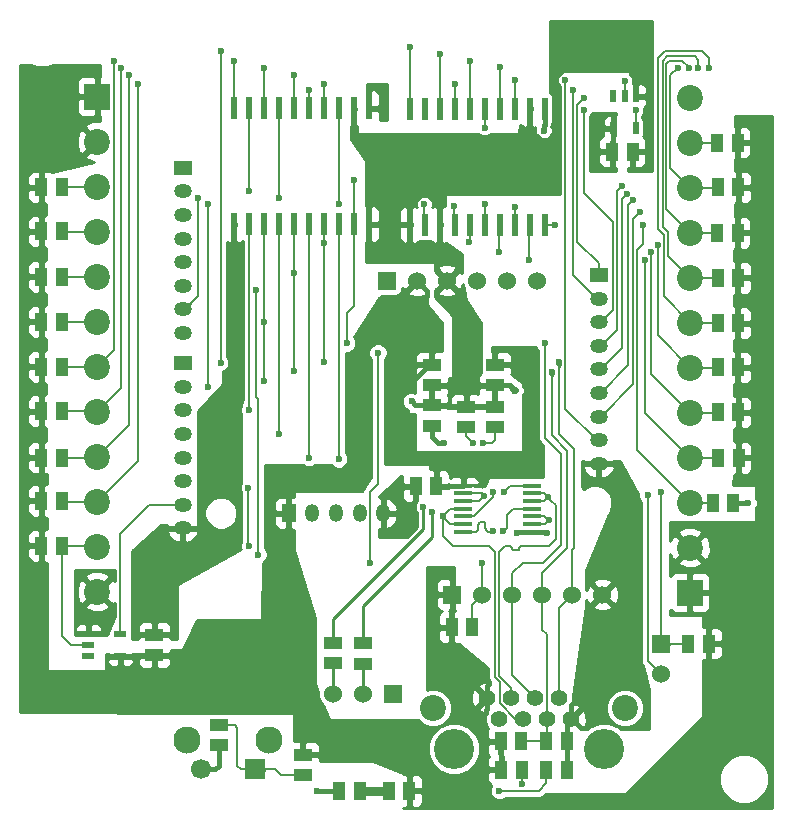
<source format=gbl>
G04 #@! TF.FileFunction,Copper,L2,Bot,Signal*
%FSLAX46Y46*%
G04 Gerber Fmt 4.6, Leading zero omitted, Abs format (unit mm)*
G04 Created by KiCad (PCBNEW 4.1.0-alpha+201608161231+7059~46~ubuntu14.04.1-product) date Wed Aug 17 00:46:35 2016*
%MOMM*%
%LPD*%
G01*
G04 APERTURE LIST*
%ADD10C,0.100000*%
%ADD11C,0.381000*%
%ADD12C,1.400000*%
%ADD13C,3.400000*%
%ADD14C,2.200000*%
%ADD15R,0.630000X1.900000*%
%ADD16R,1.066800X1.574800*%
%ADD17R,1.524000X1.524000*%
%ADD18C,1.524000*%
%ADD19R,1.574800X1.066800*%
%ADD20R,1.000000X0.550000*%
%ADD21R,1.500000X0.300000*%
%ADD22R,0.550000X1.000000*%
%ADD23O,1.524000X1.200000*%
%ADD24R,1.524000X1.200000*%
%ADD25O,1.200000X1.524000*%
%ADD26R,1.200000X1.524000*%
%ADD27R,1.700000X1.700000*%
%ADD28C,1.700000*%
%ADD29C,2.300000*%
%ADD30R,2.200000X2.200000*%
%ADD31C,0.600000*%
%ADD32C,0.152400*%
%ADD33C,0.254000*%
%ADD34C,0.762000*%
%ADD35C,0.025400*%
G04 APERTURE END LIST*
D10*
D11*
X161289696Y-89272899D02*
X161791388Y-89619735D01*
X161289696Y-89272899D02*
X161636532Y-89774591D01*
D12*
X166444200Y-117475000D03*
X164414200Y-117475000D03*
X162384200Y-117475000D03*
X160354200Y-117475000D03*
X165424200Y-115695000D03*
X163394200Y-115695000D03*
X161364200Y-115695000D03*
X159334200Y-115695000D03*
D13*
X156544200Y-120015000D03*
X169244200Y-120015000D03*
D14*
X154764200Y-116585000D03*
X171024200Y-116585000D03*
D15*
X164236400Y-75666600D03*
X162966400Y-75666600D03*
X161696400Y-75666600D03*
X160426400Y-75666600D03*
X159156400Y-75666600D03*
X157886400Y-75666600D03*
X156616400Y-75666600D03*
X155346400Y-75666600D03*
X154076400Y-75666600D03*
X152806400Y-75666600D03*
X152806400Y-65846600D03*
X154076400Y-65846600D03*
X155346400Y-65846600D03*
X156616400Y-65846600D03*
X157886400Y-65846600D03*
X159156400Y-65846600D03*
X160426400Y-65846600D03*
X161696400Y-65846600D03*
X162966400Y-65846600D03*
X164236400Y-65846600D03*
X149352000Y-75606000D03*
X148082000Y-75606000D03*
X146812000Y-75606000D03*
X145542000Y-75606000D03*
X144272000Y-75606000D03*
X143002000Y-75606000D03*
X141732000Y-75606000D03*
X140462000Y-75606000D03*
X139192000Y-75606000D03*
X137922000Y-75606000D03*
X137922000Y-65786000D03*
X139192000Y-65786000D03*
X140462000Y-65786000D03*
X141732000Y-65786000D03*
X143002000Y-65786000D03*
X144272000Y-65786000D03*
X145542000Y-65786000D03*
X146812000Y-65786000D03*
X148082000Y-65786000D03*
X149352000Y-65786000D03*
D16*
X121605800Y-76225400D03*
X123333000Y-76225400D03*
D17*
X156413200Y-106984800D03*
D18*
X158953200Y-106984800D03*
X161493200Y-106984800D03*
X164033200Y-106984800D03*
X166573200Y-106984800D03*
X169113200Y-106984800D03*
D19*
X131191000Y-112115600D03*
X131191000Y-110388400D03*
D16*
X155041600Y-97790000D03*
X153314400Y-97790000D03*
D19*
X136652000Y-118008400D03*
X136652000Y-119735600D03*
X154686000Y-87528400D03*
X154686000Y-89255600D03*
X154686000Y-92684600D03*
X154686000Y-90957400D03*
X160020000Y-87528400D03*
X160020000Y-89255600D03*
D16*
X148554440Y-123596400D03*
X146827240Y-123596400D03*
D17*
X174091600Y-111175800D03*
D18*
X174091600Y-113715800D03*
D17*
X151409400Y-115392200D03*
D18*
X148869400Y-115392200D03*
X146329400Y-115392200D03*
D16*
X152770840Y-123596400D03*
X151043640Y-123596400D03*
X180644800Y-95402400D03*
X178917600Y-95402400D03*
X121605800Y-72491600D03*
X123333000Y-72491600D03*
X180619400Y-91541600D03*
X178892200Y-91541600D03*
X180594000Y-87731600D03*
X178866800Y-87731600D03*
X121605800Y-80060800D03*
X123333000Y-80060800D03*
X180594000Y-83997800D03*
X178866800Y-83997800D03*
X121605800Y-83870800D03*
X123333000Y-83870800D03*
X180594000Y-80162400D03*
X178866800Y-80162400D03*
X121605800Y-87680800D03*
X123333000Y-87680800D03*
X180568600Y-76352400D03*
X178841400Y-76352400D03*
X121605800Y-91440000D03*
X123333000Y-91440000D03*
X180619400Y-72491600D03*
X178892200Y-72491600D03*
X121605800Y-95377000D03*
X123333000Y-95377000D03*
X180187600Y-99212400D03*
X178460400Y-99212400D03*
X121605800Y-99034600D03*
X123333000Y-99034600D03*
D19*
X143764000Y-120548400D03*
X143764000Y-122275600D03*
D16*
X178130200Y-111125000D03*
X176403000Y-111125000D03*
X158089600Y-109728000D03*
X156362400Y-109728000D03*
X166090600Y-121793000D03*
X164363400Y-121793000D03*
D19*
X148869400Y-112826800D03*
X148869400Y-111099600D03*
X146329400Y-112801400D03*
X146329400Y-111074200D03*
D16*
X162255200Y-119380000D03*
X160528000Y-119380000D03*
X166090600Y-119380000D03*
X164363400Y-119380000D03*
X162280600Y-121793000D03*
X160553400Y-121793000D03*
X121605800Y-102844600D03*
X123333000Y-102844600D03*
D19*
X160020000Y-92811600D03*
X160020000Y-91084400D03*
X157607000Y-92811600D03*
X157607000Y-91084400D03*
D20*
X125603000Y-111252000D03*
X125603000Y-112202000D03*
X125603000Y-110302000D03*
X128303000Y-110302000D03*
X128303000Y-112202000D03*
D21*
X157348600Y-97750200D03*
X157348600Y-98400200D03*
X157348600Y-99050200D03*
X157348600Y-99700200D03*
X157348600Y-100350200D03*
X157348600Y-101000200D03*
X157348600Y-101650200D03*
X163148600Y-101650200D03*
X163148600Y-101000200D03*
X163148600Y-100350200D03*
X163148600Y-99700200D03*
X163148600Y-99050200D03*
X163148600Y-98400200D03*
X163148600Y-97750200D03*
D16*
X169951400Y-69469000D03*
X171678600Y-69469000D03*
X180568600Y-68707000D03*
X178841400Y-68707000D03*
D22*
X171003000Y-64770000D03*
X170053000Y-64770000D03*
X171953000Y-64770000D03*
X171953000Y-67470000D03*
X170053000Y-67470000D03*
D17*
X150876000Y-80391000D03*
D18*
X153416000Y-80391000D03*
X155956000Y-80391000D03*
X158496000Y-80391000D03*
X161036000Y-80391000D03*
X163576000Y-80391000D03*
D23*
X133598400Y-101368400D03*
X133598400Y-99368400D03*
X133598400Y-97368400D03*
X133598400Y-95368400D03*
X133598400Y-93368400D03*
X133598400Y-91368400D03*
X133598400Y-89368400D03*
D24*
X133598400Y-87368400D03*
D23*
X133598400Y-84828400D03*
X133598400Y-82828400D03*
X133598400Y-80828400D03*
X133598400Y-78828400D03*
X133598400Y-74828400D03*
X133598400Y-72828400D03*
X133598400Y-76828400D03*
D24*
X133598400Y-70828400D03*
D23*
X168808400Y-95908400D03*
X168808400Y-93908400D03*
X168808400Y-91908400D03*
X168808400Y-89908400D03*
X168808400Y-83908400D03*
X168808400Y-87908400D03*
X168808400Y-85908400D03*
X168808400Y-81908400D03*
D24*
X168808400Y-79908400D03*
D25*
X150558400Y-100068400D03*
X148558400Y-100068400D03*
X146558400Y-100068400D03*
D26*
X142558400Y-100068400D03*
D25*
X144558400Y-100068400D03*
D27*
X139675000Y-121768000D03*
D28*
X135153000Y-121768000D03*
D29*
X140919000Y-119278000D03*
X133909000Y-119278000D03*
D30*
X126339600Y-64820800D03*
D14*
X126339600Y-68630800D03*
X126339600Y-72440800D03*
X126339600Y-76250800D03*
X126339600Y-80060800D03*
X126339600Y-87680800D03*
X126339600Y-91490800D03*
X126339600Y-83870800D03*
X126339600Y-95300800D03*
X126339600Y-99110800D03*
X126339600Y-102920800D03*
X126339600Y-106730800D03*
D30*
X176530000Y-106807000D03*
D14*
X176530000Y-102997000D03*
X176530000Y-99187000D03*
X176530000Y-95377000D03*
X176530000Y-91567000D03*
X176530000Y-83947000D03*
X176530000Y-80137000D03*
X176530000Y-87757000D03*
X176530000Y-76327000D03*
X176530000Y-72517000D03*
X176530000Y-68707000D03*
X176530000Y-64897000D03*
D31*
X131841240Y-104808472D03*
X130304992Y-104808472D03*
X161865742Y-101797058D03*
X164465000Y-101727000D03*
X165354000Y-59690000D03*
X166674800Y-59690000D03*
X167995600Y-59690000D03*
X169316400Y-59690000D03*
X170637200Y-59690000D03*
X165354000Y-58801000D03*
X166674800Y-58801000D03*
X167995600Y-58801000D03*
X169316400Y-58801000D03*
X170637200Y-58801000D03*
X171958000Y-58801000D03*
X171958000Y-59690000D03*
X130304992Y-105915008D03*
X131836160Y-105907840D03*
X164338000Y-72056101D03*
X152957944Y-90603858D03*
X149479000Y-72136000D03*
X169329799Y-115950999D03*
X169270639Y-112395000D03*
X169291000Y-113580333D03*
X169291000Y-114765666D03*
X168275000Y-112395000D03*
X168275000Y-113580333D03*
X168275000Y-114765666D03*
X168275000Y-115950999D03*
X181457600Y-99212400D03*
X144932400Y-123596400D03*
X131836160Y-107076648D03*
X130304992Y-107076648D03*
X161713960Y-89697163D03*
X139960846Y-103580187D03*
X139827000Y-81153000D03*
X164815753Y-88093829D03*
X155589498Y-100357670D03*
X160401000Y-123571000D03*
X158933174Y-104270216D03*
X149479000Y-104267000D03*
X150114400Y-86487400D03*
X164218015Y-85683365D03*
X164481998Y-98711036D03*
X146799587Y-95499976D03*
X141732000Y-93345000D03*
X139162404Y-91365047D03*
X135763338Y-89374442D03*
X146817625Y-73918471D03*
X135763000Y-73914000D03*
X156619454Y-63738943D03*
X136833778Y-87360328D03*
X136824999Y-60914001D03*
X141736180Y-73378316D03*
X134861693Y-73376268D03*
X139182217Y-72818848D03*
X161702724Y-63385510D03*
X165989000Y-63373000D03*
X161697895Y-74131071D03*
X172339000Y-74549000D03*
X171704000Y-73602451D03*
X159140052Y-73902088D03*
X167564335Y-65966361D03*
X171948186Y-65980234D03*
X171187116Y-73055684D03*
X156591000Y-74041000D03*
X170763146Y-72398885D03*
X154051000Y-73914000D03*
X166641241Y-64277515D03*
X144272000Y-64282610D03*
X167548932Y-64908566D03*
X159140962Y-67475869D03*
X160701000Y-101600000D03*
X159847000Y-101600000D03*
X173253415Y-77990623D03*
X160401000Y-77978000D03*
X145544342Y-87276365D03*
X145542000Y-77216000D03*
X171003000Y-63500000D03*
X152783620Y-60643278D03*
X178123256Y-62384966D03*
X157876972Y-61787660D03*
X176414741Y-62346250D03*
X175532454Y-62346250D03*
X160422913Y-62345160D03*
X155330758Y-61220342D03*
X177243053Y-62346250D03*
X162941000Y-78613000D03*
X172720000Y-78613000D03*
X140454213Y-83868431D03*
X140462000Y-88900000D03*
X142998553Y-88067741D03*
X143002000Y-79756000D03*
X173782035Y-77384718D03*
X157857700Y-77125515D03*
X147469575Y-85680857D03*
X148082728Y-71913015D03*
X129794000Y-63754000D03*
X145542000Y-63754000D03*
X128360162Y-62359335D03*
X140462000Y-62357000D03*
X127752366Y-61760747D03*
X137914725Y-61765188D03*
X129032000Y-62992000D03*
X143002000Y-62992000D03*
X139162225Y-102875598D03*
X139138035Y-97922557D03*
X162268970Y-122986407D03*
X165447111Y-87292060D03*
X174117000Y-98298000D03*
X172944588Y-98561815D03*
X153961339Y-99551517D03*
X154678928Y-100014552D03*
X158152437Y-94107585D03*
X164578856Y-100669565D03*
X159119069Y-98620662D03*
X159004000Y-94107000D03*
X156464000Y-112522000D03*
X156464000Y-113474500D03*
X156464000Y-114427000D03*
X157607000Y-112522000D03*
X157607000Y-113474500D03*
X157607000Y-114427000D03*
X150495000Y-66548000D03*
X150495000Y-65786000D03*
X168496000Y-69469000D03*
X168496000Y-68469500D03*
X168496000Y-67470000D03*
X164211000Y-67691000D03*
X161735034Y-87979999D03*
X153070938Y-89337967D03*
X160743920Y-98289648D03*
X159889920Y-98289648D03*
X155743284Y-94123438D03*
X144272000Y-95377000D03*
X172538520Y-75652383D03*
X165100000Y-75692000D03*
D11*
X136652000Y-119735600D02*
X136652000Y-121444094D01*
X136652000Y-121444094D02*
X136328094Y-121768000D01*
X136328094Y-121768000D02*
X135153000Y-121768000D01*
X166444200Y-117475000D02*
X167267132Y-118297932D01*
X167267132Y-118297932D02*
X167467496Y-118297932D01*
X166444200Y-117475000D02*
X166444200Y-116293678D01*
X166444200Y-116293678D02*
X166624000Y-116113878D01*
X162012600Y-101650200D02*
X161865742Y-101797058D01*
X163148600Y-101650200D02*
X162012600Y-101650200D01*
X163148600Y-101650200D02*
X164388200Y-101650200D01*
X164388200Y-101650200D02*
X164465000Y-101727000D01*
X166444200Y-117475000D02*
X166444200Y-116362750D01*
X166624000Y-59690000D02*
X165354000Y-59690000D01*
X168021000Y-59690000D02*
X166624000Y-59690000D01*
X169291000Y-59690000D02*
X168021000Y-59690000D01*
X170688000Y-59690000D02*
X169291000Y-59690000D01*
X171958000Y-59690000D02*
X170688000Y-59690000D01*
X166624000Y-58801000D02*
X165227000Y-58801000D01*
X168021000Y-58801000D02*
X166624000Y-58801000D01*
X172257999Y-59100999D02*
X171958000Y-58801000D01*
X171958000Y-59690000D02*
X172257999Y-59390001D01*
X172257999Y-59390001D02*
X172257999Y-59100999D01*
X171958000Y-63884000D02*
X171958000Y-59690000D01*
X171953000Y-64770000D02*
X171953000Y-63889000D01*
X171953000Y-63889000D02*
X171958000Y-63884000D01*
X130294832Y-106941168D02*
X130294832Y-105671168D01*
X130294832Y-105671168D02*
X130302000Y-105664000D01*
X130294832Y-108102808D02*
X130294832Y-106941168D01*
X131826000Y-106934000D02*
X131826000Y-105664000D01*
X131826000Y-108102808D02*
X131826000Y-106934000D01*
X131191000Y-110388400D02*
X131191000Y-108737808D01*
X131191000Y-108737808D02*
X131826000Y-108102808D01*
X154686000Y-90957400D02*
X153311486Y-90957400D01*
X153257943Y-90903857D02*
X152957944Y-90603858D01*
X153311486Y-90957400D02*
X153257943Y-90903857D01*
X169029800Y-115984065D02*
X169329799Y-116284064D01*
X168996735Y-115951000D02*
X169029800Y-115984065D01*
X168275000Y-115951000D02*
X168996735Y-115951000D01*
X169291000Y-116245265D02*
X169329799Y-116284064D01*
X169291000Y-114935000D02*
X169291000Y-116245265D01*
X169291000Y-112603331D02*
X169270639Y-112582970D01*
X169291000Y-113665000D02*
X169291000Y-112603331D01*
X169291000Y-114510736D02*
X169291000Y-113665000D01*
X169291000Y-114935000D02*
X169291000Y-114510736D01*
X168275000Y-114510736D02*
X168275000Y-113665000D01*
X168275000Y-114935000D02*
X168275000Y-114510736D01*
X168275000Y-115951000D02*
X168275000Y-114935000D01*
X167968200Y-115951000D02*
X168275000Y-115951000D01*
X166444200Y-117475000D02*
X167968200Y-115951000D01*
X180187600Y-99212400D02*
X181457600Y-99212400D01*
X146827240Y-123596400D02*
X144932400Y-123596400D01*
X166090600Y-119380000D02*
X166090600Y-117828600D01*
X166090600Y-117828600D02*
X166444200Y-117475000D01*
X131191000Y-108839000D02*
X131826000Y-108204000D01*
X131191000Y-110388400D02*
X131191000Y-108839000D01*
X130594831Y-108402807D02*
X130294832Y-108102808D01*
X131191000Y-108998976D02*
X130594831Y-108402807D01*
X131191000Y-110388400D02*
X131191000Y-108998976D01*
X166090600Y-119380000D02*
X166090600Y-121793000D01*
X160020000Y-89255600D02*
X161272397Y-89255600D01*
X161272397Y-89255600D02*
X161713960Y-89697163D01*
D32*
X139675000Y-121768000D02*
X138503661Y-121768000D01*
X138503661Y-121768000D02*
X138218607Y-121482946D01*
X138218607Y-121482946D02*
X138218607Y-118254207D01*
X138218607Y-118254207D02*
X137972800Y-118008400D01*
X137972800Y-118008400D02*
X136652000Y-118008400D01*
X143764000Y-122275600D02*
X141909800Y-122275600D01*
X139675000Y-121768000D02*
X141402200Y-121768000D01*
X141402200Y-121768000D02*
X141909800Y-122275600D01*
X139827000Y-81153000D02*
X139827000Y-90234144D01*
X139827000Y-90234144D02*
X139976235Y-90383379D01*
X139976235Y-90383379D02*
X139976235Y-103564798D01*
X139976235Y-103564798D02*
X139960846Y-103580187D01*
X136626600Y-117983000D02*
X136652000Y-118008400D01*
X164414200Y-117475000D02*
X164414200Y-110312200D01*
X164033200Y-106984800D02*
X164033200Y-109931200D01*
X164033200Y-109931200D02*
X164414200Y-110312200D01*
X164033200Y-105151252D02*
X164434852Y-104749600D01*
X164434852Y-104749600D02*
X166154564Y-103029888D01*
X164033200Y-106984800D02*
X164033200Y-105151252D01*
X166154564Y-103029888D02*
X166154564Y-94797970D01*
X166154564Y-94797970D02*
X164815753Y-93459159D01*
X164815753Y-93459159D02*
X164815753Y-88093829D01*
X164414200Y-117475000D02*
X164414200Y-119329200D01*
X164414200Y-119329200D02*
X164363400Y-119380000D01*
X162255200Y-119380000D02*
X164363400Y-119380000D01*
X156464000Y-102870000D02*
X155589498Y-101995498D01*
X159522439Y-102870000D02*
X156464000Y-102870000D01*
X161754875Y-117475000D02*
X160417822Y-116137947D01*
X155589498Y-101995498D02*
X155589498Y-100781934D01*
X160037488Y-103385049D02*
X159522439Y-102870000D01*
X160037488Y-113973192D02*
X160037488Y-103385049D01*
X160417822Y-114353526D02*
X160037488Y-113973192D01*
X160417822Y-116137947D02*
X160417822Y-114353526D01*
X162384200Y-117475000D02*
X161754875Y-117475000D01*
X155589498Y-100781934D02*
X155589498Y-100357670D01*
X156246968Y-99700200D02*
X155889497Y-100057671D01*
X157348600Y-99700200D02*
X156246968Y-99700200D01*
X156232028Y-101000200D02*
X155889497Y-100657669D01*
X157348600Y-101000200D02*
X156232028Y-101000200D01*
X155889497Y-100057671D02*
X155589498Y-100357670D01*
X155889497Y-100657669D02*
X155589498Y-100357670D01*
X158089600Y-109728000D02*
X158089600Y-107848400D01*
X158089600Y-107848400D02*
X158953200Y-106984800D01*
X158933174Y-104270216D02*
X158933174Y-106964774D01*
X158933174Y-106964774D02*
X158953200Y-106984800D01*
X164363400Y-122963553D02*
X164363400Y-121793000D01*
X163755953Y-123571000D02*
X164363400Y-122963553D01*
X160401000Y-123571000D02*
X163755953Y-123571000D01*
X150114400Y-86487400D02*
X150114400Y-97614110D01*
X150114400Y-97614110D02*
X149479000Y-98249510D01*
X149479000Y-98249510D02*
X149479000Y-104267000D01*
X158927800Y-104275590D02*
X158933174Y-104270216D01*
X149479000Y-104267000D02*
X149479000Y-104394000D01*
X161493200Y-106984800D02*
X161493200Y-113794000D01*
X161493200Y-113794000D02*
X161719800Y-114020600D01*
X161719800Y-114020600D02*
X163394200Y-115695000D01*
X161493200Y-106984800D02*
X161493200Y-105175047D01*
X161493200Y-105175047D02*
X162401247Y-104267000D01*
X162401247Y-104267000D02*
X164101963Y-104267000D01*
X164101963Y-104267000D02*
X165625963Y-102743000D01*
X165625963Y-102743000D02*
X165625963Y-95081085D01*
X165625963Y-95081085D02*
X164218015Y-93673137D01*
X164218015Y-93673137D02*
X164218015Y-85683365D01*
X162086116Y-102971020D02*
X162107376Y-102937186D01*
X162050773Y-103125869D02*
X162063971Y-103088152D01*
X162135631Y-102908931D02*
X162169465Y-102887671D01*
X162169465Y-102887671D02*
X162207182Y-102874473D01*
X162207182Y-102874473D02*
X162246890Y-102870000D01*
X162246890Y-102870000D02*
X164609762Y-102870000D01*
X164609762Y-102870000D02*
X165178216Y-102301546D01*
X162029513Y-103159703D02*
X162050773Y-103125869D01*
X162072918Y-103008737D02*
X162086116Y-102971020D01*
X161929707Y-103222416D02*
X161967424Y-103209218D01*
X162063971Y-103088152D02*
X162072918Y-103008737D01*
X161607182Y-103222416D02*
X161646890Y-103226890D01*
X161569465Y-103209218D02*
X161607182Y-103222416D01*
X161507376Y-103159703D02*
X161535631Y-103187958D01*
X161486116Y-103125869D02*
X161507376Y-103159703D01*
X161967424Y-103209218D02*
X162001258Y-103187958D01*
X161472918Y-103088152D02*
X161486116Y-103125869D01*
X161463971Y-103008737D02*
X161472918Y-103088152D01*
X161535631Y-103187958D02*
X161569465Y-103209218D01*
X161367424Y-102887671D02*
X161401258Y-102908931D01*
X161401258Y-102908931D02*
X161429513Y-102937186D01*
X164781997Y-99011035D02*
X164481998Y-98711036D01*
X162001258Y-103187958D02*
X162029513Y-103159703D01*
X161329707Y-102874473D02*
X161367424Y-102887671D01*
X161290000Y-102870000D02*
X161329707Y-102874473D01*
X160342299Y-113846937D02*
X160342299Y-103382811D01*
X161364200Y-114868838D02*
X160342299Y-113846937D01*
X162107376Y-102937186D02*
X162135631Y-102908931D01*
X165178216Y-99407254D02*
X164781997Y-99011035D01*
X161429513Y-102937186D02*
X161450773Y-102971020D01*
X160855110Y-102870000D02*
X161290000Y-102870000D01*
X165178216Y-102301546D02*
X165178216Y-99407254D01*
X161450773Y-102971020D02*
X161463971Y-103008737D01*
X161364200Y-115695000D02*
X161364200Y-114868838D01*
X161890000Y-103226890D02*
X161929707Y-103222416D01*
X161646890Y-103226890D02*
X161890000Y-103226890D01*
X160342299Y-103382811D02*
X160855110Y-102870000D01*
X164181999Y-99011035D02*
X164481998Y-98711036D01*
X164142834Y-99050200D02*
X164181999Y-99011035D01*
X163148600Y-99050200D02*
X164142834Y-99050200D01*
X164181999Y-98411037D02*
X164481998Y-98711036D01*
X163148600Y-98400200D02*
X164171162Y-98400200D01*
X164171162Y-98400200D02*
X164181999Y-98411037D01*
X128303000Y-110302000D02*
X128303000Y-101804484D01*
X130739084Y-99368400D02*
X133598400Y-99368400D01*
X128303000Y-101804484D02*
X130739084Y-99368400D01*
X146812000Y-95487563D02*
X146799587Y-95499976D01*
X146812000Y-75606000D02*
X146812000Y-95487563D01*
X141732000Y-75606000D02*
X141732000Y-93345000D01*
X139192000Y-91335451D02*
X139162404Y-91365047D01*
X139192000Y-75606000D02*
X139192000Y-91335451D01*
X135763000Y-89374104D02*
X135763338Y-89374442D01*
X135763000Y-73914000D02*
X135763000Y-89374104D01*
X146812000Y-73912846D02*
X146817625Y-73918471D01*
X146812000Y-65786000D02*
X146812000Y-73912846D01*
X156616400Y-63741997D02*
X156619454Y-63738943D01*
X156616400Y-65846600D02*
X156616400Y-63741997D01*
X136824999Y-87351549D02*
X136833778Y-87360328D01*
X136824999Y-60914001D02*
X136824999Y-87351549D01*
X134861693Y-81439828D02*
X134861693Y-81727107D01*
X134861693Y-81727107D02*
X133760400Y-82828400D01*
X133760400Y-82828400D02*
X133598400Y-82828400D01*
X134861693Y-73376268D02*
X134861693Y-81439828D01*
X134861693Y-81439828D02*
X134884828Y-81462963D01*
X141732000Y-73374136D02*
X141736180Y-73378316D01*
X141732000Y-65786000D02*
X141732000Y-73374136D01*
X139192000Y-72809065D02*
X139182217Y-72818848D01*
X139192000Y-65786000D02*
X139192000Y-72809065D01*
X161696400Y-63391834D02*
X161702724Y-63385510D01*
X161696400Y-65846600D02*
X161696400Y-63391834D01*
X168808400Y-93908400D02*
X168646400Y-93908400D01*
X168646400Y-93908400D02*
X165989000Y-91251000D01*
X165989000Y-91251000D02*
X165989000Y-63394211D01*
X165989000Y-63394211D02*
X166010211Y-63373000D01*
X166010211Y-63373000D02*
X165989000Y-63373000D01*
X161696400Y-75666600D02*
X161696400Y-74132566D01*
X161696400Y-74132566D02*
X161697895Y-74131071D01*
X171704000Y-75184000D02*
X172339000Y-74549000D01*
X171704000Y-89174800D02*
X171704000Y-75184000D01*
X168808400Y-91908400D02*
X168970400Y-91908400D01*
X168970400Y-91908400D02*
X171704000Y-89174800D01*
X171404001Y-73902450D02*
X171704000Y-73602451D01*
X171323000Y-87555800D02*
X171323000Y-73983451D01*
X168970400Y-89908400D02*
X171323000Y-87555800D01*
X168808400Y-89908400D02*
X168970400Y-89908400D01*
X171323000Y-73983451D02*
X171404001Y-73902450D01*
X159140052Y-73902088D02*
X159140052Y-75650252D01*
X159140052Y-75650252D02*
X159156400Y-75666600D01*
X168808400Y-83908400D02*
X168970400Y-83908400D01*
X168970400Y-83908400D02*
X169993737Y-82885063D01*
X169993737Y-82885063D02*
X169993737Y-75397842D01*
X169993737Y-75397842D02*
X167564335Y-72968440D01*
X167564335Y-72968440D02*
X167564335Y-65978967D01*
X167564335Y-65978967D02*
X167562007Y-65976639D01*
X167562007Y-65976639D02*
X167564335Y-65974311D01*
X167564335Y-65974311D02*
X167564335Y-65966361D01*
X171953000Y-65985048D02*
X171948186Y-65980234D01*
X171953000Y-67470000D02*
X171953000Y-65985048D01*
X170815000Y-73427800D02*
X170887117Y-73355683D01*
X168970400Y-87908400D02*
X170815000Y-86063800D01*
X170887117Y-73355683D02*
X171187116Y-73055684D01*
X168808400Y-87908400D02*
X168970400Y-87908400D01*
X170815000Y-86063800D02*
X170815000Y-73427800D01*
X156591000Y-74041000D02*
X156591000Y-75641200D01*
X156591000Y-75641200D02*
X156616400Y-75666600D01*
X168808400Y-85908400D02*
X168970400Y-85908400D01*
X168970400Y-85908400D02*
X170334381Y-84544419D01*
X170334381Y-84544419D02*
X170334381Y-72827650D01*
X170334381Y-72827650D02*
X170763146Y-72398885D01*
X154051000Y-73914000D02*
X154051000Y-75641200D01*
X154051000Y-75641200D02*
X154076400Y-75666600D01*
X168808400Y-81908400D02*
X168646400Y-81908400D01*
X168646400Y-81908400D02*
X166641241Y-79903241D01*
X166641241Y-79903241D02*
X166641241Y-64273186D01*
X166641241Y-64273186D02*
X166641630Y-64272797D01*
X144272000Y-64282610D02*
X144272000Y-65786000D01*
X168808400Y-79908400D02*
X168808400Y-78919849D01*
X168808400Y-78919849D02*
X166969271Y-77080720D01*
X166969271Y-77080720D02*
X166969271Y-65486002D01*
X166969271Y-65486002D02*
X167539882Y-64915391D01*
X167539882Y-64915391D02*
X167542107Y-64915391D01*
X167542107Y-64915391D02*
X167548932Y-64908566D01*
X159156400Y-67460431D02*
X159140962Y-67475869D01*
X159156400Y-65846600D02*
X159156400Y-67460431D01*
X161000999Y-100238001D02*
X161538800Y-99700200D01*
X161538800Y-99700200D02*
X163148600Y-99700200D01*
X160701000Y-101600000D02*
X161000999Y-101300001D01*
X161000999Y-101300001D02*
X161000999Y-100238001D01*
X159847000Y-101600000D02*
X159796800Y-101650200D01*
X159241709Y-101480365D02*
X159219521Y-101416956D01*
X158546549Y-101537246D02*
X158499046Y-101584749D01*
X159796800Y-101650200D02*
X159512000Y-101650200D01*
X158582290Y-101480365D02*
X158546549Y-101537246D01*
X159219521Y-101416956D02*
X159212000Y-101350200D01*
X158312000Y-101650200D02*
X157467343Y-101650200D01*
X158604478Y-101416956D02*
X158582290Y-101480365D01*
X159512000Y-101650200D02*
X159445243Y-101642678D01*
X158378756Y-101642678D02*
X158312000Y-101650200D01*
X158845243Y-100810144D02*
X158781834Y-100832332D01*
X159445243Y-101642678D02*
X159381834Y-101620490D01*
X159381834Y-101620490D02*
X159324953Y-101584749D01*
X159212000Y-101102623D02*
X159204478Y-101035866D01*
X159324953Y-101584749D02*
X159277450Y-101537246D01*
X159099046Y-100868073D02*
X159042165Y-100832332D01*
X159212000Y-101350200D02*
X159212000Y-101102623D01*
X159204478Y-101035866D02*
X159182290Y-100972457D01*
X159277450Y-101537246D02*
X159241709Y-101480365D01*
X159182290Y-100972457D02*
X159146549Y-100915576D01*
X159042165Y-100832332D02*
X158978756Y-100810144D01*
X159146549Y-100915576D02*
X159099046Y-100868073D01*
X158978756Y-100810144D02*
X158912000Y-100802623D01*
X158912000Y-100802623D02*
X158845243Y-100810144D01*
X158781834Y-100832332D02*
X158724953Y-100868073D01*
X158612000Y-101350200D02*
X158604478Y-101416956D01*
X158724953Y-100868073D02*
X158677450Y-100915576D01*
X158677450Y-100915576D02*
X158641709Y-100972457D01*
X158641709Y-100972457D02*
X158619521Y-101035866D01*
X158619521Y-101035866D02*
X158612000Y-101102623D01*
X158612000Y-101102623D02*
X158612000Y-101350200D01*
X158499046Y-101584749D02*
X158442165Y-101620490D01*
X158442165Y-101620490D02*
X158378756Y-101642678D01*
X157467343Y-101650200D02*
X157348600Y-101650200D01*
X176530000Y-91567000D02*
X173253415Y-88290415D01*
X173253415Y-88290415D02*
X173253415Y-78776916D01*
X173253415Y-78773550D02*
X173253415Y-77990623D01*
X160401000Y-77978000D02*
X160401000Y-75692000D01*
X160401000Y-75692000D02*
X160426400Y-75666600D01*
X176530000Y-91567000D02*
X178866800Y-91567000D01*
X178866800Y-91567000D02*
X178892200Y-91541600D01*
X126339600Y-76250800D02*
X123358400Y-76250800D01*
X123358400Y-76250800D02*
X123333000Y-76225400D01*
X145542000Y-87274023D02*
X145544342Y-87276365D01*
X145542000Y-77216000D02*
X145542000Y-87274023D01*
X145542000Y-77216000D02*
X145542000Y-75606000D01*
X126314200Y-76225400D02*
X126339600Y-76250800D01*
X178841400Y-68707000D02*
X176530000Y-68707000D01*
X171003000Y-64770000D02*
X171003000Y-63500000D01*
X171049727Y-63546727D02*
X171003000Y-63500000D01*
X171003000Y-63434000D02*
X171003000Y-63500000D01*
X176530000Y-83947000D02*
X174317223Y-81734223D01*
X174317223Y-81734223D02*
X174317223Y-76496743D01*
X174317223Y-76496743D02*
X173827440Y-76006960D01*
X173827440Y-76006960D02*
X173827440Y-61534040D01*
X173827440Y-61534040D02*
X174380379Y-60981101D01*
X177526655Y-60981101D02*
X178123256Y-61577702D01*
X174380379Y-60981101D02*
X177526655Y-60981101D01*
X178123256Y-61577702D02*
X178123256Y-62384966D01*
X152806400Y-65846600D02*
X152802741Y-65842941D01*
X152802741Y-65842941D02*
X152802741Y-60669717D01*
X152802741Y-60669717D02*
X152806400Y-60666058D01*
X176530000Y-83947000D02*
X178816000Y-83947000D01*
X178816000Y-83947000D02*
X178866800Y-83997800D01*
X176530000Y-76327000D02*
X174523410Y-74320410D01*
X174794526Y-61806474D02*
X175880758Y-61806474D01*
X176414741Y-62340457D02*
X176414741Y-62346250D01*
X174523410Y-74320410D02*
X174523410Y-62077590D01*
X174523410Y-62077590D02*
X174794526Y-61806474D01*
X175880758Y-61806474D02*
X176414741Y-62340457D01*
X157886400Y-65846600D02*
X157886400Y-61797088D01*
X176530000Y-76327000D02*
X178816000Y-76327000D01*
X178816000Y-76327000D02*
X178841400Y-76352400D01*
X176530000Y-72517000D02*
X175430001Y-71417001D01*
X175430001Y-71417001D02*
X175430001Y-71411921D01*
X175430001Y-71411921D02*
X174859818Y-70841738D01*
X174859818Y-70841738D02*
X174859818Y-63018886D01*
X174859818Y-63018886D02*
X175532454Y-62346250D01*
X160426400Y-65846600D02*
X160426400Y-62348647D01*
X160426400Y-62348647D02*
X160422913Y-62345160D01*
X176530000Y-72517000D02*
X178866800Y-72517000D01*
X178866800Y-72517000D02*
X178892200Y-72491600D01*
X176530000Y-80137000D02*
X174699023Y-78306023D01*
X174218600Y-61782960D02*
X174594098Y-61407462D01*
X174594098Y-61407462D02*
X176917672Y-61407462D01*
X174699023Y-78306023D02*
X174699023Y-76306680D01*
X174699023Y-76306680D02*
X174670720Y-76306680D01*
X174670720Y-76306680D02*
X174218600Y-75854560D01*
X174218600Y-75854560D02*
X174218600Y-61782960D01*
X176917672Y-61407462D02*
X177243053Y-61732843D01*
X177243053Y-61732843D02*
X177243053Y-62346250D01*
X155346400Y-61235984D02*
X155330758Y-61220342D01*
X155346400Y-65846600D02*
X155346400Y-61235984D01*
X176530000Y-80137000D02*
X178841400Y-80137000D01*
X178841400Y-80137000D02*
X178866800Y-80162400D01*
X176530000Y-95377000D02*
X172723112Y-91570112D01*
X172723112Y-91570112D02*
X172723112Y-78616112D01*
X172723112Y-78616112D02*
X172720000Y-78613000D01*
X162941000Y-78613000D02*
X162941000Y-75692000D01*
X162941000Y-75692000D02*
X162966400Y-75666600D01*
X176530000Y-95377000D02*
X178892200Y-95377000D01*
X178892200Y-95377000D02*
X178917600Y-95402400D01*
X123333000Y-83870800D02*
X124018800Y-83870800D01*
X124018800Y-83870800D02*
X126339600Y-83870800D01*
X140462000Y-83860644D02*
X140454213Y-83868431D01*
X140462000Y-75606000D02*
X140462000Y-83860644D01*
X140462000Y-83876218D02*
X140454213Y-83868431D01*
X140462000Y-88900000D02*
X140462000Y-83876218D01*
X123333000Y-80060800D02*
X124018800Y-80060800D01*
X124018800Y-80060800D02*
X126339600Y-80060800D01*
X143002000Y-88064294D02*
X142998553Y-88067741D01*
X143002000Y-79756000D02*
X143002000Y-88064294D01*
X143002000Y-75606000D02*
X143002000Y-76708400D01*
X143002000Y-76708400D02*
X143002000Y-79756000D01*
X176530000Y-87757000D02*
X173782035Y-85009035D01*
X173782035Y-85009035D02*
X173782035Y-77808982D01*
X173782035Y-77808982D02*
X173782035Y-77384718D01*
X157886400Y-77096815D02*
X157857700Y-77125515D01*
X157886400Y-75666600D02*
X157886400Y-77096815D01*
X176530000Y-87757000D02*
X178841400Y-87757000D01*
X178841400Y-87757000D02*
X178866800Y-87731600D01*
X126339600Y-72440800D02*
X123383800Y-72440800D01*
X123383800Y-72440800D02*
X123333000Y-72491600D01*
X148082000Y-75606000D02*
X148082000Y-82497775D01*
X148082000Y-82497775D02*
X147469575Y-83110200D01*
X147469575Y-83110200D02*
X147469575Y-85680857D01*
X148082000Y-75606000D02*
X148082000Y-71913743D01*
X148082000Y-71913743D02*
X148082728Y-71913015D01*
X126288800Y-72491600D02*
X126339600Y-72440800D01*
X126339600Y-99110800D02*
X123409200Y-99110800D01*
X123409200Y-99110800D02*
X123333000Y-99034600D01*
X145546051Y-65728354D02*
X145542000Y-65724303D01*
X145542000Y-65724303D02*
X145542000Y-63754000D01*
X129794000Y-63754000D02*
X129794000Y-95656400D01*
X129794000Y-95656400D02*
X126339600Y-99110800D01*
X126263400Y-99034600D02*
X126339600Y-99110800D01*
X123333000Y-91440000D02*
X126288800Y-91440000D01*
X126288800Y-91440000D02*
X126339600Y-91490800D01*
X126339600Y-91490800D02*
X128360162Y-89470238D01*
X128360162Y-62356802D02*
X128360166Y-62356798D01*
X128360162Y-89470238D02*
X128360162Y-62356802D01*
X140462000Y-65786000D02*
X140462000Y-62357000D01*
X123333000Y-87680800D02*
X126339600Y-87680800D01*
X126339600Y-87680800D02*
X127762000Y-86258400D01*
X127762000Y-86258400D02*
X127762000Y-61770381D01*
X127762000Y-61770381D02*
X127752366Y-61760747D01*
X137922000Y-65786000D02*
X137922000Y-61772463D01*
X137922000Y-61772463D02*
X137914725Y-61765188D01*
X123333000Y-95377000D02*
X126263400Y-95377000D01*
X126263400Y-95377000D02*
X126339600Y-95300800D01*
X143002000Y-62992000D02*
X143002000Y-65786000D01*
X129032000Y-62992000D02*
X129032000Y-92608400D01*
X129032000Y-92608400D02*
X126339600Y-95300800D01*
X125603000Y-111252000D02*
X124099320Y-111252000D01*
X124099320Y-111252000D02*
X123341374Y-110494054D01*
X123341374Y-110494054D02*
X123341374Y-102840857D01*
X123341374Y-102840857D02*
X123337282Y-102836765D01*
X123333000Y-102844600D02*
X126263400Y-102844600D01*
X126263400Y-102844600D02*
X126339600Y-102920800D01*
X139138035Y-102851408D02*
X139162225Y-102875598D01*
X139138035Y-97922557D02*
X139138035Y-102851408D01*
X165424200Y-115695000D02*
X165424200Y-108133800D01*
X165424200Y-108133800D02*
X166573200Y-106984800D01*
X166573200Y-106984800D02*
X166573200Y-103200200D01*
X166573200Y-103200200D02*
X166751000Y-103022400D01*
X166751000Y-103022400D02*
X166751000Y-94650490D01*
X166751000Y-94650490D02*
X165447111Y-93346601D01*
X165447111Y-93346601D02*
X165447111Y-87292060D01*
X162280600Y-121793000D02*
X162280600Y-122974777D01*
X162280600Y-122974777D02*
X162268970Y-122986407D01*
X165407093Y-115677893D02*
X165424200Y-115695000D01*
X176403000Y-111125000D02*
X174142400Y-111125000D01*
X174142400Y-111125000D02*
X174091600Y-111175800D01*
X174117000Y-98298000D02*
X174117000Y-111150400D01*
X174117000Y-111150400D02*
X174091600Y-111175800D01*
X172944588Y-98561815D02*
X172944588Y-112568788D01*
X172944588Y-112568788D02*
X172944616Y-112568816D01*
X174091600Y-113715800D02*
X172944616Y-112568816D01*
D33*
X146329400Y-111074200D02*
X146329400Y-109057732D01*
X146329400Y-109057732D02*
X153960053Y-101427079D01*
X153960053Y-101427079D02*
X153960053Y-99552803D01*
X153960053Y-99552803D02*
X153961339Y-99551517D01*
X148869400Y-111099600D02*
X148869400Y-107922871D01*
X148869400Y-107922871D02*
X154678928Y-102113343D01*
X154678928Y-102113343D02*
X154678928Y-100014552D01*
D32*
X157607000Y-92811600D02*
X157607000Y-93562148D01*
X157607000Y-93562148D02*
X158152437Y-94107585D01*
X158090185Y-94107585D02*
X158152437Y-94107585D01*
X164278857Y-100369566D02*
X164578856Y-100669565D01*
X164259491Y-100350200D02*
X164278857Y-100369566D01*
X164278857Y-100969564D02*
X164578856Y-100669565D01*
X164248221Y-101000200D02*
X164278857Y-100969564D01*
X163148600Y-101000200D02*
X164248221Y-101000200D01*
X163148600Y-100350200D02*
X164259491Y-100350200D01*
X157348600Y-99050200D02*
X158689531Y-99050200D01*
X158689531Y-99050200D02*
X159119069Y-98620662D01*
X158898607Y-98400200D02*
X159119069Y-98620662D01*
X157348600Y-98400200D02*
X158898607Y-98400200D01*
X160020000Y-93853000D02*
X159766000Y-94107000D01*
X159766000Y-94107000D02*
X159004000Y-94107000D01*
X160020000Y-92811600D02*
X160020000Y-93853000D01*
X159029400Y-94107000D02*
X159004000Y-94107000D01*
D11*
X156464000Y-114002736D02*
X156464000Y-113538000D01*
X156464000Y-114427000D02*
X156464000Y-114002736D01*
X157607000Y-113113736D02*
X157607000Y-112522000D01*
X157607000Y-113538000D02*
X157607000Y-113113736D01*
X159258000Y-116761149D02*
X159258000Y-116967000D01*
X159334200Y-115695000D02*
X159334200Y-116684949D01*
X159334200Y-116684949D02*
X159258000Y-116761149D01*
X159334200Y-115695000D02*
X159334200Y-114705051D01*
X159334200Y-114705051D02*
X159512000Y-114527251D01*
X157348600Y-97750200D02*
X155081400Y-97750200D01*
X155081400Y-97750200D02*
X155041600Y-97790000D01*
X150495000Y-65786000D02*
X150495000Y-66548000D01*
X149352000Y-65786000D02*
X150495000Y-65786000D01*
X168529000Y-67927264D02*
X168529000Y-68580000D01*
X168496000Y-67470000D02*
X168496000Y-67894264D01*
X168496000Y-67894264D02*
X168529000Y-67927264D01*
X170053000Y-67470000D02*
X168496000Y-67470000D01*
X164211000Y-67203000D02*
X164211000Y-67691000D01*
X164236400Y-65846600D02*
X164236400Y-67177600D01*
X164236400Y-67177600D02*
X164211000Y-67203000D01*
X161435035Y-87680000D02*
X161735034Y-87979999D01*
X161283435Y-87528400D02*
X161435035Y-87680000D01*
X160020000Y-87528400D02*
X161283435Y-87528400D01*
X153070938Y-88913703D02*
X153070938Y-89337967D01*
X153070938Y-88889462D02*
X153070938Y-88913703D01*
X154432000Y-87528400D02*
X153070938Y-88889462D01*
X154686000Y-87528400D02*
X154432000Y-87528400D01*
X154305000Y-81280000D02*
X154305000Y-81661000D01*
X153416000Y-80391000D02*
X154305000Y-81280000D01*
D32*
X163148600Y-97750200D02*
X161268023Y-97750200D01*
X161268023Y-97750200D02*
X160743920Y-98274303D01*
X160743920Y-98274303D02*
X160743920Y-98289648D01*
X158251000Y-100350200D02*
X157348600Y-100350200D01*
X159889920Y-98713912D02*
X158253632Y-100350200D01*
X159889920Y-98289648D02*
X159889920Y-98713912D01*
X158253632Y-100350200D02*
X158251000Y-100350200D01*
D11*
X155319020Y-94123438D02*
X155743284Y-94123438D01*
X154686000Y-92684600D02*
X154686000Y-93599000D01*
X155210438Y-94123438D02*
X155319020Y-94123438D01*
X154686000Y-93599000D02*
X155210438Y-94123438D01*
D33*
X148869400Y-115392200D02*
X148869400Y-112826800D01*
X146329400Y-115392200D02*
X146329400Y-113073502D01*
X146329400Y-113073502D02*
X146325002Y-113069104D01*
X146325002Y-113069104D02*
X146329400Y-113064706D01*
X146329400Y-113064706D02*
X146329400Y-112801400D01*
X146327275Y-112803525D02*
X146329400Y-112801400D01*
D32*
X144272000Y-75606000D02*
X144272000Y-95377000D01*
D34*
X151043640Y-123596400D02*
X148554440Y-123596400D01*
D32*
X176530000Y-99187000D02*
X172085000Y-94742000D01*
X172085000Y-77763917D02*
X172538520Y-77310397D01*
X172085000Y-94742000D02*
X172085000Y-77763917D01*
X172538520Y-77310397D02*
X172538520Y-75652383D01*
X178460400Y-99212400D02*
X176555400Y-99212400D01*
X176555400Y-99212400D02*
X176530000Y-99187000D01*
X164729200Y-75692000D02*
X165100000Y-75692000D01*
X164236400Y-75666600D02*
X164703800Y-75666600D01*
X164703800Y-75666600D02*
X164729200Y-75692000D01*
D33*
G36*
X121244853Y-62305633D02*
X122083468Y-62306365D01*
X122575648Y-62103000D01*
X126619000Y-62103000D01*
X126619000Y-63092150D01*
X126466600Y-63244550D01*
X126466600Y-64693800D01*
X126486600Y-64693800D01*
X126486600Y-64947800D01*
X126466600Y-64947800D01*
X126466600Y-66397050D01*
X126619000Y-66549450D01*
X126619000Y-66885771D01*
X125938147Y-66907964D01*
X125405241Y-67128701D01*
X125294337Y-67405932D01*
X126339600Y-68451195D01*
X126353743Y-68437053D01*
X126533348Y-68616658D01*
X126519205Y-68630800D01*
X126533348Y-68644943D01*
X126353743Y-68824548D01*
X126339600Y-68810405D01*
X125294337Y-69855668D01*
X125405241Y-70132899D01*
X126051193Y-70376123D01*
X126102944Y-70374436D01*
X122523935Y-71190910D01*
X122498898Y-71165873D01*
X122265509Y-71069200D01*
X121891550Y-71069200D01*
X121732800Y-71227950D01*
X121732800Y-72364600D01*
X121752800Y-72364600D01*
X121752800Y-72618600D01*
X121732800Y-72618600D01*
X121732800Y-73755250D01*
X121891550Y-73914000D01*
X122033586Y-73914000D01*
X122034233Y-74803000D01*
X121891550Y-74803000D01*
X121732800Y-74961750D01*
X121732800Y-76098400D01*
X121752800Y-76098400D01*
X121752800Y-76352400D01*
X121732800Y-76352400D01*
X121732800Y-77489050D01*
X121891550Y-77647800D01*
X122036304Y-77647800D01*
X122037025Y-78638400D01*
X121891550Y-78638400D01*
X121732800Y-78797150D01*
X121732800Y-79933800D01*
X121752800Y-79933800D01*
X121752800Y-80187800D01*
X121732800Y-80187800D01*
X121732800Y-81324450D01*
X121891550Y-81483200D01*
X122039095Y-81483200D01*
X122039798Y-82448400D01*
X121891550Y-82448400D01*
X121732800Y-82607150D01*
X121732800Y-83743800D01*
X121752800Y-83743800D01*
X121752800Y-83997800D01*
X121732800Y-83997800D01*
X121732800Y-85134450D01*
X121891550Y-85293200D01*
X122041868Y-85293200D01*
X122042571Y-86258400D01*
X121891550Y-86258400D01*
X121732800Y-86417150D01*
X121732800Y-87553800D01*
X121752800Y-87553800D01*
X121752800Y-87807800D01*
X121732800Y-87807800D01*
X121732800Y-88944450D01*
X121891550Y-89103200D01*
X122044641Y-89103200D01*
X122045307Y-90017600D01*
X121891550Y-90017600D01*
X121732800Y-90176350D01*
X121732800Y-91313000D01*
X121752800Y-91313000D01*
X121752800Y-91567000D01*
X121732800Y-91567000D01*
X121732800Y-92703650D01*
X121891550Y-92862400D01*
X122047377Y-92862400D01*
X122048172Y-93954600D01*
X121891550Y-93954600D01*
X121732800Y-94113350D01*
X121732800Y-95250000D01*
X121752800Y-95250000D01*
X121752800Y-95504000D01*
X121732800Y-95504000D01*
X121732800Y-96640650D01*
X121891550Y-96799400D01*
X122050242Y-96799400D01*
X122050834Y-97612200D01*
X121891550Y-97612200D01*
X121732800Y-97770950D01*
X121732800Y-98907600D01*
X121752800Y-98907600D01*
X121752800Y-99161600D01*
X121732800Y-99161600D01*
X121732800Y-100298250D01*
X121891550Y-100457000D01*
X122052904Y-100457000D01*
X122053607Y-101422200D01*
X121891550Y-101422200D01*
X121732800Y-101580950D01*
X121732800Y-102717600D01*
X121752800Y-102717600D01*
X121752800Y-102971600D01*
X121732800Y-102971600D01*
X121732800Y-104108250D01*
X121891550Y-104267000D01*
X122055677Y-104267000D01*
X122062240Y-113284092D01*
X122071943Y-113332686D01*
X122099503Y-113373868D01*
X122140725Y-113401368D01*
X122189240Y-113411000D01*
X127000000Y-113411000D01*
X127048601Y-113401333D01*
X127089803Y-113373803D01*
X127117333Y-113332601D01*
X127127000Y-113284000D01*
X127127000Y-112487750D01*
X127168000Y-112487750D01*
X127168000Y-112603309D01*
X127264673Y-112836698D01*
X127443301Y-113015327D01*
X127676690Y-113112000D01*
X128017250Y-113112000D01*
X128176000Y-112953250D01*
X128176000Y-112329000D01*
X128430000Y-112329000D01*
X128430000Y-112953250D01*
X128588750Y-113112000D01*
X128929310Y-113112000D01*
X129162699Y-113015327D01*
X129341327Y-112836698D01*
X129438000Y-112603309D01*
X129438000Y-112487750D01*
X129351600Y-112401350D01*
X129768600Y-112401350D01*
X129768600Y-112775309D01*
X129865273Y-113008698D01*
X130043901Y-113187327D01*
X130277290Y-113284000D01*
X130905250Y-113284000D01*
X131064000Y-113125250D01*
X131064000Y-112242600D01*
X131318000Y-112242600D01*
X131318000Y-113125250D01*
X131476750Y-113284000D01*
X132104710Y-113284000D01*
X132338099Y-113187327D01*
X132516727Y-113008698D01*
X132613400Y-112775309D01*
X132613400Y-112401350D01*
X132454650Y-112242600D01*
X131318000Y-112242600D01*
X131064000Y-112242600D01*
X129927350Y-112242600D01*
X129768600Y-112401350D01*
X129351600Y-112401350D01*
X129279250Y-112329000D01*
X128430000Y-112329000D01*
X128176000Y-112329000D01*
X127326750Y-112329000D01*
X127168000Y-112487750D01*
X127127000Y-112487750D01*
X127127000Y-112014000D01*
X127265750Y-112014000D01*
X127326750Y-112075000D01*
X128176000Y-112075000D01*
X128176000Y-112055000D01*
X128430000Y-112055000D01*
X128430000Y-112075000D01*
X129279250Y-112075000D01*
X129340250Y-112014000D01*
X129921000Y-112014000D01*
X129969601Y-112004333D01*
X129997200Y-111988600D01*
X131064000Y-111988600D01*
X131064000Y-111968600D01*
X131318000Y-111968600D01*
X131318000Y-111988600D01*
X132454650Y-111988600D01*
X132613400Y-111829850D01*
X132613400Y-111633000D01*
X133477000Y-111633000D01*
X133525601Y-111623333D01*
X133566803Y-111595803D01*
X133590592Y-111562796D01*
X134825490Y-109093000D01*
X140208000Y-109093000D01*
X140256601Y-109083333D01*
X140297803Y-109055803D01*
X140325333Y-109014601D01*
X140334994Y-108967233D01*
X140380491Y-104281051D01*
X140417943Y-104265576D01*
X140645436Y-104038480D01*
X140768706Y-103741613D01*
X140768986Y-103420171D01*
X140646235Y-103123090D01*
X140560435Y-103037140D01*
X140560435Y-100354150D01*
X141323400Y-100354150D01*
X141323400Y-100956710D01*
X141420073Y-101190099D01*
X141598702Y-101368727D01*
X141832091Y-101465400D01*
X142272650Y-101465400D01*
X142431400Y-101306650D01*
X142431400Y-100195400D01*
X141482150Y-100195400D01*
X141323400Y-100354150D01*
X140560435Y-100354150D01*
X140560435Y-99180090D01*
X141323400Y-99180090D01*
X141323400Y-99782650D01*
X141482150Y-99941400D01*
X142431400Y-99941400D01*
X142431400Y-98830150D01*
X142272650Y-98671400D01*
X141832091Y-98671400D01*
X141598702Y-98768073D01*
X141420073Y-98946701D01*
X141323400Y-99180090D01*
X140560435Y-99180090D01*
X140560435Y-96012000D01*
X143764204Y-96012000D01*
X143813707Y-96061590D01*
X144110574Y-96184860D01*
X144432016Y-96185140D01*
X144729097Y-96062389D01*
X144779574Y-96012000D01*
X146169029Y-96012000D01*
X146341294Y-96184566D01*
X146638161Y-96307836D01*
X146959603Y-96308116D01*
X147256684Y-96185365D01*
X147484177Y-95958269D01*
X147607447Y-95661402D01*
X147607727Y-95339960D01*
X147484976Y-95042879D01*
X147396200Y-94953948D01*
X147396200Y-86488794D01*
X147629591Y-86488997D01*
X147926672Y-86366246D01*
X148154165Y-86139150D01*
X148277435Y-85842283D01*
X148277715Y-85520841D01*
X148154964Y-85223760D01*
X148102936Y-85171641D01*
X150211266Y-81871646D01*
X150440631Y-81670952D01*
X151638000Y-81670952D01*
X151836212Y-81631525D01*
X152004247Y-81519247D01*
X152116525Y-81351212D01*
X152155952Y-81153000D01*
X152155952Y-81031246D01*
X152193603Y-81122143D01*
X152435787Y-81191608D01*
X153236395Y-80391000D01*
X153222253Y-80376858D01*
X153401858Y-80197253D01*
X153416000Y-80211395D01*
X153430143Y-80197253D01*
X153609748Y-80376858D01*
X153595605Y-80391000D01*
X153609748Y-80405143D01*
X153430143Y-80584748D01*
X153416000Y-80570605D01*
X152615392Y-81371213D01*
X152684857Y-81613397D01*
X153208302Y-81800144D01*
X153763368Y-81772362D01*
X154147143Y-81613397D01*
X154216607Y-81371215D01*
X154305000Y-81459608D01*
X154305000Y-82423000D01*
X154314667Y-82471601D01*
X154334436Y-82504303D01*
X155575000Y-83992980D01*
X155575000Y-86360000D01*
X154971750Y-86360000D01*
X154813000Y-86518750D01*
X154813000Y-87401400D01*
X154833000Y-87401400D01*
X154833000Y-87655400D01*
X154813000Y-87655400D01*
X154813000Y-87675400D01*
X154559000Y-87675400D01*
X154559000Y-87655400D01*
X153422350Y-87655400D01*
X153263600Y-87814150D01*
X153263600Y-88188109D01*
X153289000Y-88249430D01*
X153289000Y-89866435D01*
X153119370Y-89795998D01*
X152797928Y-89795718D01*
X152500847Y-89918469D01*
X152273354Y-90145565D01*
X152150084Y-90442432D01*
X152149804Y-90763874D01*
X152272555Y-91060955D01*
X152499651Y-91288448D01*
X152654000Y-91352539D01*
X152654000Y-91567000D01*
X152663667Y-91615601D01*
X152691197Y-91656803D01*
X152732399Y-91684333D01*
X152781000Y-91694000D01*
X153289000Y-91694000D01*
X153289000Y-94742000D01*
X153298667Y-94790601D01*
X153326197Y-94831803D01*
X153367399Y-94859333D01*
X153416000Y-94869000D01*
X155431828Y-94869000D01*
X155581858Y-94931298D01*
X155903300Y-94931578D01*
X156054751Y-94869000D01*
X157879159Y-94869000D01*
X157991011Y-94915445D01*
X158312453Y-94915725D01*
X158425537Y-94869000D01*
X158732130Y-94869000D01*
X158842574Y-94914860D01*
X159164016Y-94915140D01*
X159275684Y-94869000D01*
X162306000Y-94869000D01*
X162354601Y-94859333D01*
X162395803Y-94831803D01*
X162423333Y-94790601D01*
X162433000Y-94742000D01*
X162433000Y-90072491D01*
X162521820Y-89858589D01*
X162522100Y-89537147D01*
X162433000Y-89321508D01*
X162433000Y-89154000D01*
X162423333Y-89105399D01*
X162385336Y-89054830D01*
X161407439Y-88272512D01*
X161442400Y-88188109D01*
X161442400Y-87814150D01*
X161283650Y-87655400D01*
X160147000Y-87655400D01*
X160147000Y-87675400D01*
X159893000Y-87675400D01*
X159893000Y-87655400D01*
X159873000Y-87655400D01*
X159873000Y-87401400D01*
X159893000Y-87401400D01*
X159893000Y-86518750D01*
X160147000Y-86518750D01*
X160147000Y-87401400D01*
X161283650Y-87401400D01*
X161442400Y-87242650D01*
X161442400Y-86868691D01*
X161345727Y-86635302D01*
X161167099Y-86456673D01*
X160933710Y-86360000D01*
X160305750Y-86360000D01*
X160147000Y-86518750D01*
X159893000Y-86518750D01*
X159766000Y-86391750D01*
X159766000Y-85979000D01*
X163465911Y-85979000D01*
X163532626Y-86140462D01*
X163633815Y-86241828D01*
X163633815Y-93673137D01*
X163678285Y-93896701D01*
X163746565Y-93998889D01*
X163804923Y-94086229D01*
X164084000Y-94365306D01*
X164084000Y-97028000D01*
X159512000Y-97028000D01*
X159463399Y-97037667D01*
X159422197Y-97065197D01*
X159388792Y-97124198D01*
X159216655Y-97812747D01*
X158959053Y-97812522D01*
X158933728Y-97822986D01*
X158898607Y-97816000D01*
X158363149Y-97816000D01*
X158296812Y-97771675D01*
X158098600Y-97732248D01*
X156598600Y-97732248D01*
X156400388Y-97771675D01*
X156320283Y-97825200D01*
X156122350Y-97825200D01*
X156030550Y-97917000D01*
X155168600Y-97917000D01*
X155168600Y-97937000D01*
X154914600Y-97937000D01*
X154914600Y-97917000D01*
X154894600Y-97917000D01*
X154894600Y-97663000D01*
X154914600Y-97663000D01*
X154914600Y-96526350D01*
X155168600Y-96526350D01*
X155168600Y-97663000D01*
X156051250Y-97663000D01*
X156080700Y-97633550D01*
X156122350Y-97675200D01*
X157221600Y-97675200D01*
X157221600Y-97123950D01*
X157475600Y-97123950D01*
X157475600Y-97675200D01*
X158574850Y-97675200D01*
X158733600Y-97516450D01*
X158733600Y-97473891D01*
X158636927Y-97240502D01*
X158458299Y-97061873D01*
X158224910Y-96965200D01*
X157634350Y-96965200D01*
X157475600Y-97123950D01*
X157221600Y-97123950D01*
X157062850Y-96965200D01*
X156472290Y-96965200D01*
X156238901Y-97061873D01*
X156210000Y-97090774D01*
X156210000Y-96876290D01*
X156113327Y-96642901D01*
X155934698Y-96464273D01*
X155701309Y-96367600D01*
X155327350Y-96367600D01*
X155168600Y-96526350D01*
X154914600Y-96526350D01*
X154755850Y-96367600D01*
X154559000Y-96367600D01*
X154559000Y-96012000D01*
X154549333Y-95963399D01*
X154521803Y-95922197D01*
X154480601Y-95894667D01*
X154432000Y-95885000D01*
X150698600Y-95885000D01*
X150698600Y-87045908D01*
X150798990Y-86945693D01*
X150830964Y-86868691D01*
X153263600Y-86868691D01*
X153263600Y-87242650D01*
X153422350Y-87401400D01*
X154559000Y-87401400D01*
X154559000Y-86518750D01*
X154400250Y-86360000D01*
X153772290Y-86360000D01*
X153538901Y-86456673D01*
X153360273Y-86635302D01*
X153263600Y-86868691D01*
X150830964Y-86868691D01*
X150922260Y-86648826D01*
X150922540Y-86327384D01*
X150799789Y-86030303D01*
X150572693Y-85802810D01*
X150275826Y-85679540D01*
X149954384Y-85679260D01*
X149657303Y-85802011D01*
X149429810Y-86029107D01*
X149306540Y-86325974D01*
X149306260Y-86647416D01*
X149429011Y-86944497D01*
X149530200Y-87045863D01*
X149530200Y-96995722D01*
X148774664Y-98171000D01*
X143129000Y-98171000D01*
X143080399Y-98180667D01*
X143039197Y-98208197D01*
X143011667Y-98249399D01*
X143002000Y-98298000D01*
X143002000Y-98671400D01*
X142844150Y-98671400D01*
X142685400Y-98830150D01*
X142685400Y-99941400D01*
X142705400Y-99941400D01*
X142705400Y-100195400D01*
X142685400Y-100195400D01*
X142685400Y-101306650D01*
X142844150Y-101465400D01*
X143002000Y-101465400D01*
X143002000Y-103124000D01*
X143007502Y-103160978D01*
X144780000Y-108984900D01*
X144780000Y-114427000D01*
X144788086Y-114471593D01*
X145059571Y-115195553D01*
X145059180Y-115643710D01*
X145252118Y-116110658D01*
X145493358Y-116352319D01*
X145931086Y-117519593D01*
X145957203Y-117561705D01*
X145997447Y-117590617D01*
X146050000Y-117602000D01*
X153507353Y-117602000D01*
X153852152Y-117947402D01*
X154442946Y-118192721D01*
X155082648Y-118193279D01*
X155673869Y-117948991D01*
X156126602Y-117497048D01*
X156371921Y-116906254D01*
X156372479Y-116266552D01*
X156128191Y-115675331D01*
X155955285Y-115502122D01*
X157986781Y-115502122D01*
X158015536Y-116032440D01*
X158163158Y-116388831D01*
X158398925Y-116450669D01*
X159154595Y-115695000D01*
X158398925Y-114939331D01*
X158163158Y-115001169D01*
X157986781Y-115502122D01*
X155955285Y-115502122D01*
X155676248Y-115222598D01*
X155085454Y-114977279D01*
X154445752Y-114976721D01*
X154305000Y-115034879D01*
X154305000Y-110013750D01*
X155194000Y-110013750D01*
X155194000Y-110641710D01*
X155290673Y-110875099D01*
X155469302Y-111053727D01*
X155702691Y-111150400D01*
X156076650Y-111150400D01*
X156235400Y-110991650D01*
X156235400Y-109855000D01*
X155352750Y-109855000D01*
X155194000Y-110013750D01*
X154305000Y-110013750D01*
X154305000Y-107270550D01*
X155016200Y-107270550D01*
X155016200Y-107873110D01*
X155112873Y-108106499D01*
X155291502Y-108285127D01*
X155521810Y-108380524D01*
X155469302Y-108402273D01*
X155290673Y-108580901D01*
X155194000Y-108814290D01*
X155194000Y-109442250D01*
X155352750Y-109601000D01*
X156235400Y-109601000D01*
X156235400Y-108464350D01*
X156140150Y-108369100D01*
X156286200Y-108223050D01*
X156286200Y-107111800D01*
X155174950Y-107111800D01*
X155016200Y-107270550D01*
X154305000Y-107270550D01*
X154305000Y-106096490D01*
X155016200Y-106096490D01*
X155016200Y-106699050D01*
X155174950Y-106857800D01*
X156286200Y-106857800D01*
X156286200Y-105746550D01*
X156127450Y-105587800D01*
X155524891Y-105587800D01*
X155291502Y-105684473D01*
X155112873Y-105863101D01*
X155016200Y-106096490D01*
X154305000Y-106096490D01*
X154305000Y-104648000D01*
X156591000Y-104648000D01*
X156591000Y-105695750D01*
X156540200Y-105746550D01*
X156540200Y-106857800D01*
X156560200Y-106857800D01*
X156560200Y-107111800D01*
X156540200Y-107111800D01*
X156540200Y-108223050D01*
X156621260Y-108304110D01*
X156629369Y-108324381D01*
X156489400Y-108464350D01*
X156489400Y-109601000D01*
X156509400Y-109601000D01*
X156509400Y-109855000D01*
X156489400Y-109855000D01*
X156489400Y-110991650D01*
X156648150Y-111150400D01*
X156976919Y-111150400D01*
X156984544Y-111180034D01*
X157019664Y-111224170D01*
X159453288Y-113171069D01*
X159453288Y-113973192D01*
X159497758Y-114196756D01*
X159589281Y-114333730D01*
X159620518Y-114380479D01*
X159527078Y-114347581D01*
X158996760Y-114376336D01*
X158640369Y-114523958D01*
X158578531Y-114759725D01*
X159334200Y-115515395D01*
X159348342Y-115501252D01*
X159527948Y-115680858D01*
X159513805Y-115695000D01*
X159527948Y-115709143D01*
X159348343Y-115888748D01*
X159334200Y-115874605D01*
X158578531Y-116630275D01*
X158640369Y-116866042D01*
X159141322Y-117042419D01*
X159227767Y-117037732D01*
X159146410Y-117233660D01*
X159145991Y-117714232D01*
X159329510Y-118158383D01*
X159440914Y-118269981D01*
X159359600Y-118466290D01*
X159359600Y-119094250D01*
X159518350Y-119253000D01*
X160401000Y-119253000D01*
X160401000Y-119233000D01*
X160655000Y-119233000D01*
X160655000Y-119253000D01*
X160675000Y-119253000D01*
X160675000Y-119507000D01*
X160655000Y-119507000D01*
X160655000Y-120643650D01*
X160680400Y-120669050D01*
X160680400Y-121666000D01*
X160700400Y-121666000D01*
X160700400Y-121920000D01*
X160680400Y-121920000D01*
X160680400Y-121940000D01*
X160426400Y-121940000D01*
X160426400Y-121920000D01*
X159543750Y-121920000D01*
X159385000Y-122078750D01*
X159385000Y-122706710D01*
X159481673Y-122940099D01*
X159660302Y-123118727D01*
X159706043Y-123137674D01*
X159593140Y-123409574D01*
X159592860Y-123731016D01*
X159715611Y-124028097D01*
X159942707Y-124255590D01*
X160239574Y-124378860D01*
X160561016Y-124379140D01*
X160858097Y-124256389D01*
X160959463Y-124155200D01*
X163755953Y-124155200D01*
X163979517Y-124110730D01*
X164169045Y-123984092D01*
X164328137Y-123825000D01*
X171069000Y-123825000D01*
X171117601Y-123815333D01*
X171158803Y-123787803D01*
X171974138Y-122972468D01*
X178993635Y-122972468D01*
X179313883Y-123747526D01*
X179906355Y-124341033D01*
X180680853Y-124662633D01*
X181519468Y-124663365D01*
X182294526Y-124343117D01*
X182888033Y-123750645D01*
X183209633Y-122976147D01*
X183210365Y-122137532D01*
X182890117Y-121362474D01*
X182297645Y-120768967D01*
X181523147Y-120447367D01*
X180684532Y-120446635D01*
X179909474Y-120766883D01*
X179315967Y-121359355D01*
X178994367Y-122133853D01*
X178993635Y-122972468D01*
X171974138Y-122972468D01*
X177635803Y-117310803D01*
X177663333Y-117269601D01*
X177673000Y-117221000D01*
X177673000Y-112547400D01*
X177844450Y-112547400D01*
X178003200Y-112388650D01*
X178003200Y-111252000D01*
X178257200Y-111252000D01*
X178257200Y-112388650D01*
X178415950Y-112547400D01*
X178789909Y-112547400D01*
X179023298Y-112450727D01*
X179201927Y-112272099D01*
X179298600Y-112038710D01*
X179298600Y-111410750D01*
X179139850Y-111252000D01*
X178257200Y-111252000D01*
X178003200Y-111252000D01*
X177983200Y-111252000D01*
X177983200Y-110998000D01*
X178003200Y-110998000D01*
X178003200Y-109861350D01*
X178257200Y-109861350D01*
X178257200Y-110998000D01*
X179139850Y-110998000D01*
X179298600Y-110839250D01*
X179298600Y-110211290D01*
X179201927Y-109977901D01*
X179023298Y-109799273D01*
X178789909Y-109702600D01*
X178415950Y-109702600D01*
X178257200Y-109861350D01*
X178003200Y-109861350D01*
X177844450Y-109702600D01*
X177673000Y-109702600D01*
X177673000Y-108839000D01*
X177663333Y-108790399D01*
X177635803Y-108749197D01*
X177594601Y-108721667D01*
X177546000Y-108712000D01*
X174879000Y-108712000D01*
X174879000Y-108236103D01*
X174891673Y-108266698D01*
X175070301Y-108445327D01*
X175303690Y-108542000D01*
X176244250Y-108542000D01*
X176403000Y-108383250D01*
X176403000Y-106934000D01*
X176657000Y-106934000D01*
X176657000Y-108383250D01*
X176815750Y-108542000D01*
X177756310Y-108542000D01*
X177989699Y-108445327D01*
X178168327Y-108266698D01*
X178265000Y-108033309D01*
X178265000Y-107092750D01*
X178106250Y-106934000D01*
X176657000Y-106934000D01*
X176403000Y-106934000D01*
X176383000Y-106934000D01*
X176383000Y-106680000D01*
X176403000Y-106680000D01*
X176403000Y-105230750D01*
X176657000Y-105230750D01*
X176657000Y-106680000D01*
X178106250Y-106680000D01*
X178265000Y-106521250D01*
X178265000Y-105580691D01*
X178168327Y-105347302D01*
X177989699Y-105168673D01*
X177756310Y-105072000D01*
X176815750Y-105072000D01*
X176657000Y-105230750D01*
X176403000Y-105230750D01*
X176244250Y-105072000D01*
X175303690Y-105072000D01*
X175070301Y-105168673D01*
X174891673Y-105347302D01*
X174879000Y-105377897D01*
X174879000Y-104221868D01*
X175484737Y-104221868D01*
X175595641Y-104499099D01*
X176241593Y-104742323D01*
X176931453Y-104719836D01*
X177464359Y-104499099D01*
X177575263Y-104221868D01*
X176530000Y-103176605D01*
X175484737Y-104221868D01*
X174879000Y-104221868D01*
X174879000Y-103571880D01*
X175027901Y-103931359D01*
X175305132Y-104042263D01*
X176350395Y-102997000D01*
X176709605Y-102997000D01*
X177754868Y-104042263D01*
X178032099Y-103931359D01*
X178275323Y-103285407D01*
X178252836Y-102595547D01*
X178032099Y-102062641D01*
X177754868Y-101951737D01*
X176709605Y-102997000D01*
X176350395Y-102997000D01*
X175305132Y-101951737D01*
X175027901Y-102062641D01*
X174879000Y-102458091D01*
X174879000Y-101772132D01*
X175484737Y-101772132D01*
X176530000Y-102817395D01*
X177575263Y-101772132D01*
X177464359Y-101494901D01*
X176818407Y-101251677D01*
X176128547Y-101274164D01*
X175595641Y-101494901D01*
X175484737Y-101772132D01*
X174879000Y-101772132D01*
X174879000Y-100838000D01*
X181991000Y-100838000D01*
X182039601Y-100828333D01*
X182080803Y-100800803D01*
X182108333Y-100759601D01*
X182118000Y-100711000D01*
X182118000Y-99694841D01*
X182142190Y-99670693D01*
X182265460Y-99373826D01*
X182265740Y-99052384D01*
X182142989Y-98755303D01*
X182118000Y-98730270D01*
X182118000Y-97790000D01*
X182108333Y-97741399D01*
X182080803Y-97700197D01*
X182039601Y-97672667D01*
X181991000Y-97663000D01*
X180213513Y-97663000D01*
X180216893Y-96824800D01*
X180359050Y-96824800D01*
X180517800Y-96666050D01*
X180517800Y-95529400D01*
X180771800Y-95529400D01*
X180771800Y-96666050D01*
X180930550Y-96824800D01*
X181304509Y-96824800D01*
X181537898Y-96728127D01*
X181716527Y-96549499D01*
X181813200Y-96316110D01*
X181813200Y-95688150D01*
X181654450Y-95529400D01*
X180771800Y-95529400D01*
X180517800Y-95529400D01*
X180497800Y-95529400D01*
X180497800Y-95275400D01*
X180517800Y-95275400D01*
X180517800Y-94138750D01*
X180771800Y-94138750D01*
X180771800Y-95275400D01*
X181654450Y-95275400D01*
X181813200Y-95116650D01*
X181813200Y-94488690D01*
X181716527Y-94255301D01*
X181537898Y-94076673D01*
X181304509Y-93980000D01*
X180930550Y-93980000D01*
X180771800Y-94138750D01*
X180517800Y-94138750D01*
X180359050Y-93980000D01*
X180228364Y-93980000D01*
X180232461Y-92964000D01*
X180333650Y-92964000D01*
X180492400Y-92805250D01*
X180492400Y-91668600D01*
X180746400Y-91668600D01*
X180746400Y-92805250D01*
X180905150Y-92964000D01*
X181279109Y-92964000D01*
X181512498Y-92867327D01*
X181691127Y-92688699D01*
X181787800Y-92455310D01*
X181787800Y-91827350D01*
X181629050Y-91668600D01*
X180746400Y-91668600D01*
X180492400Y-91668600D01*
X180472400Y-91668600D01*
X180472400Y-91414600D01*
X180492400Y-91414600D01*
X180492400Y-90277950D01*
X180746400Y-90277950D01*
X180746400Y-91414600D01*
X181629050Y-91414600D01*
X181787800Y-91255850D01*
X181787800Y-90627890D01*
X181691127Y-90394501D01*
X181512498Y-90215873D01*
X181279109Y-90119200D01*
X180905150Y-90119200D01*
X180746400Y-90277950D01*
X180492400Y-90277950D01*
X180333650Y-90119200D01*
X180243932Y-90119200D01*
X180247824Y-89154000D01*
X180308250Y-89154000D01*
X180467000Y-88995250D01*
X180467000Y-87858600D01*
X180721000Y-87858600D01*
X180721000Y-88995250D01*
X180879750Y-89154000D01*
X181253709Y-89154000D01*
X181487098Y-89057327D01*
X181665727Y-88878699D01*
X181762400Y-88645310D01*
X181762400Y-88017350D01*
X181603650Y-87858600D01*
X180721000Y-87858600D01*
X180467000Y-87858600D01*
X180447000Y-87858600D01*
X180447000Y-87604600D01*
X180467000Y-87604600D01*
X180467000Y-86467950D01*
X180721000Y-86467950D01*
X180721000Y-87604600D01*
X181603650Y-87604600D01*
X181762400Y-87445850D01*
X181762400Y-86817890D01*
X181665727Y-86584501D01*
X181487098Y-86405873D01*
X181253709Y-86309200D01*
X180879750Y-86309200D01*
X180721000Y-86467950D01*
X180467000Y-86467950D01*
X180308250Y-86309200D01*
X180259295Y-86309200D01*
X180262879Y-85420200D01*
X180308250Y-85420200D01*
X180467000Y-85261450D01*
X180467000Y-84124800D01*
X180721000Y-84124800D01*
X180721000Y-85261450D01*
X180879750Y-85420200D01*
X181253709Y-85420200D01*
X181487098Y-85323527D01*
X181665727Y-85144899D01*
X181762400Y-84911510D01*
X181762400Y-84283550D01*
X181603650Y-84124800D01*
X180721000Y-84124800D01*
X180467000Y-84124800D01*
X180447000Y-84124800D01*
X180447000Y-83870800D01*
X180467000Y-83870800D01*
X180467000Y-82734150D01*
X180721000Y-82734150D01*
X180721000Y-83870800D01*
X181603650Y-83870800D01*
X181762400Y-83712050D01*
X181762400Y-83084090D01*
X181665727Y-82850701D01*
X181487098Y-82672073D01*
X181253709Y-82575400D01*
X180879750Y-82575400D01*
X180721000Y-82734150D01*
X180467000Y-82734150D01*
X180308250Y-82575400D01*
X180274350Y-82575400D01*
X180278345Y-81584800D01*
X180308250Y-81584800D01*
X180467000Y-81426050D01*
X180467000Y-80289400D01*
X180721000Y-80289400D01*
X180721000Y-81426050D01*
X180879750Y-81584800D01*
X181253709Y-81584800D01*
X181487098Y-81488127D01*
X181665727Y-81309499D01*
X181762400Y-81076110D01*
X181762400Y-80448150D01*
X181603650Y-80289400D01*
X180721000Y-80289400D01*
X180467000Y-80289400D01*
X180447000Y-80289400D01*
X180447000Y-80035400D01*
X180467000Y-80035400D01*
X180467000Y-78898750D01*
X180721000Y-78898750D01*
X180721000Y-80035400D01*
X181603650Y-80035400D01*
X181762400Y-79876650D01*
X181762400Y-79248690D01*
X181665727Y-79015301D01*
X181487098Y-78836673D01*
X181253709Y-78740000D01*
X180879750Y-78740000D01*
X180721000Y-78898750D01*
X180467000Y-78898750D01*
X180308250Y-78740000D01*
X180289816Y-78740000D01*
X180293751Y-77763899D01*
X180441600Y-77616050D01*
X180441600Y-76479400D01*
X180695600Y-76479400D01*
X180695600Y-77616050D01*
X180854350Y-77774800D01*
X181228309Y-77774800D01*
X181461698Y-77678127D01*
X181640327Y-77499499D01*
X181737000Y-77266110D01*
X181737000Y-76638150D01*
X181578250Y-76479400D01*
X180695600Y-76479400D01*
X180441600Y-76479400D01*
X180421600Y-76479400D01*
X180421600Y-76225400D01*
X180441600Y-76225400D01*
X180441600Y-75088750D01*
X180695600Y-75088750D01*
X180695600Y-76225400D01*
X181578250Y-76225400D01*
X181737000Y-76066650D01*
X181737000Y-75438690D01*
X181640327Y-75205301D01*
X181461698Y-75026673D01*
X181228309Y-74930000D01*
X180854350Y-74930000D01*
X180695600Y-75088750D01*
X180441600Y-75088750D01*
X180305089Y-74952239D01*
X180309275Y-73914000D01*
X180333650Y-73914000D01*
X180492400Y-73755250D01*
X180492400Y-72618600D01*
X180746400Y-72618600D01*
X180746400Y-73755250D01*
X180905150Y-73914000D01*
X181279109Y-73914000D01*
X181512498Y-73817327D01*
X181691127Y-73638699D01*
X181787800Y-73405310D01*
X181787800Y-72777350D01*
X181629050Y-72618600D01*
X180746400Y-72618600D01*
X180492400Y-72618600D01*
X180472400Y-72618600D01*
X180472400Y-72364600D01*
X180492400Y-72364600D01*
X180492400Y-71227950D01*
X180746400Y-71227950D01*
X180746400Y-72364600D01*
X181629050Y-72364600D01*
X181787800Y-72205850D01*
X181787800Y-71577890D01*
X181691127Y-71344501D01*
X181512498Y-71165873D01*
X181279109Y-71069200D01*
X180905150Y-71069200D01*
X180746400Y-71227950D01*
X180492400Y-71227950D01*
X180333650Y-71069200D01*
X180320746Y-71069200D01*
X180324705Y-70087545D01*
X180441600Y-69970650D01*
X180441600Y-68834000D01*
X180695600Y-68834000D01*
X180695600Y-69970650D01*
X180854350Y-70129400D01*
X181228309Y-70129400D01*
X181461698Y-70032727D01*
X181640327Y-69854099D01*
X181737000Y-69620710D01*
X181737000Y-68992750D01*
X181578250Y-68834000D01*
X180695600Y-68834000D01*
X180441600Y-68834000D01*
X180421600Y-68834000D01*
X180421600Y-68580000D01*
X180441600Y-68580000D01*
X180441600Y-67443350D01*
X180695600Y-67443350D01*
X180695600Y-68580000D01*
X181578250Y-68580000D01*
X181737000Y-68421250D01*
X181737000Y-67793290D01*
X181640327Y-67559901D01*
X181461698Y-67381273D01*
X181228309Y-67284600D01*
X180854350Y-67284600D01*
X180695600Y-67443350D01*
X180441600Y-67443350D01*
X180335793Y-67337543D01*
X180339489Y-66421000D01*
X183440000Y-66421000D01*
X183440000Y-125020000D01*
X152273000Y-125020000D01*
X152273000Y-125018800D01*
X152485090Y-125018800D01*
X152643840Y-124860050D01*
X152643840Y-123723400D01*
X152897840Y-123723400D01*
X152897840Y-124860050D01*
X153056590Y-125018800D01*
X153430549Y-125018800D01*
X153663938Y-124922127D01*
X153842567Y-124743499D01*
X153939240Y-124510110D01*
X153939240Y-123882150D01*
X153780490Y-123723400D01*
X152897840Y-123723400D01*
X152643840Y-123723400D01*
X152623840Y-123723400D01*
X152623840Y-123469400D01*
X152643840Y-123469400D01*
X152643840Y-122332750D01*
X152897840Y-122332750D01*
X152897840Y-123469400D01*
X153780490Y-123469400D01*
X153939240Y-123310650D01*
X153939240Y-122682690D01*
X153842567Y-122449301D01*
X153663938Y-122270673D01*
X153430549Y-122174000D01*
X153056590Y-122174000D01*
X152897840Y-122332750D01*
X152643840Y-122332750D01*
X152485090Y-122174000D01*
X152273000Y-122174000D01*
X152263333Y-122125399D01*
X152235803Y-122084197D01*
X152193167Y-122056083D01*
X149653167Y-121040083D01*
X149606000Y-121031000D01*
X145186400Y-121031000D01*
X145186400Y-120834150D01*
X145027650Y-120675400D01*
X143891000Y-120675400D01*
X143891000Y-120695400D01*
X143637000Y-120695400D01*
X143637000Y-120675400D01*
X143617000Y-120675400D01*
X143617000Y-120452271D01*
X154335818Y-120452271D01*
X154671257Y-121264097D01*
X155291836Y-121885760D01*
X156103075Y-122222616D01*
X156981471Y-122223382D01*
X157793297Y-121887943D01*
X158414960Y-121267364D01*
X158751816Y-120456125D01*
X158752505Y-119665750D01*
X159359600Y-119665750D01*
X159359600Y-120293710D01*
X159456273Y-120527099D01*
X159528374Y-120599200D01*
X159481673Y-120645901D01*
X159385000Y-120879290D01*
X159385000Y-121507250D01*
X159543750Y-121666000D01*
X160426400Y-121666000D01*
X160426400Y-120529350D01*
X160401000Y-120503950D01*
X160401000Y-119507000D01*
X159518350Y-119507000D01*
X159359600Y-119665750D01*
X158752505Y-119665750D01*
X158752582Y-119577729D01*
X158417143Y-118765903D01*
X157796564Y-118144240D01*
X156985325Y-117807384D01*
X156106929Y-117806618D01*
X155295103Y-118142057D01*
X154673440Y-118762636D01*
X154336584Y-119573875D01*
X154335818Y-120452271D01*
X143617000Y-120452271D01*
X143617000Y-120421400D01*
X143637000Y-120421400D01*
X143637000Y-119538750D01*
X143891000Y-119538750D01*
X143891000Y-120421400D01*
X145027650Y-120421400D01*
X145186400Y-120262650D01*
X145186400Y-119888691D01*
X145089727Y-119655302D01*
X144911099Y-119476673D01*
X144677710Y-119380000D01*
X144049750Y-119380000D01*
X143891000Y-119538750D01*
X143637000Y-119538750D01*
X143478250Y-119380000D01*
X143002000Y-119380000D01*
X143002000Y-117094000D01*
X142992333Y-117045399D01*
X142964803Y-117004197D01*
X142923601Y-116976667D01*
X142875191Y-116967000D01*
X137448362Y-116958831D01*
X137439400Y-116957048D01*
X136264210Y-116957048D01*
X119836000Y-116932317D01*
X119836000Y-103130350D01*
X120437400Y-103130350D01*
X120437400Y-103758310D01*
X120534073Y-103991699D01*
X120712702Y-104170327D01*
X120946091Y-104267000D01*
X121320050Y-104267000D01*
X121478800Y-104108250D01*
X121478800Y-102971600D01*
X120596150Y-102971600D01*
X120437400Y-103130350D01*
X119836000Y-103130350D01*
X119836000Y-101930890D01*
X120437400Y-101930890D01*
X120437400Y-102558850D01*
X120596150Y-102717600D01*
X121478800Y-102717600D01*
X121478800Y-101580950D01*
X121320050Y-101422200D01*
X120946091Y-101422200D01*
X120712702Y-101518873D01*
X120534073Y-101697501D01*
X120437400Y-101930890D01*
X119836000Y-101930890D01*
X119836000Y-99320350D01*
X120437400Y-99320350D01*
X120437400Y-99948310D01*
X120534073Y-100181699D01*
X120712702Y-100360327D01*
X120946091Y-100457000D01*
X121320050Y-100457000D01*
X121478800Y-100298250D01*
X121478800Y-99161600D01*
X120596150Y-99161600D01*
X120437400Y-99320350D01*
X119836000Y-99320350D01*
X119836000Y-98120890D01*
X120437400Y-98120890D01*
X120437400Y-98748850D01*
X120596150Y-98907600D01*
X121478800Y-98907600D01*
X121478800Y-97770950D01*
X121320050Y-97612200D01*
X120946091Y-97612200D01*
X120712702Y-97708873D01*
X120534073Y-97887501D01*
X120437400Y-98120890D01*
X119836000Y-98120890D01*
X119836000Y-95662750D01*
X120437400Y-95662750D01*
X120437400Y-96290710D01*
X120534073Y-96524099D01*
X120712702Y-96702727D01*
X120946091Y-96799400D01*
X121320050Y-96799400D01*
X121478800Y-96640650D01*
X121478800Y-95504000D01*
X120596150Y-95504000D01*
X120437400Y-95662750D01*
X119836000Y-95662750D01*
X119836000Y-94463290D01*
X120437400Y-94463290D01*
X120437400Y-95091250D01*
X120596150Y-95250000D01*
X121478800Y-95250000D01*
X121478800Y-94113350D01*
X121320050Y-93954600D01*
X120946091Y-93954600D01*
X120712702Y-94051273D01*
X120534073Y-94229901D01*
X120437400Y-94463290D01*
X119836000Y-94463290D01*
X119836000Y-91725750D01*
X120437400Y-91725750D01*
X120437400Y-92353710D01*
X120534073Y-92587099D01*
X120712702Y-92765727D01*
X120946091Y-92862400D01*
X121320050Y-92862400D01*
X121478800Y-92703650D01*
X121478800Y-91567000D01*
X120596150Y-91567000D01*
X120437400Y-91725750D01*
X119836000Y-91725750D01*
X119836000Y-90526290D01*
X120437400Y-90526290D01*
X120437400Y-91154250D01*
X120596150Y-91313000D01*
X121478800Y-91313000D01*
X121478800Y-90176350D01*
X121320050Y-90017600D01*
X120946091Y-90017600D01*
X120712702Y-90114273D01*
X120534073Y-90292901D01*
X120437400Y-90526290D01*
X119836000Y-90526290D01*
X119836000Y-87966550D01*
X120437400Y-87966550D01*
X120437400Y-88594510D01*
X120534073Y-88827899D01*
X120712702Y-89006527D01*
X120946091Y-89103200D01*
X121320050Y-89103200D01*
X121478800Y-88944450D01*
X121478800Y-87807800D01*
X120596150Y-87807800D01*
X120437400Y-87966550D01*
X119836000Y-87966550D01*
X119836000Y-86767090D01*
X120437400Y-86767090D01*
X120437400Y-87395050D01*
X120596150Y-87553800D01*
X121478800Y-87553800D01*
X121478800Y-86417150D01*
X121320050Y-86258400D01*
X120946091Y-86258400D01*
X120712702Y-86355073D01*
X120534073Y-86533701D01*
X120437400Y-86767090D01*
X119836000Y-86767090D01*
X119836000Y-84156550D01*
X120437400Y-84156550D01*
X120437400Y-84784510D01*
X120534073Y-85017899D01*
X120712702Y-85196527D01*
X120946091Y-85293200D01*
X121320050Y-85293200D01*
X121478800Y-85134450D01*
X121478800Y-83997800D01*
X120596150Y-83997800D01*
X120437400Y-84156550D01*
X119836000Y-84156550D01*
X119836000Y-82957090D01*
X120437400Y-82957090D01*
X120437400Y-83585050D01*
X120596150Y-83743800D01*
X121478800Y-83743800D01*
X121478800Y-82607150D01*
X121320050Y-82448400D01*
X120946091Y-82448400D01*
X120712702Y-82545073D01*
X120534073Y-82723701D01*
X120437400Y-82957090D01*
X119836000Y-82957090D01*
X119836000Y-80346550D01*
X120437400Y-80346550D01*
X120437400Y-80974510D01*
X120534073Y-81207899D01*
X120712702Y-81386527D01*
X120946091Y-81483200D01*
X121320050Y-81483200D01*
X121478800Y-81324450D01*
X121478800Y-80187800D01*
X120596150Y-80187800D01*
X120437400Y-80346550D01*
X119836000Y-80346550D01*
X119836000Y-79147090D01*
X120437400Y-79147090D01*
X120437400Y-79775050D01*
X120596150Y-79933800D01*
X121478800Y-79933800D01*
X121478800Y-78797150D01*
X121320050Y-78638400D01*
X120946091Y-78638400D01*
X120712702Y-78735073D01*
X120534073Y-78913701D01*
X120437400Y-79147090D01*
X119836000Y-79147090D01*
X119836000Y-76511150D01*
X120437400Y-76511150D01*
X120437400Y-77139110D01*
X120534073Y-77372499D01*
X120712702Y-77551127D01*
X120946091Y-77647800D01*
X121320050Y-77647800D01*
X121478800Y-77489050D01*
X121478800Y-76352400D01*
X120596150Y-76352400D01*
X120437400Y-76511150D01*
X119836000Y-76511150D01*
X119836000Y-75311690D01*
X120437400Y-75311690D01*
X120437400Y-75939650D01*
X120596150Y-76098400D01*
X121478800Y-76098400D01*
X121478800Y-74961750D01*
X121320050Y-74803000D01*
X120946091Y-74803000D01*
X120712702Y-74899673D01*
X120534073Y-75078301D01*
X120437400Y-75311690D01*
X119836000Y-75311690D01*
X119836000Y-72777350D01*
X120437400Y-72777350D01*
X120437400Y-73405310D01*
X120534073Y-73638699D01*
X120712702Y-73817327D01*
X120946091Y-73914000D01*
X121320050Y-73914000D01*
X121478800Y-73755250D01*
X121478800Y-72618600D01*
X120596150Y-72618600D01*
X120437400Y-72777350D01*
X119836000Y-72777350D01*
X119836000Y-71577890D01*
X120437400Y-71577890D01*
X120437400Y-72205850D01*
X120596150Y-72364600D01*
X121478800Y-72364600D01*
X121478800Y-71227950D01*
X121320050Y-71069200D01*
X120946091Y-71069200D01*
X120712702Y-71165873D01*
X120534073Y-71344501D01*
X120437400Y-71577890D01*
X119836000Y-71577890D01*
X119836000Y-68342393D01*
X124594277Y-68342393D01*
X124616764Y-69032253D01*
X124837501Y-69565159D01*
X125114732Y-69676063D01*
X126159995Y-68630800D01*
X125114732Y-67585537D01*
X124837501Y-67696441D01*
X124594277Y-68342393D01*
X119836000Y-68342393D01*
X119836000Y-65106550D01*
X124604600Y-65106550D01*
X124604600Y-66047109D01*
X124701273Y-66280498D01*
X124879901Y-66459127D01*
X125113290Y-66555800D01*
X126053850Y-66555800D01*
X126212600Y-66397050D01*
X126212600Y-64947800D01*
X124763350Y-64947800D01*
X124604600Y-65106550D01*
X119836000Y-65106550D01*
X119836000Y-63594491D01*
X124604600Y-63594491D01*
X124604600Y-64535050D01*
X124763350Y-64693800D01*
X126212600Y-64693800D01*
X126212600Y-63244550D01*
X126053850Y-63085800D01*
X125113290Y-63085800D01*
X124879901Y-63182473D01*
X124701273Y-63361102D01*
X124604600Y-63594491D01*
X119836000Y-63594491D01*
X119836000Y-62103000D01*
X120756859Y-62103000D01*
X121244853Y-62305633D01*
X121244853Y-62305633D01*
G37*
X121244853Y-62305633D02*
X122083468Y-62306365D01*
X122575648Y-62103000D01*
X126619000Y-62103000D01*
X126619000Y-63092150D01*
X126466600Y-63244550D01*
X126466600Y-64693800D01*
X126486600Y-64693800D01*
X126486600Y-64947800D01*
X126466600Y-64947800D01*
X126466600Y-66397050D01*
X126619000Y-66549450D01*
X126619000Y-66885771D01*
X125938147Y-66907964D01*
X125405241Y-67128701D01*
X125294337Y-67405932D01*
X126339600Y-68451195D01*
X126353743Y-68437053D01*
X126533348Y-68616658D01*
X126519205Y-68630800D01*
X126533348Y-68644943D01*
X126353743Y-68824548D01*
X126339600Y-68810405D01*
X125294337Y-69855668D01*
X125405241Y-70132899D01*
X126051193Y-70376123D01*
X126102944Y-70374436D01*
X122523935Y-71190910D01*
X122498898Y-71165873D01*
X122265509Y-71069200D01*
X121891550Y-71069200D01*
X121732800Y-71227950D01*
X121732800Y-72364600D01*
X121752800Y-72364600D01*
X121752800Y-72618600D01*
X121732800Y-72618600D01*
X121732800Y-73755250D01*
X121891550Y-73914000D01*
X122033586Y-73914000D01*
X122034233Y-74803000D01*
X121891550Y-74803000D01*
X121732800Y-74961750D01*
X121732800Y-76098400D01*
X121752800Y-76098400D01*
X121752800Y-76352400D01*
X121732800Y-76352400D01*
X121732800Y-77489050D01*
X121891550Y-77647800D01*
X122036304Y-77647800D01*
X122037025Y-78638400D01*
X121891550Y-78638400D01*
X121732800Y-78797150D01*
X121732800Y-79933800D01*
X121752800Y-79933800D01*
X121752800Y-80187800D01*
X121732800Y-80187800D01*
X121732800Y-81324450D01*
X121891550Y-81483200D01*
X122039095Y-81483200D01*
X122039798Y-82448400D01*
X121891550Y-82448400D01*
X121732800Y-82607150D01*
X121732800Y-83743800D01*
X121752800Y-83743800D01*
X121752800Y-83997800D01*
X121732800Y-83997800D01*
X121732800Y-85134450D01*
X121891550Y-85293200D01*
X122041868Y-85293200D01*
X122042571Y-86258400D01*
X121891550Y-86258400D01*
X121732800Y-86417150D01*
X121732800Y-87553800D01*
X121752800Y-87553800D01*
X121752800Y-87807800D01*
X121732800Y-87807800D01*
X121732800Y-88944450D01*
X121891550Y-89103200D01*
X122044641Y-89103200D01*
X122045307Y-90017600D01*
X121891550Y-90017600D01*
X121732800Y-90176350D01*
X121732800Y-91313000D01*
X121752800Y-91313000D01*
X121752800Y-91567000D01*
X121732800Y-91567000D01*
X121732800Y-92703650D01*
X121891550Y-92862400D01*
X122047377Y-92862400D01*
X122048172Y-93954600D01*
X121891550Y-93954600D01*
X121732800Y-94113350D01*
X121732800Y-95250000D01*
X121752800Y-95250000D01*
X121752800Y-95504000D01*
X121732800Y-95504000D01*
X121732800Y-96640650D01*
X121891550Y-96799400D01*
X122050242Y-96799400D01*
X122050834Y-97612200D01*
X121891550Y-97612200D01*
X121732800Y-97770950D01*
X121732800Y-98907600D01*
X121752800Y-98907600D01*
X121752800Y-99161600D01*
X121732800Y-99161600D01*
X121732800Y-100298250D01*
X121891550Y-100457000D01*
X122052904Y-100457000D01*
X122053607Y-101422200D01*
X121891550Y-101422200D01*
X121732800Y-101580950D01*
X121732800Y-102717600D01*
X121752800Y-102717600D01*
X121752800Y-102971600D01*
X121732800Y-102971600D01*
X121732800Y-104108250D01*
X121891550Y-104267000D01*
X122055677Y-104267000D01*
X122062240Y-113284092D01*
X122071943Y-113332686D01*
X122099503Y-113373868D01*
X122140725Y-113401368D01*
X122189240Y-113411000D01*
X127000000Y-113411000D01*
X127048601Y-113401333D01*
X127089803Y-113373803D01*
X127117333Y-113332601D01*
X127127000Y-113284000D01*
X127127000Y-112487750D01*
X127168000Y-112487750D01*
X127168000Y-112603309D01*
X127264673Y-112836698D01*
X127443301Y-113015327D01*
X127676690Y-113112000D01*
X128017250Y-113112000D01*
X128176000Y-112953250D01*
X128176000Y-112329000D01*
X128430000Y-112329000D01*
X128430000Y-112953250D01*
X128588750Y-113112000D01*
X128929310Y-113112000D01*
X129162699Y-113015327D01*
X129341327Y-112836698D01*
X129438000Y-112603309D01*
X129438000Y-112487750D01*
X129351600Y-112401350D01*
X129768600Y-112401350D01*
X129768600Y-112775309D01*
X129865273Y-113008698D01*
X130043901Y-113187327D01*
X130277290Y-113284000D01*
X130905250Y-113284000D01*
X131064000Y-113125250D01*
X131064000Y-112242600D01*
X131318000Y-112242600D01*
X131318000Y-113125250D01*
X131476750Y-113284000D01*
X132104710Y-113284000D01*
X132338099Y-113187327D01*
X132516727Y-113008698D01*
X132613400Y-112775309D01*
X132613400Y-112401350D01*
X132454650Y-112242600D01*
X131318000Y-112242600D01*
X131064000Y-112242600D01*
X129927350Y-112242600D01*
X129768600Y-112401350D01*
X129351600Y-112401350D01*
X129279250Y-112329000D01*
X128430000Y-112329000D01*
X128176000Y-112329000D01*
X127326750Y-112329000D01*
X127168000Y-112487750D01*
X127127000Y-112487750D01*
X127127000Y-112014000D01*
X127265750Y-112014000D01*
X127326750Y-112075000D01*
X128176000Y-112075000D01*
X128176000Y-112055000D01*
X128430000Y-112055000D01*
X128430000Y-112075000D01*
X129279250Y-112075000D01*
X129340250Y-112014000D01*
X129921000Y-112014000D01*
X129969601Y-112004333D01*
X129997200Y-111988600D01*
X131064000Y-111988600D01*
X131064000Y-111968600D01*
X131318000Y-111968600D01*
X131318000Y-111988600D01*
X132454650Y-111988600D01*
X132613400Y-111829850D01*
X132613400Y-111633000D01*
X133477000Y-111633000D01*
X133525601Y-111623333D01*
X133566803Y-111595803D01*
X133590592Y-111562796D01*
X134825490Y-109093000D01*
X140208000Y-109093000D01*
X140256601Y-109083333D01*
X140297803Y-109055803D01*
X140325333Y-109014601D01*
X140334994Y-108967233D01*
X140380491Y-104281051D01*
X140417943Y-104265576D01*
X140645436Y-104038480D01*
X140768706Y-103741613D01*
X140768986Y-103420171D01*
X140646235Y-103123090D01*
X140560435Y-103037140D01*
X140560435Y-100354150D01*
X141323400Y-100354150D01*
X141323400Y-100956710D01*
X141420073Y-101190099D01*
X141598702Y-101368727D01*
X141832091Y-101465400D01*
X142272650Y-101465400D01*
X142431400Y-101306650D01*
X142431400Y-100195400D01*
X141482150Y-100195400D01*
X141323400Y-100354150D01*
X140560435Y-100354150D01*
X140560435Y-99180090D01*
X141323400Y-99180090D01*
X141323400Y-99782650D01*
X141482150Y-99941400D01*
X142431400Y-99941400D01*
X142431400Y-98830150D01*
X142272650Y-98671400D01*
X141832091Y-98671400D01*
X141598702Y-98768073D01*
X141420073Y-98946701D01*
X141323400Y-99180090D01*
X140560435Y-99180090D01*
X140560435Y-96012000D01*
X143764204Y-96012000D01*
X143813707Y-96061590D01*
X144110574Y-96184860D01*
X144432016Y-96185140D01*
X144729097Y-96062389D01*
X144779574Y-96012000D01*
X146169029Y-96012000D01*
X146341294Y-96184566D01*
X146638161Y-96307836D01*
X146959603Y-96308116D01*
X147256684Y-96185365D01*
X147484177Y-95958269D01*
X147607447Y-95661402D01*
X147607727Y-95339960D01*
X147484976Y-95042879D01*
X147396200Y-94953948D01*
X147396200Y-86488794D01*
X147629591Y-86488997D01*
X147926672Y-86366246D01*
X148154165Y-86139150D01*
X148277435Y-85842283D01*
X148277715Y-85520841D01*
X148154964Y-85223760D01*
X148102936Y-85171641D01*
X150211266Y-81871646D01*
X150440631Y-81670952D01*
X151638000Y-81670952D01*
X151836212Y-81631525D01*
X152004247Y-81519247D01*
X152116525Y-81351212D01*
X152155952Y-81153000D01*
X152155952Y-81031246D01*
X152193603Y-81122143D01*
X152435787Y-81191608D01*
X153236395Y-80391000D01*
X153222253Y-80376858D01*
X153401858Y-80197253D01*
X153416000Y-80211395D01*
X153430143Y-80197253D01*
X153609748Y-80376858D01*
X153595605Y-80391000D01*
X153609748Y-80405143D01*
X153430143Y-80584748D01*
X153416000Y-80570605D01*
X152615392Y-81371213D01*
X152684857Y-81613397D01*
X153208302Y-81800144D01*
X153763368Y-81772362D01*
X154147143Y-81613397D01*
X154216607Y-81371215D01*
X154305000Y-81459608D01*
X154305000Y-82423000D01*
X154314667Y-82471601D01*
X154334436Y-82504303D01*
X155575000Y-83992980D01*
X155575000Y-86360000D01*
X154971750Y-86360000D01*
X154813000Y-86518750D01*
X154813000Y-87401400D01*
X154833000Y-87401400D01*
X154833000Y-87655400D01*
X154813000Y-87655400D01*
X154813000Y-87675400D01*
X154559000Y-87675400D01*
X154559000Y-87655400D01*
X153422350Y-87655400D01*
X153263600Y-87814150D01*
X153263600Y-88188109D01*
X153289000Y-88249430D01*
X153289000Y-89866435D01*
X153119370Y-89795998D01*
X152797928Y-89795718D01*
X152500847Y-89918469D01*
X152273354Y-90145565D01*
X152150084Y-90442432D01*
X152149804Y-90763874D01*
X152272555Y-91060955D01*
X152499651Y-91288448D01*
X152654000Y-91352539D01*
X152654000Y-91567000D01*
X152663667Y-91615601D01*
X152691197Y-91656803D01*
X152732399Y-91684333D01*
X152781000Y-91694000D01*
X153289000Y-91694000D01*
X153289000Y-94742000D01*
X153298667Y-94790601D01*
X153326197Y-94831803D01*
X153367399Y-94859333D01*
X153416000Y-94869000D01*
X155431828Y-94869000D01*
X155581858Y-94931298D01*
X155903300Y-94931578D01*
X156054751Y-94869000D01*
X157879159Y-94869000D01*
X157991011Y-94915445D01*
X158312453Y-94915725D01*
X158425537Y-94869000D01*
X158732130Y-94869000D01*
X158842574Y-94914860D01*
X159164016Y-94915140D01*
X159275684Y-94869000D01*
X162306000Y-94869000D01*
X162354601Y-94859333D01*
X162395803Y-94831803D01*
X162423333Y-94790601D01*
X162433000Y-94742000D01*
X162433000Y-90072491D01*
X162521820Y-89858589D01*
X162522100Y-89537147D01*
X162433000Y-89321508D01*
X162433000Y-89154000D01*
X162423333Y-89105399D01*
X162385336Y-89054830D01*
X161407439Y-88272512D01*
X161442400Y-88188109D01*
X161442400Y-87814150D01*
X161283650Y-87655400D01*
X160147000Y-87655400D01*
X160147000Y-87675400D01*
X159893000Y-87675400D01*
X159893000Y-87655400D01*
X159873000Y-87655400D01*
X159873000Y-87401400D01*
X159893000Y-87401400D01*
X159893000Y-86518750D01*
X160147000Y-86518750D01*
X160147000Y-87401400D01*
X161283650Y-87401400D01*
X161442400Y-87242650D01*
X161442400Y-86868691D01*
X161345727Y-86635302D01*
X161167099Y-86456673D01*
X160933710Y-86360000D01*
X160305750Y-86360000D01*
X160147000Y-86518750D01*
X159893000Y-86518750D01*
X159766000Y-86391750D01*
X159766000Y-85979000D01*
X163465911Y-85979000D01*
X163532626Y-86140462D01*
X163633815Y-86241828D01*
X163633815Y-93673137D01*
X163678285Y-93896701D01*
X163746565Y-93998889D01*
X163804923Y-94086229D01*
X164084000Y-94365306D01*
X164084000Y-97028000D01*
X159512000Y-97028000D01*
X159463399Y-97037667D01*
X159422197Y-97065197D01*
X159388792Y-97124198D01*
X159216655Y-97812747D01*
X158959053Y-97812522D01*
X158933728Y-97822986D01*
X158898607Y-97816000D01*
X158363149Y-97816000D01*
X158296812Y-97771675D01*
X158098600Y-97732248D01*
X156598600Y-97732248D01*
X156400388Y-97771675D01*
X156320283Y-97825200D01*
X156122350Y-97825200D01*
X156030550Y-97917000D01*
X155168600Y-97917000D01*
X155168600Y-97937000D01*
X154914600Y-97937000D01*
X154914600Y-97917000D01*
X154894600Y-97917000D01*
X154894600Y-97663000D01*
X154914600Y-97663000D01*
X154914600Y-96526350D01*
X155168600Y-96526350D01*
X155168600Y-97663000D01*
X156051250Y-97663000D01*
X156080700Y-97633550D01*
X156122350Y-97675200D01*
X157221600Y-97675200D01*
X157221600Y-97123950D01*
X157475600Y-97123950D01*
X157475600Y-97675200D01*
X158574850Y-97675200D01*
X158733600Y-97516450D01*
X158733600Y-97473891D01*
X158636927Y-97240502D01*
X158458299Y-97061873D01*
X158224910Y-96965200D01*
X157634350Y-96965200D01*
X157475600Y-97123950D01*
X157221600Y-97123950D01*
X157062850Y-96965200D01*
X156472290Y-96965200D01*
X156238901Y-97061873D01*
X156210000Y-97090774D01*
X156210000Y-96876290D01*
X156113327Y-96642901D01*
X155934698Y-96464273D01*
X155701309Y-96367600D01*
X155327350Y-96367600D01*
X155168600Y-96526350D01*
X154914600Y-96526350D01*
X154755850Y-96367600D01*
X154559000Y-96367600D01*
X154559000Y-96012000D01*
X154549333Y-95963399D01*
X154521803Y-95922197D01*
X154480601Y-95894667D01*
X154432000Y-95885000D01*
X150698600Y-95885000D01*
X150698600Y-87045908D01*
X150798990Y-86945693D01*
X150830964Y-86868691D01*
X153263600Y-86868691D01*
X153263600Y-87242650D01*
X153422350Y-87401400D01*
X154559000Y-87401400D01*
X154559000Y-86518750D01*
X154400250Y-86360000D01*
X153772290Y-86360000D01*
X153538901Y-86456673D01*
X153360273Y-86635302D01*
X153263600Y-86868691D01*
X150830964Y-86868691D01*
X150922260Y-86648826D01*
X150922540Y-86327384D01*
X150799789Y-86030303D01*
X150572693Y-85802810D01*
X150275826Y-85679540D01*
X149954384Y-85679260D01*
X149657303Y-85802011D01*
X149429810Y-86029107D01*
X149306540Y-86325974D01*
X149306260Y-86647416D01*
X149429011Y-86944497D01*
X149530200Y-87045863D01*
X149530200Y-96995722D01*
X148774664Y-98171000D01*
X143129000Y-98171000D01*
X143080399Y-98180667D01*
X143039197Y-98208197D01*
X143011667Y-98249399D01*
X143002000Y-98298000D01*
X143002000Y-98671400D01*
X142844150Y-98671400D01*
X142685400Y-98830150D01*
X142685400Y-99941400D01*
X142705400Y-99941400D01*
X142705400Y-100195400D01*
X142685400Y-100195400D01*
X142685400Y-101306650D01*
X142844150Y-101465400D01*
X143002000Y-101465400D01*
X143002000Y-103124000D01*
X143007502Y-103160978D01*
X144780000Y-108984900D01*
X144780000Y-114427000D01*
X144788086Y-114471593D01*
X145059571Y-115195553D01*
X145059180Y-115643710D01*
X145252118Y-116110658D01*
X145493358Y-116352319D01*
X145931086Y-117519593D01*
X145957203Y-117561705D01*
X145997447Y-117590617D01*
X146050000Y-117602000D01*
X153507353Y-117602000D01*
X153852152Y-117947402D01*
X154442946Y-118192721D01*
X155082648Y-118193279D01*
X155673869Y-117948991D01*
X156126602Y-117497048D01*
X156371921Y-116906254D01*
X156372479Y-116266552D01*
X156128191Y-115675331D01*
X155955285Y-115502122D01*
X157986781Y-115502122D01*
X158015536Y-116032440D01*
X158163158Y-116388831D01*
X158398925Y-116450669D01*
X159154595Y-115695000D01*
X158398925Y-114939331D01*
X158163158Y-115001169D01*
X157986781Y-115502122D01*
X155955285Y-115502122D01*
X155676248Y-115222598D01*
X155085454Y-114977279D01*
X154445752Y-114976721D01*
X154305000Y-115034879D01*
X154305000Y-110013750D01*
X155194000Y-110013750D01*
X155194000Y-110641710D01*
X155290673Y-110875099D01*
X155469302Y-111053727D01*
X155702691Y-111150400D01*
X156076650Y-111150400D01*
X156235400Y-110991650D01*
X156235400Y-109855000D01*
X155352750Y-109855000D01*
X155194000Y-110013750D01*
X154305000Y-110013750D01*
X154305000Y-107270550D01*
X155016200Y-107270550D01*
X155016200Y-107873110D01*
X155112873Y-108106499D01*
X155291502Y-108285127D01*
X155521810Y-108380524D01*
X155469302Y-108402273D01*
X155290673Y-108580901D01*
X155194000Y-108814290D01*
X155194000Y-109442250D01*
X155352750Y-109601000D01*
X156235400Y-109601000D01*
X156235400Y-108464350D01*
X156140150Y-108369100D01*
X156286200Y-108223050D01*
X156286200Y-107111800D01*
X155174950Y-107111800D01*
X155016200Y-107270550D01*
X154305000Y-107270550D01*
X154305000Y-106096490D01*
X155016200Y-106096490D01*
X155016200Y-106699050D01*
X155174950Y-106857800D01*
X156286200Y-106857800D01*
X156286200Y-105746550D01*
X156127450Y-105587800D01*
X155524891Y-105587800D01*
X155291502Y-105684473D01*
X155112873Y-105863101D01*
X155016200Y-106096490D01*
X154305000Y-106096490D01*
X154305000Y-104648000D01*
X156591000Y-104648000D01*
X156591000Y-105695750D01*
X156540200Y-105746550D01*
X156540200Y-106857800D01*
X156560200Y-106857800D01*
X156560200Y-107111800D01*
X156540200Y-107111800D01*
X156540200Y-108223050D01*
X156621260Y-108304110D01*
X156629369Y-108324381D01*
X156489400Y-108464350D01*
X156489400Y-109601000D01*
X156509400Y-109601000D01*
X156509400Y-109855000D01*
X156489400Y-109855000D01*
X156489400Y-110991650D01*
X156648150Y-111150400D01*
X156976919Y-111150400D01*
X156984544Y-111180034D01*
X157019664Y-111224170D01*
X159453288Y-113171069D01*
X159453288Y-113973192D01*
X159497758Y-114196756D01*
X159589281Y-114333730D01*
X159620518Y-114380479D01*
X159527078Y-114347581D01*
X158996760Y-114376336D01*
X158640369Y-114523958D01*
X158578531Y-114759725D01*
X159334200Y-115515395D01*
X159348342Y-115501252D01*
X159527948Y-115680858D01*
X159513805Y-115695000D01*
X159527948Y-115709143D01*
X159348343Y-115888748D01*
X159334200Y-115874605D01*
X158578531Y-116630275D01*
X158640369Y-116866042D01*
X159141322Y-117042419D01*
X159227767Y-117037732D01*
X159146410Y-117233660D01*
X159145991Y-117714232D01*
X159329510Y-118158383D01*
X159440914Y-118269981D01*
X159359600Y-118466290D01*
X159359600Y-119094250D01*
X159518350Y-119253000D01*
X160401000Y-119253000D01*
X160401000Y-119233000D01*
X160655000Y-119233000D01*
X160655000Y-119253000D01*
X160675000Y-119253000D01*
X160675000Y-119507000D01*
X160655000Y-119507000D01*
X160655000Y-120643650D01*
X160680400Y-120669050D01*
X160680400Y-121666000D01*
X160700400Y-121666000D01*
X160700400Y-121920000D01*
X160680400Y-121920000D01*
X160680400Y-121940000D01*
X160426400Y-121940000D01*
X160426400Y-121920000D01*
X159543750Y-121920000D01*
X159385000Y-122078750D01*
X159385000Y-122706710D01*
X159481673Y-122940099D01*
X159660302Y-123118727D01*
X159706043Y-123137674D01*
X159593140Y-123409574D01*
X159592860Y-123731016D01*
X159715611Y-124028097D01*
X159942707Y-124255590D01*
X160239574Y-124378860D01*
X160561016Y-124379140D01*
X160858097Y-124256389D01*
X160959463Y-124155200D01*
X163755953Y-124155200D01*
X163979517Y-124110730D01*
X164169045Y-123984092D01*
X164328137Y-123825000D01*
X171069000Y-123825000D01*
X171117601Y-123815333D01*
X171158803Y-123787803D01*
X171974138Y-122972468D01*
X178993635Y-122972468D01*
X179313883Y-123747526D01*
X179906355Y-124341033D01*
X180680853Y-124662633D01*
X181519468Y-124663365D01*
X182294526Y-124343117D01*
X182888033Y-123750645D01*
X183209633Y-122976147D01*
X183210365Y-122137532D01*
X182890117Y-121362474D01*
X182297645Y-120768967D01*
X181523147Y-120447367D01*
X180684532Y-120446635D01*
X179909474Y-120766883D01*
X179315967Y-121359355D01*
X178994367Y-122133853D01*
X178993635Y-122972468D01*
X171974138Y-122972468D01*
X177635803Y-117310803D01*
X177663333Y-117269601D01*
X177673000Y-117221000D01*
X177673000Y-112547400D01*
X177844450Y-112547400D01*
X178003200Y-112388650D01*
X178003200Y-111252000D01*
X178257200Y-111252000D01*
X178257200Y-112388650D01*
X178415950Y-112547400D01*
X178789909Y-112547400D01*
X179023298Y-112450727D01*
X179201927Y-112272099D01*
X179298600Y-112038710D01*
X179298600Y-111410750D01*
X179139850Y-111252000D01*
X178257200Y-111252000D01*
X178003200Y-111252000D01*
X177983200Y-111252000D01*
X177983200Y-110998000D01*
X178003200Y-110998000D01*
X178003200Y-109861350D01*
X178257200Y-109861350D01*
X178257200Y-110998000D01*
X179139850Y-110998000D01*
X179298600Y-110839250D01*
X179298600Y-110211290D01*
X179201927Y-109977901D01*
X179023298Y-109799273D01*
X178789909Y-109702600D01*
X178415950Y-109702600D01*
X178257200Y-109861350D01*
X178003200Y-109861350D01*
X177844450Y-109702600D01*
X177673000Y-109702600D01*
X177673000Y-108839000D01*
X177663333Y-108790399D01*
X177635803Y-108749197D01*
X177594601Y-108721667D01*
X177546000Y-108712000D01*
X174879000Y-108712000D01*
X174879000Y-108236103D01*
X174891673Y-108266698D01*
X175070301Y-108445327D01*
X175303690Y-108542000D01*
X176244250Y-108542000D01*
X176403000Y-108383250D01*
X176403000Y-106934000D01*
X176657000Y-106934000D01*
X176657000Y-108383250D01*
X176815750Y-108542000D01*
X177756310Y-108542000D01*
X177989699Y-108445327D01*
X178168327Y-108266698D01*
X178265000Y-108033309D01*
X178265000Y-107092750D01*
X178106250Y-106934000D01*
X176657000Y-106934000D01*
X176403000Y-106934000D01*
X176383000Y-106934000D01*
X176383000Y-106680000D01*
X176403000Y-106680000D01*
X176403000Y-105230750D01*
X176657000Y-105230750D01*
X176657000Y-106680000D01*
X178106250Y-106680000D01*
X178265000Y-106521250D01*
X178265000Y-105580691D01*
X178168327Y-105347302D01*
X177989699Y-105168673D01*
X177756310Y-105072000D01*
X176815750Y-105072000D01*
X176657000Y-105230750D01*
X176403000Y-105230750D01*
X176244250Y-105072000D01*
X175303690Y-105072000D01*
X175070301Y-105168673D01*
X174891673Y-105347302D01*
X174879000Y-105377897D01*
X174879000Y-104221868D01*
X175484737Y-104221868D01*
X175595641Y-104499099D01*
X176241593Y-104742323D01*
X176931453Y-104719836D01*
X177464359Y-104499099D01*
X177575263Y-104221868D01*
X176530000Y-103176605D01*
X175484737Y-104221868D01*
X174879000Y-104221868D01*
X174879000Y-103571880D01*
X175027901Y-103931359D01*
X175305132Y-104042263D01*
X176350395Y-102997000D01*
X176709605Y-102997000D01*
X177754868Y-104042263D01*
X178032099Y-103931359D01*
X178275323Y-103285407D01*
X178252836Y-102595547D01*
X178032099Y-102062641D01*
X177754868Y-101951737D01*
X176709605Y-102997000D01*
X176350395Y-102997000D01*
X175305132Y-101951737D01*
X175027901Y-102062641D01*
X174879000Y-102458091D01*
X174879000Y-101772132D01*
X175484737Y-101772132D01*
X176530000Y-102817395D01*
X177575263Y-101772132D01*
X177464359Y-101494901D01*
X176818407Y-101251677D01*
X176128547Y-101274164D01*
X175595641Y-101494901D01*
X175484737Y-101772132D01*
X174879000Y-101772132D01*
X174879000Y-100838000D01*
X181991000Y-100838000D01*
X182039601Y-100828333D01*
X182080803Y-100800803D01*
X182108333Y-100759601D01*
X182118000Y-100711000D01*
X182118000Y-99694841D01*
X182142190Y-99670693D01*
X182265460Y-99373826D01*
X182265740Y-99052384D01*
X182142989Y-98755303D01*
X182118000Y-98730270D01*
X182118000Y-97790000D01*
X182108333Y-97741399D01*
X182080803Y-97700197D01*
X182039601Y-97672667D01*
X181991000Y-97663000D01*
X180213513Y-97663000D01*
X180216893Y-96824800D01*
X180359050Y-96824800D01*
X180517800Y-96666050D01*
X180517800Y-95529400D01*
X180771800Y-95529400D01*
X180771800Y-96666050D01*
X180930550Y-96824800D01*
X181304509Y-96824800D01*
X181537898Y-96728127D01*
X181716527Y-96549499D01*
X181813200Y-96316110D01*
X181813200Y-95688150D01*
X181654450Y-95529400D01*
X180771800Y-95529400D01*
X180517800Y-95529400D01*
X180497800Y-95529400D01*
X180497800Y-95275400D01*
X180517800Y-95275400D01*
X180517800Y-94138750D01*
X180771800Y-94138750D01*
X180771800Y-95275400D01*
X181654450Y-95275400D01*
X181813200Y-95116650D01*
X181813200Y-94488690D01*
X181716527Y-94255301D01*
X181537898Y-94076673D01*
X181304509Y-93980000D01*
X180930550Y-93980000D01*
X180771800Y-94138750D01*
X180517800Y-94138750D01*
X180359050Y-93980000D01*
X180228364Y-93980000D01*
X180232461Y-92964000D01*
X180333650Y-92964000D01*
X180492400Y-92805250D01*
X180492400Y-91668600D01*
X180746400Y-91668600D01*
X180746400Y-92805250D01*
X180905150Y-92964000D01*
X181279109Y-92964000D01*
X181512498Y-92867327D01*
X181691127Y-92688699D01*
X181787800Y-92455310D01*
X181787800Y-91827350D01*
X181629050Y-91668600D01*
X180746400Y-91668600D01*
X180492400Y-91668600D01*
X180472400Y-91668600D01*
X180472400Y-91414600D01*
X180492400Y-91414600D01*
X180492400Y-90277950D01*
X180746400Y-90277950D01*
X180746400Y-91414600D01*
X181629050Y-91414600D01*
X181787800Y-91255850D01*
X181787800Y-90627890D01*
X181691127Y-90394501D01*
X181512498Y-90215873D01*
X181279109Y-90119200D01*
X180905150Y-90119200D01*
X180746400Y-90277950D01*
X180492400Y-90277950D01*
X180333650Y-90119200D01*
X180243932Y-90119200D01*
X180247824Y-89154000D01*
X180308250Y-89154000D01*
X180467000Y-88995250D01*
X180467000Y-87858600D01*
X180721000Y-87858600D01*
X180721000Y-88995250D01*
X180879750Y-89154000D01*
X181253709Y-89154000D01*
X181487098Y-89057327D01*
X181665727Y-88878699D01*
X181762400Y-88645310D01*
X181762400Y-88017350D01*
X181603650Y-87858600D01*
X180721000Y-87858600D01*
X180467000Y-87858600D01*
X180447000Y-87858600D01*
X180447000Y-87604600D01*
X180467000Y-87604600D01*
X180467000Y-86467950D01*
X180721000Y-86467950D01*
X180721000Y-87604600D01*
X181603650Y-87604600D01*
X181762400Y-87445850D01*
X181762400Y-86817890D01*
X181665727Y-86584501D01*
X181487098Y-86405873D01*
X181253709Y-86309200D01*
X180879750Y-86309200D01*
X180721000Y-86467950D01*
X180467000Y-86467950D01*
X180308250Y-86309200D01*
X180259295Y-86309200D01*
X180262879Y-85420200D01*
X180308250Y-85420200D01*
X180467000Y-85261450D01*
X180467000Y-84124800D01*
X180721000Y-84124800D01*
X180721000Y-85261450D01*
X180879750Y-85420200D01*
X181253709Y-85420200D01*
X181487098Y-85323527D01*
X181665727Y-85144899D01*
X181762400Y-84911510D01*
X181762400Y-84283550D01*
X181603650Y-84124800D01*
X180721000Y-84124800D01*
X180467000Y-84124800D01*
X180447000Y-84124800D01*
X180447000Y-83870800D01*
X180467000Y-83870800D01*
X180467000Y-82734150D01*
X180721000Y-82734150D01*
X180721000Y-83870800D01*
X181603650Y-83870800D01*
X181762400Y-83712050D01*
X181762400Y-83084090D01*
X181665727Y-82850701D01*
X181487098Y-82672073D01*
X181253709Y-82575400D01*
X180879750Y-82575400D01*
X180721000Y-82734150D01*
X180467000Y-82734150D01*
X180308250Y-82575400D01*
X180274350Y-82575400D01*
X180278345Y-81584800D01*
X180308250Y-81584800D01*
X180467000Y-81426050D01*
X180467000Y-80289400D01*
X180721000Y-80289400D01*
X180721000Y-81426050D01*
X180879750Y-81584800D01*
X181253709Y-81584800D01*
X181487098Y-81488127D01*
X181665727Y-81309499D01*
X181762400Y-81076110D01*
X181762400Y-80448150D01*
X181603650Y-80289400D01*
X180721000Y-80289400D01*
X180467000Y-80289400D01*
X180447000Y-80289400D01*
X180447000Y-80035400D01*
X180467000Y-80035400D01*
X180467000Y-78898750D01*
X180721000Y-78898750D01*
X180721000Y-80035400D01*
X181603650Y-80035400D01*
X181762400Y-79876650D01*
X181762400Y-79248690D01*
X181665727Y-79015301D01*
X181487098Y-78836673D01*
X181253709Y-78740000D01*
X180879750Y-78740000D01*
X180721000Y-78898750D01*
X180467000Y-78898750D01*
X180308250Y-78740000D01*
X180289816Y-78740000D01*
X180293751Y-77763899D01*
X180441600Y-77616050D01*
X180441600Y-76479400D01*
X180695600Y-76479400D01*
X180695600Y-77616050D01*
X180854350Y-77774800D01*
X181228309Y-77774800D01*
X181461698Y-77678127D01*
X181640327Y-77499499D01*
X181737000Y-77266110D01*
X181737000Y-76638150D01*
X181578250Y-76479400D01*
X180695600Y-76479400D01*
X180441600Y-76479400D01*
X180421600Y-76479400D01*
X180421600Y-76225400D01*
X180441600Y-76225400D01*
X180441600Y-75088750D01*
X180695600Y-75088750D01*
X180695600Y-76225400D01*
X181578250Y-76225400D01*
X181737000Y-76066650D01*
X181737000Y-75438690D01*
X181640327Y-75205301D01*
X181461698Y-75026673D01*
X181228309Y-74930000D01*
X180854350Y-74930000D01*
X180695600Y-75088750D01*
X180441600Y-75088750D01*
X180305089Y-74952239D01*
X180309275Y-73914000D01*
X180333650Y-73914000D01*
X180492400Y-73755250D01*
X180492400Y-72618600D01*
X180746400Y-72618600D01*
X180746400Y-73755250D01*
X180905150Y-73914000D01*
X181279109Y-73914000D01*
X181512498Y-73817327D01*
X181691127Y-73638699D01*
X181787800Y-73405310D01*
X181787800Y-72777350D01*
X181629050Y-72618600D01*
X180746400Y-72618600D01*
X180492400Y-72618600D01*
X180472400Y-72618600D01*
X180472400Y-72364600D01*
X180492400Y-72364600D01*
X180492400Y-71227950D01*
X180746400Y-71227950D01*
X180746400Y-72364600D01*
X181629050Y-72364600D01*
X181787800Y-72205850D01*
X181787800Y-71577890D01*
X181691127Y-71344501D01*
X181512498Y-71165873D01*
X181279109Y-71069200D01*
X180905150Y-71069200D01*
X180746400Y-71227950D01*
X180492400Y-71227950D01*
X180333650Y-71069200D01*
X180320746Y-71069200D01*
X180324705Y-70087545D01*
X180441600Y-69970650D01*
X180441600Y-68834000D01*
X180695600Y-68834000D01*
X180695600Y-69970650D01*
X180854350Y-70129400D01*
X181228309Y-70129400D01*
X181461698Y-70032727D01*
X181640327Y-69854099D01*
X181737000Y-69620710D01*
X181737000Y-68992750D01*
X181578250Y-68834000D01*
X180695600Y-68834000D01*
X180441600Y-68834000D01*
X180421600Y-68834000D01*
X180421600Y-68580000D01*
X180441600Y-68580000D01*
X180441600Y-67443350D01*
X180695600Y-67443350D01*
X180695600Y-68580000D01*
X181578250Y-68580000D01*
X181737000Y-68421250D01*
X181737000Y-67793290D01*
X181640327Y-67559901D01*
X181461698Y-67381273D01*
X181228309Y-67284600D01*
X180854350Y-67284600D01*
X180695600Y-67443350D01*
X180441600Y-67443350D01*
X180335793Y-67337543D01*
X180339489Y-66421000D01*
X183440000Y-66421000D01*
X183440000Y-125020000D01*
X152273000Y-125020000D01*
X152273000Y-125018800D01*
X152485090Y-125018800D01*
X152643840Y-124860050D01*
X152643840Y-123723400D01*
X152897840Y-123723400D01*
X152897840Y-124860050D01*
X153056590Y-125018800D01*
X153430549Y-125018800D01*
X153663938Y-124922127D01*
X153842567Y-124743499D01*
X153939240Y-124510110D01*
X153939240Y-123882150D01*
X153780490Y-123723400D01*
X152897840Y-123723400D01*
X152643840Y-123723400D01*
X152623840Y-123723400D01*
X152623840Y-123469400D01*
X152643840Y-123469400D01*
X152643840Y-122332750D01*
X152897840Y-122332750D01*
X152897840Y-123469400D01*
X153780490Y-123469400D01*
X153939240Y-123310650D01*
X153939240Y-122682690D01*
X153842567Y-122449301D01*
X153663938Y-122270673D01*
X153430549Y-122174000D01*
X153056590Y-122174000D01*
X152897840Y-122332750D01*
X152643840Y-122332750D01*
X152485090Y-122174000D01*
X152273000Y-122174000D01*
X152263333Y-122125399D01*
X152235803Y-122084197D01*
X152193167Y-122056083D01*
X149653167Y-121040083D01*
X149606000Y-121031000D01*
X145186400Y-121031000D01*
X145186400Y-120834150D01*
X145027650Y-120675400D01*
X143891000Y-120675400D01*
X143891000Y-120695400D01*
X143637000Y-120695400D01*
X143637000Y-120675400D01*
X143617000Y-120675400D01*
X143617000Y-120452271D01*
X154335818Y-120452271D01*
X154671257Y-121264097D01*
X155291836Y-121885760D01*
X156103075Y-122222616D01*
X156981471Y-122223382D01*
X157793297Y-121887943D01*
X158414960Y-121267364D01*
X158751816Y-120456125D01*
X158752505Y-119665750D01*
X159359600Y-119665750D01*
X159359600Y-120293710D01*
X159456273Y-120527099D01*
X159528374Y-120599200D01*
X159481673Y-120645901D01*
X159385000Y-120879290D01*
X159385000Y-121507250D01*
X159543750Y-121666000D01*
X160426400Y-121666000D01*
X160426400Y-120529350D01*
X160401000Y-120503950D01*
X160401000Y-119507000D01*
X159518350Y-119507000D01*
X159359600Y-119665750D01*
X158752505Y-119665750D01*
X158752582Y-119577729D01*
X158417143Y-118765903D01*
X157796564Y-118144240D01*
X156985325Y-117807384D01*
X156106929Y-117806618D01*
X155295103Y-118142057D01*
X154673440Y-118762636D01*
X154336584Y-119573875D01*
X154335818Y-120452271D01*
X143617000Y-120452271D01*
X143617000Y-120421400D01*
X143637000Y-120421400D01*
X143637000Y-119538750D01*
X143891000Y-119538750D01*
X143891000Y-120421400D01*
X145027650Y-120421400D01*
X145186400Y-120262650D01*
X145186400Y-119888691D01*
X145089727Y-119655302D01*
X144911099Y-119476673D01*
X144677710Y-119380000D01*
X144049750Y-119380000D01*
X143891000Y-119538750D01*
X143637000Y-119538750D01*
X143478250Y-119380000D01*
X143002000Y-119380000D01*
X143002000Y-117094000D01*
X142992333Y-117045399D01*
X142964803Y-117004197D01*
X142923601Y-116976667D01*
X142875191Y-116967000D01*
X137448362Y-116958831D01*
X137439400Y-116957048D01*
X136264210Y-116957048D01*
X119836000Y-116932317D01*
X119836000Y-103130350D01*
X120437400Y-103130350D01*
X120437400Y-103758310D01*
X120534073Y-103991699D01*
X120712702Y-104170327D01*
X120946091Y-104267000D01*
X121320050Y-104267000D01*
X121478800Y-104108250D01*
X121478800Y-102971600D01*
X120596150Y-102971600D01*
X120437400Y-103130350D01*
X119836000Y-103130350D01*
X119836000Y-101930890D01*
X120437400Y-101930890D01*
X120437400Y-102558850D01*
X120596150Y-102717600D01*
X121478800Y-102717600D01*
X121478800Y-101580950D01*
X121320050Y-101422200D01*
X120946091Y-101422200D01*
X120712702Y-101518873D01*
X120534073Y-101697501D01*
X120437400Y-101930890D01*
X119836000Y-101930890D01*
X119836000Y-99320350D01*
X120437400Y-99320350D01*
X120437400Y-99948310D01*
X120534073Y-100181699D01*
X120712702Y-100360327D01*
X120946091Y-100457000D01*
X121320050Y-100457000D01*
X121478800Y-100298250D01*
X121478800Y-99161600D01*
X120596150Y-99161600D01*
X120437400Y-99320350D01*
X119836000Y-99320350D01*
X119836000Y-98120890D01*
X120437400Y-98120890D01*
X120437400Y-98748850D01*
X120596150Y-98907600D01*
X121478800Y-98907600D01*
X121478800Y-97770950D01*
X121320050Y-97612200D01*
X120946091Y-97612200D01*
X120712702Y-97708873D01*
X120534073Y-97887501D01*
X120437400Y-98120890D01*
X119836000Y-98120890D01*
X119836000Y-95662750D01*
X120437400Y-95662750D01*
X120437400Y-96290710D01*
X120534073Y-96524099D01*
X120712702Y-96702727D01*
X120946091Y-96799400D01*
X121320050Y-96799400D01*
X121478800Y-96640650D01*
X121478800Y-95504000D01*
X120596150Y-95504000D01*
X120437400Y-95662750D01*
X119836000Y-95662750D01*
X119836000Y-94463290D01*
X120437400Y-94463290D01*
X120437400Y-95091250D01*
X120596150Y-95250000D01*
X121478800Y-95250000D01*
X121478800Y-94113350D01*
X121320050Y-93954600D01*
X120946091Y-93954600D01*
X120712702Y-94051273D01*
X120534073Y-94229901D01*
X120437400Y-94463290D01*
X119836000Y-94463290D01*
X119836000Y-91725750D01*
X120437400Y-91725750D01*
X120437400Y-92353710D01*
X120534073Y-92587099D01*
X120712702Y-92765727D01*
X120946091Y-92862400D01*
X121320050Y-92862400D01*
X121478800Y-92703650D01*
X121478800Y-91567000D01*
X120596150Y-91567000D01*
X120437400Y-91725750D01*
X119836000Y-91725750D01*
X119836000Y-90526290D01*
X120437400Y-90526290D01*
X120437400Y-91154250D01*
X120596150Y-91313000D01*
X121478800Y-91313000D01*
X121478800Y-90176350D01*
X121320050Y-90017600D01*
X120946091Y-90017600D01*
X120712702Y-90114273D01*
X120534073Y-90292901D01*
X120437400Y-90526290D01*
X119836000Y-90526290D01*
X119836000Y-87966550D01*
X120437400Y-87966550D01*
X120437400Y-88594510D01*
X120534073Y-88827899D01*
X120712702Y-89006527D01*
X120946091Y-89103200D01*
X121320050Y-89103200D01*
X121478800Y-88944450D01*
X121478800Y-87807800D01*
X120596150Y-87807800D01*
X120437400Y-87966550D01*
X119836000Y-87966550D01*
X119836000Y-86767090D01*
X120437400Y-86767090D01*
X120437400Y-87395050D01*
X120596150Y-87553800D01*
X121478800Y-87553800D01*
X121478800Y-86417150D01*
X121320050Y-86258400D01*
X120946091Y-86258400D01*
X120712702Y-86355073D01*
X120534073Y-86533701D01*
X120437400Y-86767090D01*
X119836000Y-86767090D01*
X119836000Y-84156550D01*
X120437400Y-84156550D01*
X120437400Y-84784510D01*
X120534073Y-85017899D01*
X120712702Y-85196527D01*
X120946091Y-85293200D01*
X121320050Y-85293200D01*
X121478800Y-85134450D01*
X121478800Y-83997800D01*
X120596150Y-83997800D01*
X120437400Y-84156550D01*
X119836000Y-84156550D01*
X119836000Y-82957090D01*
X120437400Y-82957090D01*
X120437400Y-83585050D01*
X120596150Y-83743800D01*
X121478800Y-83743800D01*
X121478800Y-82607150D01*
X121320050Y-82448400D01*
X120946091Y-82448400D01*
X120712702Y-82545073D01*
X120534073Y-82723701D01*
X120437400Y-82957090D01*
X119836000Y-82957090D01*
X119836000Y-80346550D01*
X120437400Y-80346550D01*
X120437400Y-80974510D01*
X120534073Y-81207899D01*
X120712702Y-81386527D01*
X120946091Y-81483200D01*
X121320050Y-81483200D01*
X121478800Y-81324450D01*
X121478800Y-80187800D01*
X120596150Y-80187800D01*
X120437400Y-80346550D01*
X119836000Y-80346550D01*
X119836000Y-79147090D01*
X120437400Y-79147090D01*
X120437400Y-79775050D01*
X120596150Y-79933800D01*
X121478800Y-79933800D01*
X121478800Y-78797150D01*
X121320050Y-78638400D01*
X120946091Y-78638400D01*
X120712702Y-78735073D01*
X120534073Y-78913701D01*
X120437400Y-79147090D01*
X119836000Y-79147090D01*
X119836000Y-76511150D01*
X120437400Y-76511150D01*
X120437400Y-77139110D01*
X120534073Y-77372499D01*
X120712702Y-77551127D01*
X120946091Y-77647800D01*
X121320050Y-77647800D01*
X121478800Y-77489050D01*
X121478800Y-76352400D01*
X120596150Y-76352400D01*
X120437400Y-76511150D01*
X119836000Y-76511150D01*
X119836000Y-75311690D01*
X120437400Y-75311690D01*
X120437400Y-75939650D01*
X120596150Y-76098400D01*
X121478800Y-76098400D01*
X121478800Y-74961750D01*
X121320050Y-74803000D01*
X120946091Y-74803000D01*
X120712702Y-74899673D01*
X120534073Y-75078301D01*
X120437400Y-75311690D01*
X119836000Y-75311690D01*
X119836000Y-72777350D01*
X120437400Y-72777350D01*
X120437400Y-73405310D01*
X120534073Y-73638699D01*
X120712702Y-73817327D01*
X120946091Y-73914000D01*
X121320050Y-73914000D01*
X121478800Y-73755250D01*
X121478800Y-72618600D01*
X120596150Y-72618600D01*
X120437400Y-72777350D01*
X119836000Y-72777350D01*
X119836000Y-71577890D01*
X120437400Y-71577890D01*
X120437400Y-72205850D01*
X120596150Y-72364600D01*
X121478800Y-72364600D01*
X121478800Y-71227950D01*
X121320050Y-71069200D01*
X120946091Y-71069200D01*
X120712702Y-71165873D01*
X120534073Y-71344501D01*
X120437400Y-71577890D01*
X119836000Y-71577890D01*
X119836000Y-68342393D01*
X124594277Y-68342393D01*
X124616764Y-69032253D01*
X124837501Y-69565159D01*
X125114732Y-69676063D01*
X126159995Y-68630800D01*
X125114732Y-67585537D01*
X124837501Y-67696441D01*
X124594277Y-68342393D01*
X119836000Y-68342393D01*
X119836000Y-65106550D01*
X124604600Y-65106550D01*
X124604600Y-66047109D01*
X124701273Y-66280498D01*
X124879901Y-66459127D01*
X125113290Y-66555800D01*
X126053850Y-66555800D01*
X126212600Y-66397050D01*
X126212600Y-64947800D01*
X124763350Y-64947800D01*
X124604600Y-65106550D01*
X119836000Y-65106550D01*
X119836000Y-63594491D01*
X124604600Y-63594491D01*
X124604600Y-64535050D01*
X124763350Y-64693800D01*
X126212600Y-64693800D01*
X126212600Y-63244550D01*
X126053850Y-63085800D01*
X125113290Y-63085800D01*
X124879901Y-63182473D01*
X124701273Y-63361102D01*
X124604600Y-63594491D01*
X119836000Y-63594491D01*
X119836000Y-62103000D01*
X120756859Y-62103000D01*
X121244853Y-62305633D01*
G36*
X167577669Y-95781400D02*
X168681400Y-95781400D01*
X168681400Y-95761400D01*
X168935400Y-95761400D01*
X168935400Y-95781400D01*
X170039131Y-95781400D01*
X170137550Y-95631000D01*
X170612143Y-95631000D01*
X172136674Y-98462271D01*
X172136448Y-98721831D01*
X172259199Y-99018912D01*
X172341731Y-99101589D01*
X172360388Y-101116511D01*
X172360388Y-112568788D01*
X172404858Y-112792352D01*
X172531496Y-112981880D01*
X172531522Y-112981905D01*
X172531524Y-112981908D01*
X172592250Y-113042634D01*
X172821387Y-113959182D01*
X172821380Y-113967310D01*
X172826543Y-113979805D01*
X173101000Y-115077634D01*
X173101000Y-118364000D01*
X170715941Y-118364000D01*
X170496564Y-118144240D01*
X169685325Y-117807384D01*
X168806929Y-117806618D01*
X167995103Y-118142057D01*
X167772772Y-118364000D01*
X167476644Y-118364000D01*
X167494726Y-118345918D01*
X167379477Y-118230669D01*
X167615242Y-118168831D01*
X167791619Y-117667878D01*
X167762864Y-117137560D01*
X167665892Y-116903448D01*
X169415921Y-116903448D01*
X169660209Y-117494669D01*
X170112152Y-117947402D01*
X170702946Y-118192721D01*
X171342648Y-118193279D01*
X171933869Y-117948991D01*
X172386602Y-117497048D01*
X172631921Y-116906254D01*
X172632479Y-116266552D01*
X172388191Y-115675331D01*
X171936248Y-115222598D01*
X171345454Y-114977279D01*
X170705752Y-114976721D01*
X170114531Y-115221009D01*
X169661798Y-115672952D01*
X169416479Y-116263746D01*
X169415921Y-116903448D01*
X167665892Y-116903448D01*
X167615242Y-116781169D01*
X167379475Y-116719331D01*
X166623805Y-117475000D01*
X166637948Y-117489142D01*
X166458343Y-117668748D01*
X166444200Y-117654605D01*
X166430058Y-117668748D01*
X166250452Y-117489142D01*
X166264595Y-117475000D01*
X166250453Y-117460858D01*
X166430058Y-117281253D01*
X166444200Y-117295395D01*
X167199869Y-116539725D01*
X167138031Y-116303958D01*
X166637078Y-116127581D01*
X166550633Y-116132268D01*
X166631990Y-115936340D01*
X166632351Y-115522721D01*
X167747422Y-107965013D01*
X168312592Y-107965013D01*
X168382057Y-108207197D01*
X168905502Y-108393944D01*
X169460568Y-108366162D01*
X169844343Y-108207197D01*
X169913808Y-107965013D01*
X169113200Y-107164405D01*
X168312592Y-107965013D01*
X167747422Y-107965013D01*
X167765640Y-107841537D01*
X167767000Y-107823000D01*
X167767000Y-107421504D01*
X167767922Y-107419284D01*
X167890803Y-107715943D01*
X168132987Y-107785408D01*
X168933595Y-106984800D01*
X169292805Y-106984800D01*
X170093413Y-107785408D01*
X170335597Y-107715943D01*
X170522344Y-107192498D01*
X170494562Y-106637432D01*
X170335597Y-106253657D01*
X170093413Y-106184192D01*
X169292805Y-106984800D01*
X168933595Y-106984800D01*
X168132987Y-106184192D01*
X167890803Y-106253657D01*
X167777020Y-106572588D01*
X167767000Y-106548338D01*
X167767000Y-106004587D01*
X168312592Y-106004587D01*
X169113200Y-106805195D01*
X169913808Y-106004587D01*
X169844343Y-105762403D01*
X169320898Y-105575656D01*
X168765832Y-105603438D01*
X168382057Y-105762403D01*
X168312592Y-106004587D01*
X167767000Y-106004587D01*
X167767000Y-104926159D01*
X169654065Y-100145594D01*
X169736074Y-100063728D01*
X169966137Y-99509676D01*
X169966661Y-98909756D01*
X169737565Y-98355303D01*
X169313728Y-97930726D01*
X168759676Y-97700663D01*
X168159756Y-97700139D01*
X167605303Y-97929235D01*
X167533166Y-98001247D01*
X167386000Y-97862257D01*
X167386000Y-96226009D01*
X167452938Y-96226009D01*
X167666385Y-96663685D01*
X168030019Y-96981228D01*
X168487492Y-97135443D01*
X168681400Y-96986445D01*
X168681400Y-96035400D01*
X168935400Y-96035400D01*
X168935400Y-96986445D01*
X169129308Y-97135443D01*
X169586781Y-96981228D01*
X169950415Y-96663685D01*
X170163862Y-96226009D01*
X170039131Y-96035400D01*
X168935400Y-96035400D01*
X168681400Y-96035400D01*
X167577669Y-96035400D01*
X167452938Y-96226009D01*
X167386000Y-96226009D01*
X167386000Y-95631000D01*
X167479250Y-95631000D01*
X167577669Y-95781400D01*
X167577669Y-95781400D01*
G37*
X167577669Y-95781400D02*
X168681400Y-95781400D01*
X168681400Y-95761400D01*
X168935400Y-95761400D01*
X168935400Y-95781400D01*
X170039131Y-95781400D01*
X170137550Y-95631000D01*
X170612143Y-95631000D01*
X172136674Y-98462271D01*
X172136448Y-98721831D01*
X172259199Y-99018912D01*
X172341731Y-99101589D01*
X172360388Y-101116511D01*
X172360388Y-112568788D01*
X172404858Y-112792352D01*
X172531496Y-112981880D01*
X172531522Y-112981905D01*
X172531524Y-112981908D01*
X172592250Y-113042634D01*
X172821387Y-113959182D01*
X172821380Y-113967310D01*
X172826543Y-113979805D01*
X173101000Y-115077634D01*
X173101000Y-118364000D01*
X170715941Y-118364000D01*
X170496564Y-118144240D01*
X169685325Y-117807384D01*
X168806929Y-117806618D01*
X167995103Y-118142057D01*
X167772772Y-118364000D01*
X167476644Y-118364000D01*
X167494726Y-118345918D01*
X167379477Y-118230669D01*
X167615242Y-118168831D01*
X167791619Y-117667878D01*
X167762864Y-117137560D01*
X167665892Y-116903448D01*
X169415921Y-116903448D01*
X169660209Y-117494669D01*
X170112152Y-117947402D01*
X170702946Y-118192721D01*
X171342648Y-118193279D01*
X171933869Y-117948991D01*
X172386602Y-117497048D01*
X172631921Y-116906254D01*
X172632479Y-116266552D01*
X172388191Y-115675331D01*
X171936248Y-115222598D01*
X171345454Y-114977279D01*
X170705752Y-114976721D01*
X170114531Y-115221009D01*
X169661798Y-115672952D01*
X169416479Y-116263746D01*
X169415921Y-116903448D01*
X167665892Y-116903448D01*
X167615242Y-116781169D01*
X167379475Y-116719331D01*
X166623805Y-117475000D01*
X166637948Y-117489142D01*
X166458343Y-117668748D01*
X166444200Y-117654605D01*
X166430058Y-117668748D01*
X166250452Y-117489142D01*
X166264595Y-117475000D01*
X166250453Y-117460858D01*
X166430058Y-117281253D01*
X166444200Y-117295395D01*
X167199869Y-116539725D01*
X167138031Y-116303958D01*
X166637078Y-116127581D01*
X166550633Y-116132268D01*
X166631990Y-115936340D01*
X166632351Y-115522721D01*
X167747422Y-107965013D01*
X168312592Y-107965013D01*
X168382057Y-108207197D01*
X168905502Y-108393944D01*
X169460568Y-108366162D01*
X169844343Y-108207197D01*
X169913808Y-107965013D01*
X169113200Y-107164405D01*
X168312592Y-107965013D01*
X167747422Y-107965013D01*
X167765640Y-107841537D01*
X167767000Y-107823000D01*
X167767000Y-107421504D01*
X167767922Y-107419284D01*
X167890803Y-107715943D01*
X168132987Y-107785408D01*
X168933595Y-106984800D01*
X169292805Y-106984800D01*
X170093413Y-107785408D01*
X170335597Y-107715943D01*
X170522344Y-107192498D01*
X170494562Y-106637432D01*
X170335597Y-106253657D01*
X170093413Y-106184192D01*
X169292805Y-106984800D01*
X168933595Y-106984800D01*
X168132987Y-106184192D01*
X167890803Y-106253657D01*
X167777020Y-106572588D01*
X167767000Y-106548338D01*
X167767000Y-106004587D01*
X168312592Y-106004587D01*
X169113200Y-106805195D01*
X169913808Y-106004587D01*
X169844343Y-105762403D01*
X169320898Y-105575656D01*
X168765832Y-105603438D01*
X168382057Y-105762403D01*
X168312592Y-106004587D01*
X167767000Y-106004587D01*
X167767000Y-104926159D01*
X169654065Y-100145594D01*
X169736074Y-100063728D01*
X169966137Y-99509676D01*
X169966661Y-98909756D01*
X169737565Y-98355303D01*
X169313728Y-97930726D01*
X168759676Y-97700663D01*
X168159756Y-97700139D01*
X167605303Y-97929235D01*
X167533166Y-98001247D01*
X167386000Y-97862257D01*
X167386000Y-96226009D01*
X167452938Y-96226009D01*
X167666385Y-96663685D01*
X168030019Y-96981228D01*
X168487492Y-97135443D01*
X168681400Y-96986445D01*
X168681400Y-96035400D01*
X168935400Y-96035400D01*
X168935400Y-96986445D01*
X169129308Y-97135443D01*
X169586781Y-96981228D01*
X169950415Y-96663685D01*
X170163862Y-96226009D01*
X170039131Y-96035400D01*
X168935400Y-96035400D01*
X168681400Y-96035400D01*
X167577669Y-96035400D01*
X167452938Y-96226009D01*
X167386000Y-96226009D01*
X167386000Y-95631000D01*
X167479250Y-95631000D01*
X167577669Y-95781400D01*
G36*
X138049000Y-75479000D02*
X138069000Y-75479000D01*
X138069000Y-75733000D01*
X138049000Y-75733000D01*
X138049000Y-77032250D01*
X138207750Y-77191000D01*
X138363309Y-77191000D01*
X138596698Y-77094327D01*
X138684000Y-77007026D01*
X138684000Y-90207156D01*
X138559899Y-90778021D01*
X138557000Y-90805000D01*
X138557000Y-91005502D01*
X138465525Y-91225797D01*
X138465283Y-91503081D01*
X138557000Y-91725051D01*
X138557000Y-97517732D01*
X138547492Y-97527223D01*
X138441156Y-97783307D01*
X138440914Y-98060591D01*
X138546803Y-98316860D01*
X138557000Y-98327075D01*
X138557000Y-102515622D01*
X138465346Y-102736348D01*
X138465104Y-103013632D01*
X138494349Y-103084409D01*
X133161104Y-106061104D01*
X133123378Y-106093232D01*
X133100818Y-106137351D01*
X133096000Y-106172000D01*
X133096000Y-110744000D01*
X132613400Y-110744000D01*
X132613400Y-110674150D01*
X132454650Y-110515400D01*
X131318000Y-110515400D01*
X131318000Y-110535400D01*
X131064000Y-110535400D01*
X131064000Y-110515400D01*
X129927350Y-110515400D01*
X129768600Y-110674150D01*
X129768600Y-110744000D01*
X129286000Y-110744000D01*
X129286000Y-109728691D01*
X129768600Y-109728691D01*
X129768600Y-110102650D01*
X129927350Y-110261400D01*
X131064000Y-110261400D01*
X131064000Y-109378750D01*
X131318000Y-109378750D01*
X131318000Y-110261400D01*
X132454650Y-110261400D01*
X132613400Y-110102650D01*
X132613400Y-109728691D01*
X132516727Y-109495302D01*
X132338099Y-109316673D01*
X132104710Y-109220000D01*
X131476750Y-109220000D01*
X131318000Y-109378750D01*
X131064000Y-109378750D01*
X130905250Y-109220000D01*
X130277290Y-109220000D01*
X130043901Y-109316673D01*
X129865273Y-109495302D01*
X129768600Y-109728691D01*
X129286000Y-109728691D01*
X129286000Y-103307561D01*
X131087724Y-101686009D01*
X132242938Y-101686009D01*
X132456385Y-102123685D01*
X132820019Y-102441228D01*
X133277492Y-102595443D01*
X133471400Y-102446445D01*
X133471400Y-101495400D01*
X133725400Y-101495400D01*
X133725400Y-102446445D01*
X133919308Y-102595443D01*
X134376781Y-102441228D01*
X134740415Y-102123685D01*
X134953862Y-101686009D01*
X134829131Y-101495400D01*
X133725400Y-101495400D01*
X133471400Y-101495400D01*
X132367669Y-101495400D01*
X132242938Y-101686009D01*
X131087724Y-101686009D01*
X131747735Y-101092000D01*
X132269904Y-101092000D01*
X132367669Y-101241400D01*
X133471400Y-101241400D01*
X133471400Y-101221400D01*
X133725400Y-101221400D01*
X133725400Y-101241400D01*
X134829131Y-101241400D01*
X134953862Y-101050791D01*
X134874000Y-100887033D01*
X134874000Y-100355061D01*
X135421158Y-100355061D01*
X135633390Y-100868703D01*
X136026030Y-101262029D01*
X136539300Y-101475157D01*
X137095061Y-101475642D01*
X137608703Y-101263410D01*
X138002029Y-100870770D01*
X138215157Y-100357500D01*
X138215642Y-99801739D01*
X138003410Y-99288097D01*
X137610770Y-98894771D01*
X137097500Y-98681643D01*
X136541739Y-98681158D01*
X136028097Y-98893390D01*
X135634771Y-99286030D01*
X135421643Y-99799300D01*
X135421158Y-100355061D01*
X134874000Y-100355061D01*
X134874000Y-91413488D01*
X136999281Y-89113184D01*
X137025162Y-89070926D01*
X137033000Y-89027000D01*
X137033000Y-88032166D01*
X137228081Y-87951560D01*
X137424321Y-87755662D01*
X137530657Y-87499578D01*
X137530899Y-87222294D01*
X137425010Y-86966025D01*
X137298199Y-86838993D01*
X137298199Y-77115409D01*
X137480691Y-77191000D01*
X137636250Y-77191000D01*
X137795000Y-77032250D01*
X137795000Y-75733000D01*
X137775000Y-75733000D01*
X137775000Y-75479000D01*
X137795000Y-75479000D01*
X137795000Y-75459000D01*
X138049000Y-75459000D01*
X138049000Y-75479000D01*
X138049000Y-75479000D01*
G37*
X138049000Y-75479000D02*
X138069000Y-75479000D01*
X138069000Y-75733000D01*
X138049000Y-75733000D01*
X138049000Y-77032250D01*
X138207750Y-77191000D01*
X138363309Y-77191000D01*
X138596698Y-77094327D01*
X138684000Y-77007026D01*
X138684000Y-90207156D01*
X138559899Y-90778021D01*
X138557000Y-90805000D01*
X138557000Y-91005502D01*
X138465525Y-91225797D01*
X138465283Y-91503081D01*
X138557000Y-91725051D01*
X138557000Y-97517732D01*
X138547492Y-97527223D01*
X138441156Y-97783307D01*
X138440914Y-98060591D01*
X138546803Y-98316860D01*
X138557000Y-98327075D01*
X138557000Y-102515622D01*
X138465346Y-102736348D01*
X138465104Y-103013632D01*
X138494349Y-103084409D01*
X133161104Y-106061104D01*
X133123378Y-106093232D01*
X133100818Y-106137351D01*
X133096000Y-106172000D01*
X133096000Y-110744000D01*
X132613400Y-110744000D01*
X132613400Y-110674150D01*
X132454650Y-110515400D01*
X131318000Y-110515400D01*
X131318000Y-110535400D01*
X131064000Y-110535400D01*
X131064000Y-110515400D01*
X129927350Y-110515400D01*
X129768600Y-110674150D01*
X129768600Y-110744000D01*
X129286000Y-110744000D01*
X129286000Y-109728691D01*
X129768600Y-109728691D01*
X129768600Y-110102650D01*
X129927350Y-110261400D01*
X131064000Y-110261400D01*
X131064000Y-109378750D01*
X131318000Y-109378750D01*
X131318000Y-110261400D01*
X132454650Y-110261400D01*
X132613400Y-110102650D01*
X132613400Y-109728691D01*
X132516727Y-109495302D01*
X132338099Y-109316673D01*
X132104710Y-109220000D01*
X131476750Y-109220000D01*
X131318000Y-109378750D01*
X131064000Y-109378750D01*
X130905250Y-109220000D01*
X130277290Y-109220000D01*
X130043901Y-109316673D01*
X129865273Y-109495302D01*
X129768600Y-109728691D01*
X129286000Y-109728691D01*
X129286000Y-103307561D01*
X131087724Y-101686009D01*
X132242938Y-101686009D01*
X132456385Y-102123685D01*
X132820019Y-102441228D01*
X133277492Y-102595443D01*
X133471400Y-102446445D01*
X133471400Y-101495400D01*
X133725400Y-101495400D01*
X133725400Y-102446445D01*
X133919308Y-102595443D01*
X134376781Y-102441228D01*
X134740415Y-102123685D01*
X134953862Y-101686009D01*
X134829131Y-101495400D01*
X133725400Y-101495400D01*
X133471400Y-101495400D01*
X132367669Y-101495400D01*
X132242938Y-101686009D01*
X131087724Y-101686009D01*
X131747735Y-101092000D01*
X132269904Y-101092000D01*
X132367669Y-101241400D01*
X133471400Y-101241400D01*
X133471400Y-101221400D01*
X133725400Y-101221400D01*
X133725400Y-101241400D01*
X134829131Y-101241400D01*
X134953862Y-101050791D01*
X134874000Y-100887033D01*
X134874000Y-100355061D01*
X135421158Y-100355061D01*
X135633390Y-100868703D01*
X136026030Y-101262029D01*
X136539300Y-101475157D01*
X137095061Y-101475642D01*
X137608703Y-101263410D01*
X138002029Y-100870770D01*
X138215157Y-100357500D01*
X138215642Y-99801739D01*
X138003410Y-99288097D01*
X137610770Y-98894771D01*
X137097500Y-98681643D01*
X136541739Y-98681158D01*
X136028097Y-98893390D01*
X135634771Y-99286030D01*
X135421643Y-99799300D01*
X135421158Y-100355061D01*
X134874000Y-100355061D01*
X134874000Y-91413488D01*
X136999281Y-89113184D01*
X137025162Y-89070926D01*
X137033000Y-89027000D01*
X137033000Y-88032166D01*
X137228081Y-87951560D01*
X137424321Y-87755662D01*
X137530657Y-87499578D01*
X137530899Y-87222294D01*
X137425010Y-86966025D01*
X137298199Y-86838993D01*
X137298199Y-77115409D01*
X137480691Y-77191000D01*
X137636250Y-77191000D01*
X137795000Y-77032250D01*
X137795000Y-75733000D01*
X137775000Y-75733000D01*
X137775000Y-75479000D01*
X137795000Y-75479000D01*
X137795000Y-75459000D01*
X138049000Y-75459000D01*
X138049000Y-75479000D01*
G36*
X127829800Y-105791681D02*
X127564468Y-105685537D01*
X126519205Y-106730800D01*
X127564468Y-107776063D01*
X127829800Y-107669919D01*
X127829800Y-108824066D01*
X127170257Y-110363000D01*
X124460000Y-110363000D01*
X124460000Y-109900691D01*
X124468000Y-109900691D01*
X124468000Y-110016250D01*
X124626750Y-110175000D01*
X125476000Y-110175000D01*
X125476000Y-109550750D01*
X125730000Y-109550750D01*
X125730000Y-110175000D01*
X126579250Y-110175000D01*
X126738000Y-110016250D01*
X126738000Y-109900691D01*
X126641327Y-109667302D01*
X126462699Y-109488673D01*
X126229310Y-109392000D01*
X125888750Y-109392000D01*
X125730000Y-109550750D01*
X125476000Y-109550750D01*
X125317250Y-109392000D01*
X124976690Y-109392000D01*
X124743301Y-109488673D01*
X124564673Y-109667302D01*
X124468000Y-109900691D01*
X124460000Y-109900691D01*
X124460000Y-107955668D01*
X125294337Y-107955668D01*
X125405241Y-108232899D01*
X126051193Y-108476123D01*
X126741053Y-108453636D01*
X127273959Y-108232899D01*
X127384863Y-107955668D01*
X126339600Y-106910405D01*
X125294337Y-107955668D01*
X124460000Y-107955668D01*
X124460000Y-106442393D01*
X124594277Y-106442393D01*
X124616764Y-107132253D01*
X124837501Y-107665159D01*
X125114732Y-107776063D01*
X126159995Y-106730800D01*
X125114732Y-105685537D01*
X124837501Y-105796441D01*
X124594277Y-106442393D01*
X124460000Y-106442393D01*
X124460000Y-105505932D01*
X125294337Y-105505932D01*
X126339600Y-106551195D01*
X127384863Y-105505932D01*
X127273959Y-105228701D01*
X126628007Y-104985477D01*
X125938147Y-105007964D01*
X125405241Y-105228701D01*
X125294337Y-105505932D01*
X124460000Y-105505932D01*
X124460000Y-104902000D01*
X127829800Y-104902000D01*
X127829800Y-105791681D01*
X127829800Y-105791681D01*
G37*
X127829800Y-105791681D02*
X127564468Y-105685537D01*
X126519205Y-106730800D01*
X127564468Y-107776063D01*
X127829800Y-107669919D01*
X127829800Y-108824066D01*
X127170257Y-110363000D01*
X124460000Y-110363000D01*
X124460000Y-109900691D01*
X124468000Y-109900691D01*
X124468000Y-110016250D01*
X124626750Y-110175000D01*
X125476000Y-110175000D01*
X125476000Y-109550750D01*
X125730000Y-109550750D01*
X125730000Y-110175000D01*
X126579250Y-110175000D01*
X126738000Y-110016250D01*
X126738000Y-109900691D01*
X126641327Y-109667302D01*
X126462699Y-109488673D01*
X126229310Y-109392000D01*
X125888750Y-109392000D01*
X125730000Y-109550750D01*
X125476000Y-109550750D01*
X125317250Y-109392000D01*
X124976690Y-109392000D01*
X124743301Y-109488673D01*
X124564673Y-109667302D01*
X124468000Y-109900691D01*
X124460000Y-109900691D01*
X124460000Y-107955668D01*
X125294337Y-107955668D01*
X125405241Y-108232899D01*
X126051193Y-108476123D01*
X126741053Y-108453636D01*
X127273959Y-108232899D01*
X127384863Y-107955668D01*
X126339600Y-106910405D01*
X125294337Y-107955668D01*
X124460000Y-107955668D01*
X124460000Y-106442393D01*
X124594277Y-106442393D01*
X124616764Y-107132253D01*
X124837501Y-107665159D01*
X125114732Y-107776063D01*
X126159995Y-106730800D01*
X125114732Y-105685537D01*
X124837501Y-105796441D01*
X124594277Y-106442393D01*
X124460000Y-106442393D01*
X124460000Y-105505932D01*
X125294337Y-105505932D01*
X126339600Y-106551195D01*
X127384863Y-105505932D01*
X127273959Y-105228701D01*
X126628007Y-104985477D01*
X125938147Y-105007964D01*
X125405241Y-105228701D01*
X125294337Y-105505932D01*
X124460000Y-105505932D01*
X124460000Y-104902000D01*
X127829800Y-104902000D01*
X127829800Y-105791681D01*
G36*
X170307000Y-66366750D02*
X170180000Y-66493750D01*
X170180000Y-67343000D01*
X170200000Y-67343000D01*
X170200000Y-67597000D01*
X170180000Y-67597000D01*
X170180000Y-68103750D01*
X170078400Y-68205350D01*
X170078400Y-69342000D01*
X170098400Y-69342000D01*
X170098400Y-69596000D01*
X170078400Y-69596000D01*
X170078400Y-70732650D01*
X170237150Y-70891400D01*
X170307000Y-70891400D01*
X170307000Y-71120000D01*
X168037535Y-71120000D01*
X168037535Y-69754750D01*
X168783000Y-69754750D01*
X168783000Y-70382710D01*
X168879673Y-70616099D01*
X169058302Y-70794727D01*
X169291691Y-70891400D01*
X169665650Y-70891400D01*
X169824400Y-70732650D01*
X169824400Y-69596000D01*
X168941750Y-69596000D01*
X168783000Y-69754750D01*
X168037535Y-69754750D01*
X168037535Y-68555290D01*
X168783000Y-68555290D01*
X168783000Y-69183250D01*
X168941750Y-69342000D01*
X169824400Y-69342000D01*
X169824400Y-68547850D01*
X169926000Y-68446250D01*
X169926000Y-67597000D01*
X169301750Y-67597000D01*
X169143000Y-67755750D01*
X169143000Y-68096310D01*
X169147200Y-68106450D01*
X169058302Y-68143273D01*
X168879673Y-68321901D01*
X168783000Y-68555290D01*
X168037535Y-68555290D01*
X168037535Y-66843690D01*
X169143000Y-66843690D01*
X169143000Y-67184250D01*
X169301750Y-67343000D01*
X169926000Y-67343000D01*
X169926000Y-66493750D01*
X169767250Y-66335000D01*
X169651691Y-66335000D01*
X169418302Y-66431673D01*
X169239673Y-66610301D01*
X169143000Y-66843690D01*
X168037535Y-66843690D01*
X168037535Y-66478833D01*
X168154878Y-66361695D01*
X168235723Y-66167000D01*
X170307000Y-66167000D01*
X170307000Y-66366750D01*
X170307000Y-66366750D01*
G37*
X170307000Y-66366750D02*
X170180000Y-66493750D01*
X170180000Y-67343000D01*
X170200000Y-67343000D01*
X170200000Y-67597000D01*
X170180000Y-67597000D01*
X170180000Y-68103750D01*
X170078400Y-68205350D01*
X170078400Y-69342000D01*
X170098400Y-69342000D01*
X170098400Y-69596000D01*
X170078400Y-69596000D01*
X170078400Y-70732650D01*
X170237150Y-70891400D01*
X170307000Y-70891400D01*
X170307000Y-71120000D01*
X168037535Y-71120000D01*
X168037535Y-69754750D01*
X168783000Y-69754750D01*
X168783000Y-70382710D01*
X168879673Y-70616099D01*
X169058302Y-70794727D01*
X169291691Y-70891400D01*
X169665650Y-70891400D01*
X169824400Y-70732650D01*
X169824400Y-69596000D01*
X168941750Y-69596000D01*
X168783000Y-69754750D01*
X168037535Y-69754750D01*
X168037535Y-68555290D01*
X168783000Y-68555290D01*
X168783000Y-69183250D01*
X168941750Y-69342000D01*
X169824400Y-69342000D01*
X169824400Y-68547850D01*
X169926000Y-68446250D01*
X169926000Y-67597000D01*
X169301750Y-67597000D01*
X169143000Y-67755750D01*
X169143000Y-68096310D01*
X169147200Y-68106450D01*
X169058302Y-68143273D01*
X168879673Y-68321901D01*
X168783000Y-68555290D01*
X168037535Y-68555290D01*
X168037535Y-66843690D01*
X169143000Y-66843690D01*
X169143000Y-67184250D01*
X169301750Y-67343000D01*
X169926000Y-67343000D01*
X169926000Y-66493750D01*
X169767250Y-66335000D01*
X169651691Y-66335000D01*
X169418302Y-66431673D01*
X169239673Y-66610301D01*
X169143000Y-66843690D01*
X168037535Y-66843690D01*
X168037535Y-66478833D01*
X168154878Y-66361695D01*
X168235723Y-66167000D01*
X170307000Y-66167000D01*
X170307000Y-66366750D01*
G36*
X152146000Y-97504250D02*
X152304750Y-97663000D01*
X153187400Y-97663000D01*
X153187400Y-97643000D01*
X153441400Y-97643000D01*
X153441400Y-97663000D01*
X153461400Y-97663000D01*
X153461400Y-97917000D01*
X153441400Y-97917000D01*
X153441400Y-99053650D01*
X153457440Y-99069690D01*
X153370796Y-99156183D01*
X153264460Y-99412267D01*
X153264218Y-99689551D01*
X153370107Y-99945820D01*
X153436053Y-100011881D01*
X153436053Y-101210031D01*
X152538084Y-102108000D01*
X150241000Y-102108000D01*
X150241000Y-101423725D01*
X150431400Y-101299131D01*
X150431400Y-100195400D01*
X150685400Y-100195400D01*
X150685400Y-101299131D01*
X150876009Y-101423862D01*
X151313685Y-101210415D01*
X151631228Y-100846781D01*
X151785443Y-100389308D01*
X151636445Y-100195400D01*
X150685400Y-100195400D01*
X150431400Y-100195400D01*
X150411400Y-100195400D01*
X150411400Y-99941400D01*
X150431400Y-99941400D01*
X150431400Y-98837669D01*
X150685400Y-98837669D01*
X150685400Y-99941400D01*
X151636445Y-99941400D01*
X151785443Y-99747492D01*
X151631228Y-99290019D01*
X151313685Y-98926385D01*
X150876009Y-98712938D01*
X150685400Y-98837669D01*
X150431400Y-98837669D01*
X150241000Y-98713075D01*
X150241000Y-98607188D01*
X150810397Y-98075750D01*
X152146000Y-98075750D01*
X152146000Y-98703710D01*
X152242673Y-98937099D01*
X152421302Y-99115727D01*
X152654691Y-99212400D01*
X153028650Y-99212400D01*
X153187400Y-99053650D01*
X153187400Y-97917000D01*
X152304750Y-97917000D01*
X152146000Y-98075750D01*
X150810397Y-98075750D01*
X152069058Y-96901000D01*
X152146000Y-96901000D01*
X152146000Y-97504250D01*
X152146000Y-97504250D01*
G37*
X152146000Y-97504250D02*
X152304750Y-97663000D01*
X153187400Y-97663000D01*
X153187400Y-97643000D01*
X153441400Y-97643000D01*
X153441400Y-97663000D01*
X153461400Y-97663000D01*
X153461400Y-97917000D01*
X153441400Y-97917000D01*
X153441400Y-99053650D01*
X153457440Y-99069690D01*
X153370796Y-99156183D01*
X153264460Y-99412267D01*
X153264218Y-99689551D01*
X153370107Y-99945820D01*
X153436053Y-100011881D01*
X153436053Y-101210031D01*
X152538084Y-102108000D01*
X150241000Y-102108000D01*
X150241000Y-101423725D01*
X150431400Y-101299131D01*
X150431400Y-100195400D01*
X150685400Y-100195400D01*
X150685400Y-101299131D01*
X150876009Y-101423862D01*
X151313685Y-101210415D01*
X151631228Y-100846781D01*
X151785443Y-100389308D01*
X151636445Y-100195400D01*
X150685400Y-100195400D01*
X150431400Y-100195400D01*
X150411400Y-100195400D01*
X150411400Y-99941400D01*
X150431400Y-99941400D01*
X150431400Y-98837669D01*
X150685400Y-98837669D01*
X150685400Y-99941400D01*
X151636445Y-99941400D01*
X151785443Y-99747492D01*
X151631228Y-99290019D01*
X151313685Y-98926385D01*
X150876009Y-98712938D01*
X150685400Y-98837669D01*
X150431400Y-98837669D01*
X150241000Y-98713075D01*
X150241000Y-98607188D01*
X150810397Y-98075750D01*
X152146000Y-98075750D01*
X152146000Y-98703710D01*
X152242673Y-98937099D01*
X152421302Y-99115727D01*
X152654691Y-99212400D01*
X153028650Y-99212400D01*
X153187400Y-99053650D01*
X153187400Y-97917000D01*
X152304750Y-97917000D01*
X152146000Y-98075750D01*
X150810397Y-98075750D01*
X152069058Y-96901000D01*
X152146000Y-96901000D01*
X152146000Y-97504250D01*
G36*
X150876000Y-66802000D02*
X150302000Y-66802000D01*
X150302000Y-66071750D01*
X150143250Y-65913000D01*
X149479000Y-65913000D01*
X149479000Y-65933000D01*
X149225000Y-65933000D01*
X149225000Y-64359750D01*
X149479000Y-64359750D01*
X149479000Y-65659000D01*
X150143250Y-65659000D01*
X150302000Y-65500250D01*
X150302000Y-64709690D01*
X150205327Y-64476301D01*
X150026698Y-64297673D01*
X149793309Y-64201000D01*
X149637750Y-64201000D01*
X149479000Y-64359750D01*
X149225000Y-64359750D01*
X149225000Y-63754000D01*
X150876000Y-63754000D01*
X150876000Y-66802000D01*
X150876000Y-66802000D01*
G37*
X150876000Y-66802000D02*
X150302000Y-66802000D01*
X150302000Y-66071750D01*
X150143250Y-65913000D01*
X149479000Y-65913000D01*
X149479000Y-65933000D01*
X149225000Y-65933000D01*
X149225000Y-64359750D01*
X149479000Y-64359750D01*
X149479000Y-65659000D01*
X150143250Y-65659000D01*
X150302000Y-65500250D01*
X150302000Y-64709690D01*
X150205327Y-64476301D01*
X150026698Y-64297673D01*
X149793309Y-64201000D01*
X149637750Y-64201000D01*
X149479000Y-64359750D01*
X149225000Y-64359750D01*
X149225000Y-63754000D01*
X150876000Y-63754000D01*
X150876000Y-66802000D01*
D35*
G36*
X130497015Y-105877677D02*
X130496567Y-105878469D01*
X130493036Y-105886633D01*
X130492517Y-105888060D01*
X130489234Y-105899118D01*
X130489000Y-105900032D01*
X130485963Y-105913983D01*
X130485843Y-105914609D01*
X130483053Y-105931455D01*
X130482986Y-105931907D01*
X130480443Y-105951647D01*
X130480404Y-105951988D01*
X130478107Y-105974621D01*
X130478083Y-105974886D01*
X130476033Y-106000414D01*
X130476018Y-106000626D01*
X130474214Y-106029047D01*
X130474204Y-106029222D01*
X130473248Y-106048468D01*
X130117514Y-106048468D01*
X130118190Y-106030325D01*
X130118196Y-106030135D01*
X130118829Y-106001714D01*
X130118832Y-106001481D01*
X130118933Y-105975953D01*
X130118931Y-105975660D01*
X130118498Y-105953027D01*
X130118485Y-105952649D01*
X130117518Y-105932909D01*
X130117483Y-105932404D01*
X130115983Y-105915558D01*
X130115900Y-105914853D01*
X130113867Y-105900902D01*
X130113671Y-105899861D01*
X130111104Y-105888803D01*
X130110606Y-105887167D01*
X130107506Y-105879003D01*
X130106893Y-105877835D01*
X130302000Y-105539426D01*
X130497015Y-105877677D01*
X130497015Y-105877677D01*
G37*
X130497015Y-105877677D02*
X130496567Y-105878469D01*
X130493036Y-105886633D01*
X130492517Y-105888060D01*
X130489234Y-105899118D01*
X130489000Y-105900032D01*
X130485963Y-105913983D01*
X130485843Y-105914609D01*
X130483053Y-105931455D01*
X130482986Y-105931907D01*
X130480443Y-105951647D01*
X130480404Y-105951988D01*
X130478107Y-105974621D01*
X130478083Y-105974886D01*
X130476033Y-106000414D01*
X130476018Y-106000626D01*
X130474214Y-106029047D01*
X130474204Y-106029222D01*
X130473248Y-106048468D01*
X130117514Y-106048468D01*
X130118190Y-106030325D01*
X130118196Y-106030135D01*
X130118829Y-106001714D01*
X130118832Y-106001481D01*
X130118933Y-105975953D01*
X130118931Y-105975660D01*
X130118498Y-105953027D01*
X130118485Y-105952649D01*
X130117518Y-105932909D01*
X130117483Y-105932404D01*
X130115983Y-105915558D01*
X130115900Y-105914853D01*
X130113867Y-105900902D01*
X130113671Y-105899861D01*
X130111104Y-105888803D01*
X130110606Y-105887167D01*
X130107506Y-105879003D01*
X130106893Y-105877835D01*
X130302000Y-105539426D01*
X130497015Y-105877677D01*
G36*
X130472826Y-106581203D02*
X130472829Y-106581394D01*
X130473414Y-106608597D01*
X130473421Y-106608830D01*
X130474396Y-106633282D01*
X130474411Y-106633573D01*
X130475776Y-106655275D01*
X130475805Y-106655649D01*
X130477560Y-106674600D01*
X130477616Y-106675096D01*
X130479761Y-106691297D01*
X130479871Y-106691982D01*
X130482406Y-106705431D01*
X130482635Y-106706428D01*
X130485560Y-106717128D01*
X130486090Y-106718668D01*
X130489405Y-106726616D01*
X130489870Y-106727452D01*
X130294832Y-107065742D01*
X130099794Y-106727451D01*
X130100258Y-106726616D01*
X130103573Y-106718668D01*
X130104103Y-106717128D01*
X130107028Y-106706428D01*
X130107257Y-106705431D01*
X130109792Y-106691982D01*
X130109902Y-106691297D01*
X130112047Y-106675096D01*
X130112103Y-106674600D01*
X130113858Y-106655649D01*
X130113887Y-106655275D01*
X130115252Y-106633573D01*
X130115267Y-106633282D01*
X130116242Y-106608830D01*
X130116249Y-106608597D01*
X130116834Y-106581394D01*
X130116837Y-106581204D01*
X130116950Y-106563868D01*
X130472714Y-106563868D01*
X130472826Y-106581203D01*
X130472826Y-106581203D01*
G37*
X130472826Y-106581203D02*
X130472829Y-106581394D01*
X130473414Y-106608597D01*
X130473421Y-106608830D01*
X130474396Y-106633282D01*
X130474411Y-106633573D01*
X130475776Y-106655275D01*
X130475805Y-106655649D01*
X130477560Y-106674600D01*
X130477616Y-106675096D01*
X130479761Y-106691297D01*
X130479871Y-106691982D01*
X130482406Y-106705431D01*
X130482635Y-106706428D01*
X130485560Y-106717128D01*
X130486090Y-106718668D01*
X130489405Y-106726616D01*
X130489870Y-106727452D01*
X130294832Y-107065742D01*
X130099794Y-106727451D01*
X130100258Y-106726616D01*
X130103573Y-106718668D01*
X130104103Y-106717128D01*
X130107028Y-106706428D01*
X130107257Y-106705431D01*
X130109792Y-106691982D01*
X130109902Y-106691297D01*
X130112047Y-106675096D01*
X130112103Y-106674600D01*
X130113858Y-106655649D01*
X130113887Y-106655275D01*
X130115252Y-106633573D01*
X130115267Y-106633282D01*
X130116242Y-106608830D01*
X130116249Y-106608597D01*
X130116834Y-106581394D01*
X130116837Y-106581204D01*
X130116950Y-106563868D01*
X130472714Y-106563868D01*
X130472826Y-106581203D01*
G36*
X130489869Y-107154883D02*
X130489405Y-107155719D01*
X130486090Y-107163667D01*
X130485560Y-107165207D01*
X130482635Y-107175907D01*
X130482406Y-107176904D01*
X130479871Y-107190354D01*
X130479761Y-107191039D01*
X130477616Y-107207239D01*
X130477560Y-107207735D01*
X130475805Y-107226686D01*
X130475776Y-107227060D01*
X130474411Y-107248762D01*
X130474396Y-107249053D01*
X130473421Y-107273505D01*
X130473414Y-107273738D01*
X130472829Y-107300941D01*
X130472826Y-107301132D01*
X130472714Y-107318468D01*
X130116950Y-107318468D01*
X130116837Y-107301131D01*
X130116834Y-107300941D01*
X130116249Y-107273738D01*
X130116242Y-107273505D01*
X130115267Y-107249053D01*
X130115252Y-107248762D01*
X130113887Y-107227060D01*
X130113858Y-107226686D01*
X130112103Y-107207735D01*
X130112047Y-107207239D01*
X130109902Y-107191039D01*
X130109792Y-107190354D01*
X130107257Y-107176904D01*
X130107028Y-107175907D01*
X130104103Y-107165207D01*
X130103573Y-107163667D01*
X130100258Y-107155719D01*
X130099794Y-107154884D01*
X130294832Y-106816594D01*
X130489869Y-107154883D01*
X130489869Y-107154883D01*
G37*
X130489869Y-107154883D02*
X130489405Y-107155719D01*
X130486090Y-107163667D01*
X130485560Y-107165207D01*
X130482635Y-107175907D01*
X130482406Y-107176904D01*
X130479871Y-107190354D01*
X130479761Y-107191039D01*
X130477616Y-107207239D01*
X130477560Y-107207735D01*
X130475805Y-107226686D01*
X130475776Y-107227060D01*
X130474411Y-107248762D01*
X130474396Y-107249053D01*
X130473421Y-107273505D01*
X130473414Y-107273738D01*
X130472829Y-107300941D01*
X130472826Y-107301132D01*
X130472714Y-107318468D01*
X130116950Y-107318468D01*
X130116837Y-107301131D01*
X130116834Y-107300941D01*
X130116249Y-107273738D01*
X130116242Y-107273505D01*
X130115267Y-107249053D01*
X130115252Y-107248762D01*
X130113887Y-107227060D01*
X130113858Y-107226686D01*
X130112103Y-107207735D01*
X130112047Y-107207239D01*
X130109902Y-107191039D01*
X130109792Y-107190354D01*
X130107257Y-107176904D01*
X130107028Y-107175907D01*
X130104103Y-107165207D01*
X130103573Y-107163667D01*
X130100258Y-107155719D01*
X130099794Y-107154884D01*
X130294832Y-106816594D01*
X130489869Y-107154883D01*
G36*
X130472826Y-107742843D02*
X130472829Y-107743034D01*
X130473414Y-107770237D01*
X130473421Y-107770470D01*
X130474396Y-107794922D01*
X130474411Y-107795213D01*
X130475776Y-107816915D01*
X130475805Y-107817289D01*
X130477560Y-107836240D01*
X130477616Y-107836736D01*
X130479761Y-107852937D01*
X130479871Y-107853622D01*
X130482406Y-107867071D01*
X130482635Y-107868068D01*
X130485560Y-107878768D01*
X130486090Y-107880308D01*
X130489405Y-107888256D01*
X130489870Y-107889092D01*
X130294832Y-108227382D01*
X130099794Y-107889091D01*
X130100258Y-107888256D01*
X130103573Y-107880308D01*
X130104103Y-107878768D01*
X130107028Y-107868068D01*
X130107257Y-107867071D01*
X130109792Y-107853622D01*
X130109902Y-107852937D01*
X130112047Y-107836736D01*
X130112103Y-107836240D01*
X130113858Y-107817289D01*
X130113887Y-107816915D01*
X130115252Y-107795213D01*
X130115267Y-107794922D01*
X130116242Y-107770470D01*
X130116249Y-107770237D01*
X130116834Y-107743034D01*
X130116837Y-107742844D01*
X130116950Y-107725508D01*
X130472714Y-107725508D01*
X130472826Y-107742843D01*
X130472826Y-107742843D01*
G37*
X130472826Y-107742843D02*
X130472829Y-107743034D01*
X130473414Y-107770237D01*
X130473421Y-107770470D01*
X130474396Y-107794922D01*
X130474411Y-107795213D01*
X130475776Y-107816915D01*
X130475805Y-107817289D01*
X130477560Y-107836240D01*
X130477616Y-107836736D01*
X130479761Y-107852937D01*
X130479871Y-107853622D01*
X130482406Y-107867071D01*
X130482635Y-107868068D01*
X130485560Y-107878768D01*
X130486090Y-107880308D01*
X130489405Y-107888256D01*
X130489870Y-107889092D01*
X130294832Y-108227382D01*
X130099794Y-107889091D01*
X130100258Y-107888256D01*
X130103573Y-107880308D01*
X130104103Y-107878768D01*
X130107028Y-107868068D01*
X130107257Y-107867071D01*
X130109792Y-107853622D01*
X130109902Y-107852937D01*
X130112047Y-107836736D01*
X130112103Y-107836240D01*
X130113858Y-107817289D01*
X130113887Y-107816915D01*
X130115252Y-107795213D01*
X130115267Y-107794922D01*
X130116242Y-107770470D01*
X130116249Y-107770237D01*
X130116834Y-107743034D01*
X130116837Y-107742844D01*
X130116950Y-107725508D01*
X130472714Y-107725508D01*
X130472826Y-107742843D01*
G36*
X132021037Y-105877715D02*
X132020573Y-105878551D01*
X132017258Y-105886499D01*
X132016728Y-105888039D01*
X132013803Y-105898739D01*
X132013574Y-105899736D01*
X132011039Y-105913186D01*
X132010929Y-105913871D01*
X132008784Y-105930071D01*
X132008728Y-105930567D01*
X132006973Y-105949518D01*
X132006944Y-105949892D01*
X132005579Y-105971594D01*
X132005564Y-105971885D01*
X132004589Y-105996337D01*
X132004582Y-105996570D01*
X132003997Y-106023773D01*
X132003994Y-106023964D01*
X132003882Y-106041300D01*
X131648118Y-106041300D01*
X131648005Y-106023963D01*
X131648002Y-106023773D01*
X131647417Y-105996570D01*
X131647410Y-105996337D01*
X131646435Y-105971885D01*
X131646420Y-105971594D01*
X131645055Y-105949892D01*
X131645026Y-105949518D01*
X131643271Y-105930567D01*
X131643215Y-105930071D01*
X131641070Y-105913871D01*
X131640960Y-105913186D01*
X131638425Y-105899736D01*
X131638196Y-105898739D01*
X131635271Y-105888039D01*
X131634741Y-105886499D01*
X131631426Y-105878551D01*
X131630962Y-105877716D01*
X131826000Y-105539426D01*
X132021037Y-105877715D01*
X132021037Y-105877715D01*
G37*
X132021037Y-105877715D02*
X132020573Y-105878551D01*
X132017258Y-105886499D01*
X132016728Y-105888039D01*
X132013803Y-105898739D01*
X132013574Y-105899736D01*
X132011039Y-105913186D01*
X132010929Y-105913871D01*
X132008784Y-105930071D01*
X132008728Y-105930567D01*
X132006973Y-105949518D01*
X132006944Y-105949892D01*
X132005579Y-105971594D01*
X132005564Y-105971885D01*
X132004589Y-105996337D01*
X132004582Y-105996570D01*
X132003997Y-106023773D01*
X132003994Y-106023964D01*
X132003882Y-106041300D01*
X131648118Y-106041300D01*
X131648005Y-106023963D01*
X131648002Y-106023773D01*
X131647417Y-105996570D01*
X131647410Y-105996337D01*
X131646435Y-105971885D01*
X131646420Y-105971594D01*
X131645055Y-105949892D01*
X131645026Y-105949518D01*
X131643271Y-105930567D01*
X131643215Y-105930071D01*
X131641070Y-105913871D01*
X131640960Y-105913186D01*
X131638425Y-105899736D01*
X131638196Y-105898739D01*
X131635271Y-105888039D01*
X131634741Y-105886499D01*
X131631426Y-105878551D01*
X131630962Y-105877716D01*
X131826000Y-105539426D01*
X132021037Y-105877715D01*
G36*
X132003994Y-106574035D02*
X132003997Y-106574226D01*
X132004582Y-106601429D01*
X132004589Y-106601662D01*
X132005564Y-106626114D01*
X132005579Y-106626405D01*
X132006944Y-106648107D01*
X132006973Y-106648481D01*
X132008728Y-106667432D01*
X132008784Y-106667928D01*
X132010929Y-106684129D01*
X132011039Y-106684814D01*
X132013574Y-106698263D01*
X132013803Y-106699260D01*
X132016728Y-106709960D01*
X132017258Y-106711500D01*
X132020573Y-106719448D01*
X132021038Y-106720284D01*
X131826000Y-107058574D01*
X131630962Y-106720283D01*
X131631426Y-106719448D01*
X131634741Y-106711500D01*
X131635271Y-106709960D01*
X131638196Y-106699260D01*
X131638425Y-106698263D01*
X131640960Y-106684814D01*
X131641070Y-106684129D01*
X131643215Y-106667928D01*
X131643271Y-106667432D01*
X131645026Y-106648481D01*
X131645055Y-106648107D01*
X131646420Y-106626405D01*
X131646435Y-106626114D01*
X131647410Y-106601662D01*
X131647417Y-106601429D01*
X131648002Y-106574226D01*
X131648005Y-106574036D01*
X131648118Y-106556700D01*
X132003882Y-106556700D01*
X132003994Y-106574035D01*
X132003994Y-106574035D01*
G37*
X132003994Y-106574035D02*
X132003997Y-106574226D01*
X132004582Y-106601429D01*
X132004589Y-106601662D01*
X132005564Y-106626114D01*
X132005579Y-106626405D01*
X132006944Y-106648107D01*
X132006973Y-106648481D01*
X132008728Y-106667432D01*
X132008784Y-106667928D01*
X132010929Y-106684129D01*
X132011039Y-106684814D01*
X132013574Y-106698263D01*
X132013803Y-106699260D01*
X132016728Y-106709960D01*
X132017258Y-106711500D01*
X132020573Y-106719448D01*
X132021038Y-106720284D01*
X131826000Y-107058574D01*
X131630962Y-106720283D01*
X131631426Y-106719448D01*
X131634741Y-106711500D01*
X131635271Y-106709960D01*
X131638196Y-106699260D01*
X131638425Y-106698263D01*
X131640960Y-106684814D01*
X131641070Y-106684129D01*
X131643215Y-106667928D01*
X131643271Y-106667432D01*
X131645026Y-106648481D01*
X131645055Y-106648107D01*
X131646420Y-106626405D01*
X131646435Y-106626114D01*
X131647410Y-106601662D01*
X131647417Y-106601429D01*
X131648002Y-106574226D01*
X131648005Y-106574036D01*
X131648118Y-106556700D01*
X132003882Y-106556700D01*
X132003994Y-106574035D01*
G36*
X132021037Y-107147715D02*
X132020573Y-107148551D01*
X132017258Y-107156499D01*
X132016728Y-107158039D01*
X132013803Y-107168739D01*
X132013574Y-107169736D01*
X132011039Y-107183186D01*
X132010929Y-107183871D01*
X132008784Y-107200071D01*
X132008728Y-107200567D01*
X132006973Y-107219518D01*
X132006944Y-107219892D01*
X132005579Y-107241594D01*
X132005564Y-107241885D01*
X132004589Y-107266337D01*
X132004582Y-107266570D01*
X132003997Y-107293773D01*
X132003994Y-107293964D01*
X132003882Y-107311300D01*
X131648118Y-107311300D01*
X131648005Y-107293963D01*
X131648002Y-107293773D01*
X131647417Y-107266570D01*
X131647410Y-107266337D01*
X131646435Y-107241885D01*
X131646420Y-107241594D01*
X131645055Y-107219892D01*
X131645026Y-107219518D01*
X131643271Y-107200567D01*
X131643215Y-107200071D01*
X131641070Y-107183871D01*
X131640960Y-107183186D01*
X131638425Y-107169736D01*
X131638196Y-107168739D01*
X131635271Y-107158039D01*
X131634741Y-107156499D01*
X131631426Y-107148551D01*
X131630962Y-107147716D01*
X131826000Y-106809426D01*
X132021037Y-107147715D01*
X132021037Y-107147715D01*
G37*
X132021037Y-107147715D02*
X132020573Y-107148551D01*
X132017258Y-107156499D01*
X132016728Y-107158039D01*
X132013803Y-107168739D01*
X132013574Y-107169736D01*
X132011039Y-107183186D01*
X132010929Y-107183871D01*
X132008784Y-107200071D01*
X132008728Y-107200567D01*
X132006973Y-107219518D01*
X132006944Y-107219892D01*
X132005579Y-107241594D01*
X132005564Y-107241885D01*
X132004589Y-107266337D01*
X132004582Y-107266570D01*
X132003997Y-107293773D01*
X132003994Y-107293964D01*
X132003882Y-107311300D01*
X131648118Y-107311300D01*
X131648005Y-107293963D01*
X131648002Y-107293773D01*
X131647417Y-107266570D01*
X131647410Y-107266337D01*
X131646435Y-107241885D01*
X131646420Y-107241594D01*
X131645055Y-107219892D01*
X131645026Y-107219518D01*
X131643271Y-107200567D01*
X131643215Y-107200071D01*
X131641070Y-107183871D01*
X131640960Y-107183186D01*
X131638425Y-107169736D01*
X131638196Y-107168739D01*
X131635271Y-107158039D01*
X131634741Y-107156499D01*
X131631426Y-107148551D01*
X131630962Y-107147716D01*
X131826000Y-106809426D01*
X132021037Y-107147715D01*
G36*
X132003994Y-107742843D02*
X132003997Y-107743034D01*
X132004582Y-107770237D01*
X132004589Y-107770470D01*
X132005564Y-107794922D01*
X132005579Y-107795213D01*
X132006944Y-107816915D01*
X132006973Y-107817289D01*
X132008728Y-107836240D01*
X132008784Y-107836736D01*
X132010929Y-107852937D01*
X132011039Y-107853622D01*
X132013574Y-107867071D01*
X132013803Y-107868068D01*
X132016728Y-107878768D01*
X132017258Y-107880308D01*
X132020573Y-107888256D01*
X132021038Y-107889092D01*
X131826000Y-108227382D01*
X131630962Y-107889091D01*
X131631426Y-107888256D01*
X131634741Y-107880308D01*
X131635271Y-107878768D01*
X131638196Y-107868068D01*
X131638425Y-107867071D01*
X131640960Y-107853622D01*
X131641070Y-107852937D01*
X131643215Y-107836736D01*
X131643271Y-107836240D01*
X131645026Y-107817289D01*
X131645055Y-107816915D01*
X131646420Y-107795213D01*
X131646435Y-107794922D01*
X131647410Y-107770470D01*
X131647417Y-107770237D01*
X131648002Y-107743034D01*
X131648005Y-107742844D01*
X131648118Y-107725508D01*
X132003882Y-107725508D01*
X132003994Y-107742843D01*
X132003994Y-107742843D01*
G37*
X132003994Y-107742843D02*
X132003997Y-107743034D01*
X132004582Y-107770237D01*
X132004589Y-107770470D01*
X132005564Y-107794922D01*
X132005579Y-107795213D01*
X132006944Y-107816915D01*
X132006973Y-107817289D01*
X132008728Y-107836240D01*
X132008784Y-107836736D01*
X132010929Y-107852937D01*
X132011039Y-107853622D01*
X132013574Y-107867071D01*
X132013803Y-107868068D01*
X132016728Y-107878768D01*
X132017258Y-107880308D01*
X132020573Y-107888256D01*
X132021038Y-107889092D01*
X131826000Y-108227382D01*
X131630962Y-107889091D01*
X131631426Y-107888256D01*
X131634741Y-107880308D01*
X131635271Y-107878768D01*
X131638196Y-107868068D01*
X131638425Y-107867071D01*
X131640960Y-107853622D01*
X131641070Y-107852937D01*
X131643215Y-107836736D01*
X131643271Y-107836240D01*
X131645026Y-107817289D01*
X131645055Y-107816915D01*
X131646420Y-107795213D01*
X131646435Y-107794922D01*
X131647410Y-107770470D01*
X131647417Y-107770237D01*
X131648002Y-107743034D01*
X131648005Y-107742844D01*
X131648118Y-107725508D01*
X132003882Y-107725508D01*
X132003994Y-107742843D01*
G36*
X131812792Y-108391839D02*
X131811871Y-108392102D01*
X131803907Y-108395379D01*
X131802446Y-108396093D01*
X131792812Y-108401590D01*
X131791944Y-108402133D01*
X131780641Y-108409851D01*
X131780079Y-108410258D01*
X131767107Y-108420197D01*
X131766717Y-108420508D01*
X131752075Y-108432667D01*
X131751790Y-108432911D01*
X131735480Y-108447291D01*
X131735264Y-108447486D01*
X131717284Y-108464087D01*
X131717114Y-108464247D01*
X131697466Y-108483069D01*
X131697329Y-108483202D01*
X131684991Y-108495381D01*
X131433427Y-108243817D01*
X131445606Y-108231477D01*
X131445738Y-108231341D01*
X131464560Y-108211693D01*
X131464720Y-108211523D01*
X131481321Y-108193543D01*
X131481516Y-108193327D01*
X131495896Y-108177017D01*
X131496140Y-108176732D01*
X131508299Y-108162090D01*
X131508610Y-108161700D01*
X131518549Y-108148728D01*
X131518956Y-108148166D01*
X131526674Y-108136863D01*
X131527217Y-108135995D01*
X131532714Y-108126361D01*
X131533428Y-108124900D01*
X131536705Y-108116936D01*
X131536968Y-108116016D01*
X131914087Y-108014721D01*
X131812792Y-108391839D01*
X131812792Y-108391839D01*
G37*
X131812792Y-108391839D02*
X131811871Y-108392102D01*
X131803907Y-108395379D01*
X131802446Y-108396093D01*
X131792812Y-108401590D01*
X131791944Y-108402133D01*
X131780641Y-108409851D01*
X131780079Y-108410258D01*
X131767107Y-108420197D01*
X131766717Y-108420508D01*
X131752075Y-108432667D01*
X131751790Y-108432911D01*
X131735480Y-108447291D01*
X131735264Y-108447486D01*
X131717284Y-108464087D01*
X131717114Y-108464247D01*
X131697466Y-108483069D01*
X131697329Y-108483202D01*
X131684991Y-108495381D01*
X131433427Y-108243817D01*
X131445606Y-108231477D01*
X131445738Y-108231341D01*
X131464560Y-108211693D01*
X131464720Y-108211523D01*
X131481321Y-108193543D01*
X131481516Y-108193327D01*
X131495896Y-108177017D01*
X131496140Y-108176732D01*
X131508299Y-108162090D01*
X131508610Y-108161700D01*
X131518549Y-108148728D01*
X131518956Y-108148166D01*
X131526674Y-108136863D01*
X131527217Y-108135995D01*
X131532714Y-108126361D01*
X131533428Y-108124900D01*
X131536705Y-108116936D01*
X131536968Y-108116016D01*
X131914087Y-108014721D01*
X131812792Y-108391839D01*
G36*
X168489551Y-115756425D02*
X168497499Y-115759740D01*
X168499039Y-115760270D01*
X168509739Y-115763195D01*
X168510736Y-115763424D01*
X168524186Y-115765959D01*
X168524871Y-115766069D01*
X168541071Y-115768214D01*
X168541567Y-115768270D01*
X168560518Y-115770025D01*
X168560892Y-115770054D01*
X168582594Y-115771419D01*
X168582885Y-115771434D01*
X168607337Y-115772409D01*
X168607570Y-115772416D01*
X168634773Y-115773001D01*
X168634963Y-115773004D01*
X168652300Y-115773117D01*
X168652300Y-116128882D01*
X168634964Y-116128994D01*
X168634773Y-116128997D01*
X168607570Y-116129582D01*
X168607337Y-116129589D01*
X168582885Y-116130564D01*
X168582594Y-116130579D01*
X168560892Y-116131943D01*
X168560518Y-116131972D01*
X168541567Y-116133727D01*
X168541071Y-116133783D01*
X168524871Y-116135928D01*
X168524186Y-116136038D01*
X168510736Y-116138573D01*
X168509739Y-116138802D01*
X168499039Y-116141727D01*
X168497499Y-116142257D01*
X168489551Y-116145572D01*
X168488715Y-116146036D01*
X168150426Y-115950999D01*
X168488716Y-115755961D01*
X168489551Y-115756425D01*
X168489551Y-115756425D01*
G37*
X168489551Y-115756425D02*
X168497499Y-115759740D01*
X168499039Y-115760270D01*
X168509739Y-115763195D01*
X168510736Y-115763424D01*
X168524186Y-115765959D01*
X168524871Y-115766069D01*
X168541071Y-115768214D01*
X168541567Y-115768270D01*
X168560518Y-115770025D01*
X168560892Y-115770054D01*
X168582594Y-115771419D01*
X168582885Y-115771434D01*
X168607337Y-115772409D01*
X168607570Y-115772416D01*
X168634773Y-115773001D01*
X168634963Y-115773004D01*
X168652300Y-115773117D01*
X168652300Y-116128882D01*
X168634964Y-116128994D01*
X168634773Y-116128997D01*
X168607570Y-116129582D01*
X168607337Y-116129589D01*
X168582885Y-116130564D01*
X168582594Y-116130579D01*
X168560892Y-116131943D01*
X168560518Y-116131972D01*
X168541567Y-116133727D01*
X168541071Y-116133783D01*
X168524871Y-116135928D01*
X168524186Y-116136038D01*
X168510736Y-116138573D01*
X168509739Y-116138802D01*
X168499039Y-116141727D01*
X168497499Y-116142257D01*
X168489551Y-116145572D01*
X168488715Y-116146036D01*
X168150426Y-115950999D01*
X168488716Y-115755961D01*
X168489551Y-115756425D01*
G36*
X169329799Y-116075573D02*
X169210105Y-115867965D01*
X169449493Y-115867965D01*
X169329799Y-116075573D01*
X169329799Y-116075573D01*
G37*
X169329799Y-116075573D02*
X169210105Y-115867965D01*
X169449493Y-115867965D01*
X169329799Y-116075573D01*
G36*
X169486465Y-114980123D02*
X169486109Y-114980784D01*
X169484986Y-114983667D01*
X169481671Y-114996696D01*
X169481424Y-114997912D01*
X169478499Y-115017078D01*
X169478417Y-115017728D01*
X169475882Y-115043031D01*
X169475848Y-115043433D01*
X169473703Y-115074874D01*
X169473688Y-115075146D01*
X169471933Y-115112723D01*
X169471925Y-115112919D01*
X169470560Y-115156634D01*
X169470556Y-115156782D01*
X169469581Y-115206635D01*
X169469580Y-115206750D01*
X169468995Y-115262740D01*
X169468994Y-115262833D01*
X169468840Y-115312300D01*
X169113160Y-115312300D01*
X169113005Y-115262833D01*
X169113004Y-115262740D01*
X169112419Y-115206750D01*
X169112418Y-115206635D01*
X169111443Y-115156782D01*
X169111439Y-115156634D01*
X169110074Y-115112919D01*
X169110066Y-115112723D01*
X169108311Y-115075146D01*
X169108296Y-115074874D01*
X169106151Y-115043433D01*
X169106117Y-115043031D01*
X169103582Y-115017728D01*
X169103500Y-115017078D01*
X169100575Y-114997912D01*
X169100328Y-114996696D01*
X169097013Y-114983667D01*
X169095891Y-114980785D01*
X169095535Y-114980123D01*
X169291000Y-114641092D01*
X169486465Y-114980123D01*
X169486465Y-114980123D01*
G37*
X169486465Y-114980123D02*
X169486109Y-114980784D01*
X169484986Y-114983667D01*
X169481671Y-114996696D01*
X169481424Y-114997912D01*
X169478499Y-115017078D01*
X169478417Y-115017728D01*
X169475882Y-115043031D01*
X169475848Y-115043433D01*
X169473703Y-115074874D01*
X169473688Y-115075146D01*
X169471933Y-115112723D01*
X169471925Y-115112919D01*
X169470560Y-115156634D01*
X169470556Y-115156782D01*
X169469581Y-115206635D01*
X169469580Y-115206750D01*
X169468995Y-115262740D01*
X169468994Y-115262833D01*
X169468840Y-115312300D01*
X169113160Y-115312300D01*
X169113005Y-115262833D01*
X169113004Y-115262740D01*
X169112419Y-115206750D01*
X169112418Y-115206635D01*
X169111443Y-115156782D01*
X169111439Y-115156634D01*
X169110074Y-115112919D01*
X169110066Y-115112723D01*
X169108311Y-115075146D01*
X169108296Y-115074874D01*
X169106151Y-115043433D01*
X169106117Y-115043031D01*
X169103582Y-115017728D01*
X169103500Y-115017078D01*
X169100575Y-114997912D01*
X169100328Y-114996696D01*
X169097013Y-114983667D01*
X169095891Y-114980785D01*
X169095535Y-114980123D01*
X169291000Y-114641092D01*
X169486465Y-114980123D01*
G36*
X169466289Y-112609777D02*
X169465692Y-112611018D01*
X169464661Y-112614147D01*
X169461957Y-112628346D01*
X169461784Y-112629580D01*
X169459877Y-112650695D01*
X169459836Y-112651335D01*
X169458726Y-112679368D01*
X169458717Y-112679756D01*
X169458404Y-112714707D01*
X169458404Y-112714968D01*
X169458889Y-112756835D01*
X169458892Y-112757022D01*
X169460174Y-112805807D01*
X169460179Y-112805947D01*
X169462258Y-112861649D01*
X169462262Y-112861758D01*
X169465139Y-112924377D01*
X169465144Y-112924464D01*
X169468112Y-112980631D01*
X169112479Y-112980631D01*
X169109114Y-112923053D01*
X169109110Y-112922975D01*
X169105064Y-112860356D01*
X169105057Y-112860259D01*
X169101028Y-112804557D01*
X169101018Y-112804432D01*
X169097006Y-112755647D01*
X169096992Y-112755482D01*
X169092997Y-112713615D01*
X169092973Y-112713385D01*
X169088996Y-112678434D01*
X169088952Y-112678093D01*
X169084991Y-112650060D01*
X169084900Y-112649506D01*
X169080957Y-112628391D01*
X169080714Y-112627337D01*
X169076788Y-112613138D01*
X169075737Y-112610517D01*
X169075171Y-112609462D01*
X169270639Y-112270426D01*
X169466289Y-112609777D01*
X169466289Y-112609777D01*
G37*
X169466289Y-112609777D02*
X169465692Y-112611018D01*
X169464661Y-112614147D01*
X169461957Y-112628346D01*
X169461784Y-112629580D01*
X169459877Y-112650695D01*
X169459836Y-112651335D01*
X169458726Y-112679368D01*
X169458717Y-112679756D01*
X169458404Y-112714707D01*
X169458404Y-112714968D01*
X169458889Y-112756835D01*
X169458892Y-112757022D01*
X169460174Y-112805807D01*
X169460179Y-112805947D01*
X169462258Y-112861649D01*
X169462262Y-112861758D01*
X169465139Y-112924377D01*
X169465144Y-112924464D01*
X169468112Y-112980631D01*
X169112479Y-112980631D01*
X169109114Y-112923053D01*
X169109110Y-112922975D01*
X169105064Y-112860356D01*
X169105057Y-112860259D01*
X169101028Y-112804557D01*
X169101018Y-112804432D01*
X169097006Y-112755647D01*
X169096992Y-112755482D01*
X169092997Y-112713615D01*
X169092973Y-112713385D01*
X169088996Y-112678434D01*
X169088952Y-112678093D01*
X169084991Y-112650060D01*
X169084900Y-112649506D01*
X169080957Y-112628391D01*
X169080714Y-112627337D01*
X169076788Y-112613138D01*
X169075737Y-112610517D01*
X169075171Y-112609462D01*
X169270639Y-112270426D01*
X169466289Y-112609777D01*
G36*
X169468995Y-113289044D02*
X169469007Y-113289445D01*
X169469592Y-113302255D01*
X169469622Y-113302726D01*
X169470597Y-113314478D01*
X169470656Y-113315036D01*
X169472021Y-113325731D01*
X169472124Y-113326398D01*
X169473879Y-113336036D01*
X169474053Y-113336841D01*
X169476198Y-113345421D01*
X169476484Y-113346396D01*
X169479019Y-113353919D01*
X169479483Y-113355098D01*
X169482408Y-113361564D01*
X169483151Y-113362966D01*
X169485723Y-113367163D01*
X169291000Y-113704907D01*
X169096276Y-113367162D01*
X169098848Y-113362966D01*
X169099591Y-113361564D01*
X169102516Y-113355098D01*
X169102980Y-113353919D01*
X169105515Y-113346396D01*
X169105801Y-113345421D01*
X169107946Y-113336841D01*
X169108120Y-113336036D01*
X169109875Y-113326398D01*
X169109978Y-113325731D01*
X169111343Y-113315036D01*
X169111402Y-113314478D01*
X169112377Y-113302726D01*
X169112407Y-113302255D01*
X169112992Y-113289445D01*
X169113004Y-113289045D01*
X169113023Y-113287700D01*
X169468976Y-113287700D01*
X169468995Y-113289044D01*
X169468995Y-113289044D01*
G37*
X169468995Y-113289044D02*
X169469007Y-113289445D01*
X169469592Y-113302255D01*
X169469622Y-113302726D01*
X169470597Y-113314478D01*
X169470656Y-113315036D01*
X169472021Y-113325731D01*
X169472124Y-113326398D01*
X169473879Y-113336036D01*
X169474053Y-113336841D01*
X169476198Y-113345421D01*
X169476484Y-113346396D01*
X169479019Y-113353919D01*
X169479483Y-113355098D01*
X169482408Y-113361564D01*
X169483151Y-113362966D01*
X169485723Y-113367163D01*
X169291000Y-113704907D01*
X169096276Y-113367162D01*
X169098848Y-113362966D01*
X169099591Y-113361564D01*
X169102516Y-113355098D01*
X169102980Y-113353919D01*
X169105515Y-113346396D01*
X169105801Y-113345421D01*
X169107946Y-113336841D01*
X169108120Y-113336036D01*
X169109875Y-113326398D01*
X169109978Y-113325731D01*
X169111343Y-113315036D01*
X169111402Y-113314478D01*
X169112377Y-113302726D01*
X169112407Y-113302255D01*
X169112992Y-113289445D01*
X169113004Y-113289045D01*
X169113023Y-113287700D01*
X169468976Y-113287700D01*
X169468995Y-113289044D01*
G36*
X169486260Y-113794434D02*
X169485184Y-113796792D01*
X169481869Y-113807281D01*
X169481516Y-113808667D01*
X169478591Y-113823600D01*
X169478461Y-113824393D01*
X169475926Y-113843769D01*
X169475870Y-113844278D01*
X169473725Y-113868099D01*
X169473698Y-113868451D01*
X169471943Y-113896715D01*
X169471930Y-113896972D01*
X169470565Y-113929681D01*
X169470558Y-113929878D01*
X169469583Y-113967030D01*
X169469580Y-113967184D01*
X169468995Y-114008780D01*
X169468994Y-114008905D01*
X169468853Y-114042300D01*
X169113146Y-114042300D01*
X169113005Y-114008905D01*
X169113004Y-114008780D01*
X169112419Y-113967184D01*
X169112416Y-113967030D01*
X169111441Y-113929878D01*
X169111434Y-113929681D01*
X169110069Y-113896972D01*
X169110056Y-113896715D01*
X169108301Y-113868451D01*
X169108274Y-113868099D01*
X169106129Y-113844278D01*
X169106073Y-113843769D01*
X169103538Y-113824393D01*
X169103408Y-113823600D01*
X169100483Y-113808667D01*
X169100130Y-113807281D01*
X169096815Y-113796792D01*
X169095740Y-113794435D01*
X169291000Y-113455759D01*
X169486260Y-113794434D01*
X169486260Y-113794434D01*
G37*
X169486260Y-113794434D02*
X169485184Y-113796792D01*
X169481869Y-113807281D01*
X169481516Y-113808667D01*
X169478591Y-113823600D01*
X169478461Y-113824393D01*
X169475926Y-113843769D01*
X169475870Y-113844278D01*
X169473725Y-113868099D01*
X169473698Y-113868451D01*
X169471943Y-113896715D01*
X169471930Y-113896972D01*
X169470565Y-113929681D01*
X169470558Y-113929878D01*
X169469583Y-113967030D01*
X169469580Y-113967184D01*
X169468995Y-114008780D01*
X169468994Y-114008905D01*
X169468853Y-114042300D01*
X169113146Y-114042300D01*
X169113005Y-114008905D01*
X169113004Y-114008780D01*
X169112419Y-113967184D01*
X169112416Y-113967030D01*
X169111441Y-113929878D01*
X169111434Y-113929681D01*
X169110069Y-113896972D01*
X169110056Y-113896715D01*
X169108301Y-113868451D01*
X169108274Y-113868099D01*
X169106129Y-113844278D01*
X169106073Y-113843769D01*
X169103538Y-113824393D01*
X169103408Y-113823600D01*
X169100483Y-113808667D01*
X169100130Y-113807281D01*
X169096815Y-113796792D01*
X169095740Y-113794435D01*
X169291000Y-113455759D01*
X169486260Y-113794434D01*
G36*
X169468994Y-114199157D02*
X169468994Y-114199231D01*
X169469579Y-114269772D01*
X169469581Y-114269864D01*
X169470556Y-114332556D01*
X169470558Y-114332675D01*
X169471923Y-114387517D01*
X169471928Y-114387675D01*
X169473683Y-114434669D01*
X169473693Y-114434890D01*
X169475838Y-114474034D01*
X169475860Y-114474364D01*
X169478395Y-114505659D01*
X169478452Y-114506206D01*
X169481377Y-114529652D01*
X169481557Y-114530720D01*
X169484872Y-114546316D01*
X169485837Y-114549156D01*
X169486658Y-114550873D01*
X169291000Y-114890240D01*
X169095341Y-114550872D01*
X169096162Y-114549155D01*
X169097127Y-114546316D01*
X169100442Y-114530720D01*
X169100622Y-114529652D01*
X169103547Y-114506206D01*
X169103604Y-114505659D01*
X169106139Y-114474364D01*
X169106161Y-114474034D01*
X169108306Y-114434890D01*
X169108316Y-114434669D01*
X169110071Y-114387675D01*
X169110076Y-114387517D01*
X169111441Y-114332674D01*
X169111443Y-114332555D01*
X169112418Y-114269864D01*
X169112420Y-114269772D01*
X169113005Y-114199231D01*
X169113005Y-114199158D01*
X169113168Y-114133436D01*
X169468831Y-114133436D01*
X169468994Y-114199157D01*
X169468994Y-114199157D01*
G37*
X169468994Y-114199157D02*
X169468994Y-114199231D01*
X169469579Y-114269772D01*
X169469581Y-114269864D01*
X169470556Y-114332556D01*
X169470558Y-114332675D01*
X169471923Y-114387517D01*
X169471928Y-114387675D01*
X169473683Y-114434669D01*
X169473693Y-114434890D01*
X169475838Y-114474034D01*
X169475860Y-114474364D01*
X169478395Y-114505659D01*
X169478452Y-114506206D01*
X169481377Y-114529652D01*
X169481557Y-114530720D01*
X169484872Y-114546316D01*
X169485837Y-114549156D01*
X169486658Y-114550873D01*
X169291000Y-114890240D01*
X169095341Y-114550872D01*
X169096162Y-114549155D01*
X169097127Y-114546316D01*
X169100442Y-114530720D01*
X169100622Y-114529652D01*
X169103547Y-114506206D01*
X169103604Y-114505659D01*
X169106139Y-114474364D01*
X169106161Y-114474034D01*
X169108306Y-114434890D01*
X169108316Y-114434669D01*
X169110071Y-114387675D01*
X169110076Y-114387517D01*
X169111441Y-114332674D01*
X169111443Y-114332555D01*
X169112418Y-114269864D01*
X169112420Y-114269772D01*
X169113005Y-114199231D01*
X169113005Y-114199158D01*
X169113168Y-114133436D01*
X169468831Y-114133436D01*
X169468994Y-114199157D01*
G36*
X168470260Y-113794434D02*
X168469184Y-113796792D01*
X168465869Y-113807281D01*
X168465516Y-113808667D01*
X168462591Y-113823600D01*
X168462461Y-113824393D01*
X168459926Y-113843769D01*
X168459870Y-113844278D01*
X168457725Y-113868099D01*
X168457698Y-113868451D01*
X168455943Y-113896715D01*
X168455930Y-113896972D01*
X168454565Y-113929681D01*
X168454558Y-113929878D01*
X168453583Y-113967030D01*
X168453580Y-113967184D01*
X168452995Y-114008780D01*
X168452994Y-114008905D01*
X168452853Y-114042300D01*
X168097146Y-114042300D01*
X168097005Y-114008905D01*
X168097004Y-114008780D01*
X168096419Y-113967184D01*
X168096416Y-113967030D01*
X168095441Y-113929878D01*
X168095434Y-113929681D01*
X168094069Y-113896972D01*
X168094056Y-113896715D01*
X168092301Y-113868451D01*
X168092274Y-113868099D01*
X168090129Y-113844278D01*
X168090073Y-113843769D01*
X168087538Y-113824393D01*
X168087408Y-113823600D01*
X168084483Y-113808667D01*
X168084130Y-113807281D01*
X168080815Y-113796792D01*
X168079740Y-113794435D01*
X168275000Y-113455759D01*
X168470260Y-113794434D01*
X168470260Y-113794434D01*
G37*
X168470260Y-113794434D02*
X168469184Y-113796792D01*
X168465869Y-113807281D01*
X168465516Y-113808667D01*
X168462591Y-113823600D01*
X168462461Y-113824393D01*
X168459926Y-113843769D01*
X168459870Y-113844278D01*
X168457725Y-113868099D01*
X168457698Y-113868451D01*
X168455943Y-113896715D01*
X168455930Y-113896972D01*
X168454565Y-113929681D01*
X168454558Y-113929878D01*
X168453583Y-113967030D01*
X168453580Y-113967184D01*
X168452995Y-114008780D01*
X168452994Y-114008905D01*
X168452853Y-114042300D01*
X168097146Y-114042300D01*
X168097005Y-114008905D01*
X168097004Y-114008780D01*
X168096419Y-113967184D01*
X168096416Y-113967030D01*
X168095441Y-113929878D01*
X168095434Y-113929681D01*
X168094069Y-113896972D01*
X168094056Y-113896715D01*
X168092301Y-113868451D01*
X168092274Y-113868099D01*
X168090129Y-113844278D01*
X168090073Y-113843769D01*
X168087538Y-113824393D01*
X168087408Y-113823600D01*
X168084483Y-113808667D01*
X168084130Y-113807281D01*
X168080815Y-113796792D01*
X168079740Y-113794435D01*
X168275000Y-113455759D01*
X168470260Y-113794434D01*
G36*
X168452994Y-114199157D02*
X168452994Y-114199231D01*
X168453579Y-114269772D01*
X168453581Y-114269864D01*
X168454556Y-114332556D01*
X168454558Y-114332675D01*
X168455923Y-114387517D01*
X168455928Y-114387675D01*
X168457683Y-114434669D01*
X168457693Y-114434890D01*
X168459838Y-114474034D01*
X168459860Y-114474364D01*
X168462395Y-114505659D01*
X168462452Y-114506206D01*
X168465377Y-114529652D01*
X168465557Y-114530720D01*
X168468872Y-114546316D01*
X168469837Y-114549156D01*
X168470658Y-114550873D01*
X168275000Y-114890240D01*
X168079341Y-114550872D01*
X168080162Y-114549155D01*
X168081127Y-114546316D01*
X168084442Y-114530720D01*
X168084622Y-114529652D01*
X168087547Y-114506206D01*
X168087604Y-114505659D01*
X168090139Y-114474364D01*
X168090161Y-114474034D01*
X168092306Y-114434890D01*
X168092316Y-114434669D01*
X168094071Y-114387675D01*
X168094076Y-114387517D01*
X168095441Y-114332674D01*
X168095443Y-114332555D01*
X168096418Y-114269864D01*
X168096420Y-114269772D01*
X168097005Y-114199231D01*
X168097005Y-114199158D01*
X168097168Y-114133436D01*
X168452831Y-114133436D01*
X168452994Y-114199157D01*
X168452994Y-114199157D01*
G37*
X168452994Y-114199157D02*
X168452994Y-114199231D01*
X168453579Y-114269772D01*
X168453581Y-114269864D01*
X168454556Y-114332556D01*
X168454558Y-114332675D01*
X168455923Y-114387517D01*
X168455928Y-114387675D01*
X168457683Y-114434669D01*
X168457693Y-114434890D01*
X168459838Y-114474034D01*
X168459860Y-114474364D01*
X168462395Y-114505659D01*
X168462452Y-114506206D01*
X168465377Y-114529652D01*
X168465557Y-114530720D01*
X168468872Y-114546316D01*
X168469837Y-114549156D01*
X168470658Y-114550873D01*
X168275000Y-114890240D01*
X168079341Y-114550872D01*
X168080162Y-114549155D01*
X168081127Y-114546316D01*
X168084442Y-114530720D01*
X168084622Y-114529652D01*
X168087547Y-114506206D01*
X168087604Y-114505659D01*
X168090139Y-114474364D01*
X168090161Y-114474034D01*
X168092306Y-114434890D01*
X168092316Y-114434669D01*
X168094071Y-114387675D01*
X168094076Y-114387517D01*
X168095441Y-114332674D01*
X168095443Y-114332555D01*
X168096418Y-114269864D01*
X168096420Y-114269772D01*
X168097005Y-114199231D01*
X168097005Y-114199158D01*
X168097168Y-114133436D01*
X168452831Y-114133436D01*
X168452994Y-114199157D01*
G36*
X168470465Y-114980123D02*
X168470109Y-114980784D01*
X168468986Y-114983667D01*
X168465671Y-114996696D01*
X168465424Y-114997912D01*
X168462499Y-115017078D01*
X168462417Y-115017728D01*
X168459882Y-115043031D01*
X168459848Y-115043433D01*
X168457703Y-115074874D01*
X168457688Y-115075146D01*
X168455933Y-115112723D01*
X168455925Y-115112919D01*
X168454560Y-115156634D01*
X168454556Y-115156782D01*
X168453581Y-115206635D01*
X168453580Y-115206750D01*
X168452995Y-115262740D01*
X168452994Y-115262833D01*
X168452840Y-115312300D01*
X168097160Y-115312300D01*
X168097005Y-115262833D01*
X168097004Y-115262740D01*
X168096419Y-115206750D01*
X168096418Y-115206635D01*
X168095443Y-115156782D01*
X168095439Y-115156634D01*
X168094074Y-115112919D01*
X168094066Y-115112723D01*
X168092311Y-115075146D01*
X168092296Y-115074874D01*
X168090151Y-115043433D01*
X168090117Y-115043031D01*
X168087582Y-115017728D01*
X168087500Y-115017078D01*
X168084575Y-114997912D01*
X168084328Y-114996696D01*
X168081013Y-114983667D01*
X168079891Y-114980785D01*
X168079535Y-114980123D01*
X168275000Y-114641092D01*
X168470465Y-114980123D01*
X168470465Y-114980123D01*
G37*
X168470465Y-114980123D02*
X168470109Y-114980784D01*
X168468986Y-114983667D01*
X168465671Y-114996696D01*
X168465424Y-114997912D01*
X168462499Y-115017078D01*
X168462417Y-115017728D01*
X168459882Y-115043031D01*
X168459848Y-115043433D01*
X168457703Y-115074874D01*
X168457688Y-115075146D01*
X168455933Y-115112723D01*
X168455925Y-115112919D01*
X168454560Y-115156634D01*
X168454556Y-115156782D01*
X168453581Y-115206635D01*
X168453580Y-115206750D01*
X168452995Y-115262740D01*
X168452994Y-115262833D01*
X168452840Y-115312300D01*
X168097160Y-115312300D01*
X168097005Y-115262833D01*
X168097004Y-115262740D01*
X168096419Y-115206750D01*
X168096418Y-115206635D01*
X168095443Y-115156782D01*
X168095439Y-115156634D01*
X168094074Y-115112919D01*
X168094066Y-115112723D01*
X168092311Y-115075146D01*
X168092296Y-115074874D01*
X168090151Y-115043433D01*
X168090117Y-115043031D01*
X168087582Y-115017728D01*
X168087500Y-115017078D01*
X168084575Y-114997912D01*
X168084328Y-114996696D01*
X168081013Y-114983667D01*
X168079891Y-114980785D01*
X168079535Y-114980123D01*
X168275000Y-114641092D01*
X168470465Y-114980123D01*
G36*
X168452994Y-115591035D02*
X168452997Y-115591226D01*
X168453582Y-115618429D01*
X168453589Y-115618662D01*
X168454564Y-115643114D01*
X168454579Y-115643405D01*
X168455944Y-115665106D01*
X168455973Y-115665480D01*
X168457728Y-115684431D01*
X168457784Y-115684927D01*
X168459929Y-115701128D01*
X168460039Y-115701813D01*
X168462574Y-115715262D01*
X168462803Y-115716259D01*
X168465728Y-115726959D01*
X168466258Y-115728499D01*
X168469573Y-115736447D01*
X168470038Y-115737283D01*
X168275000Y-116075573D01*
X168079962Y-115737282D01*
X168080426Y-115736447D01*
X168083741Y-115728499D01*
X168084271Y-115726959D01*
X168087196Y-115716259D01*
X168087425Y-115715262D01*
X168089960Y-115701813D01*
X168090070Y-115701128D01*
X168092215Y-115684927D01*
X168092271Y-115684431D01*
X168094026Y-115665480D01*
X168094055Y-115665106D01*
X168095420Y-115643405D01*
X168095435Y-115643114D01*
X168096410Y-115618662D01*
X168096417Y-115618429D01*
X168097002Y-115591226D01*
X168097005Y-115591036D01*
X168097118Y-115573700D01*
X168452882Y-115573700D01*
X168452994Y-115591035D01*
X168452994Y-115591035D01*
G37*
X168452994Y-115591035D02*
X168452997Y-115591226D01*
X168453582Y-115618429D01*
X168453589Y-115618662D01*
X168454564Y-115643114D01*
X168454579Y-115643405D01*
X168455944Y-115665106D01*
X168455973Y-115665480D01*
X168457728Y-115684431D01*
X168457784Y-115684927D01*
X168459929Y-115701128D01*
X168460039Y-115701813D01*
X168462574Y-115715262D01*
X168462803Y-115716259D01*
X168465728Y-115726959D01*
X168466258Y-115728499D01*
X168469573Y-115736447D01*
X168470038Y-115737283D01*
X168275000Y-116075573D01*
X168079962Y-115737282D01*
X168080426Y-115736447D01*
X168083741Y-115728499D01*
X168084271Y-115726959D01*
X168087196Y-115716259D01*
X168087425Y-115715262D01*
X168089960Y-115701813D01*
X168090070Y-115701128D01*
X168092215Y-115684927D01*
X168092271Y-115684431D01*
X168094026Y-115665480D01*
X168094055Y-115665106D01*
X168095420Y-115643405D01*
X168095435Y-115643114D01*
X168096410Y-115618662D01*
X168096417Y-115618429D01*
X168097002Y-115591226D01*
X168097005Y-115591036D01*
X168097118Y-115573700D01*
X168452882Y-115573700D01*
X168452994Y-115591035D01*
G36*
X181582174Y-99212400D02*
X181243884Y-99407438D01*
X181243048Y-99406973D01*
X181235100Y-99403658D01*
X181233560Y-99403128D01*
X181222860Y-99400203D01*
X181221863Y-99399974D01*
X181208414Y-99397439D01*
X181207729Y-99397329D01*
X181191528Y-99395184D01*
X181191032Y-99395128D01*
X181172081Y-99393373D01*
X181171707Y-99393344D01*
X181150005Y-99391979D01*
X181149714Y-99391964D01*
X181125262Y-99390989D01*
X181125029Y-99390982D01*
X181097826Y-99390397D01*
X181097635Y-99390394D01*
X181080300Y-99390282D01*
X181080300Y-99034518D01*
X181097636Y-99034405D01*
X181097826Y-99034402D01*
X181125029Y-99033817D01*
X181125262Y-99033810D01*
X181149714Y-99032835D01*
X181150005Y-99032820D01*
X181171707Y-99031455D01*
X181172081Y-99031426D01*
X181191032Y-99029671D01*
X181191528Y-99029615D01*
X181207729Y-99027470D01*
X181208414Y-99027360D01*
X181221863Y-99024825D01*
X181222860Y-99024596D01*
X181233560Y-99021671D01*
X181235100Y-99021141D01*
X181243048Y-99017826D01*
X181243883Y-99017362D01*
X181582174Y-99212400D01*
X181582174Y-99212400D01*
G37*
X181582174Y-99212400D02*
X181243884Y-99407438D01*
X181243048Y-99406973D01*
X181235100Y-99403658D01*
X181233560Y-99403128D01*
X181222860Y-99400203D01*
X181221863Y-99399974D01*
X181208414Y-99397439D01*
X181207729Y-99397329D01*
X181191528Y-99395184D01*
X181191032Y-99395128D01*
X181172081Y-99393373D01*
X181171707Y-99393344D01*
X181150005Y-99391979D01*
X181149714Y-99391964D01*
X181125262Y-99390989D01*
X181125029Y-99390982D01*
X181097826Y-99390397D01*
X181097635Y-99390394D01*
X181080300Y-99390282D01*
X181080300Y-99034518D01*
X181097636Y-99034405D01*
X181097826Y-99034402D01*
X181125029Y-99033817D01*
X181125262Y-99033810D01*
X181149714Y-99032835D01*
X181150005Y-99032820D01*
X181171707Y-99031455D01*
X181172081Y-99031426D01*
X181191032Y-99029671D01*
X181191528Y-99029615D01*
X181207729Y-99027470D01*
X181208414Y-99027360D01*
X181221863Y-99024825D01*
X181222860Y-99024596D01*
X181233560Y-99021671D01*
X181235100Y-99021141D01*
X181243048Y-99017826D01*
X181243883Y-99017362D01*
X181582174Y-99212400D01*
G36*
X131812501Y-108392923D02*
X131808816Y-108394906D01*
X131800852Y-108401218D01*
X131799359Y-108402610D01*
X131789725Y-108413167D01*
X131789012Y-108414020D01*
X131777709Y-108428822D01*
X131777306Y-108429381D01*
X131764334Y-108448427D01*
X131764079Y-108448817D01*
X131749437Y-108472107D01*
X131749262Y-108472394D01*
X131732952Y-108499930D01*
X131732826Y-108500148D01*
X131714846Y-108531927D01*
X131714749Y-108532100D01*
X131695101Y-108568125D01*
X131695027Y-108568264D01*
X131681754Y-108593336D01*
X131431081Y-108342663D01*
X131447839Y-108310372D01*
X131447877Y-108310299D01*
X131466699Y-108273448D01*
X131466745Y-108273357D01*
X131483346Y-108240198D01*
X131483403Y-108240082D01*
X131497783Y-108210617D01*
X131497856Y-108210466D01*
X131510015Y-108184693D01*
X131510110Y-108184487D01*
X131520049Y-108162408D01*
X131520178Y-108162110D01*
X131527896Y-108143723D01*
X131528081Y-108143258D01*
X131533578Y-108128565D01*
X131533854Y-108127741D01*
X131537131Y-108116741D01*
X131537311Y-108115924D01*
X131914087Y-108014721D01*
X131812501Y-108392923D01*
X131812501Y-108392923D01*
G37*
X131812501Y-108392923D02*
X131808816Y-108394906D01*
X131800852Y-108401218D01*
X131799359Y-108402610D01*
X131789725Y-108413167D01*
X131789012Y-108414020D01*
X131777709Y-108428822D01*
X131777306Y-108429381D01*
X131764334Y-108448427D01*
X131764079Y-108448817D01*
X131749437Y-108472107D01*
X131749262Y-108472394D01*
X131732952Y-108499930D01*
X131732826Y-108500148D01*
X131714846Y-108531927D01*
X131714749Y-108532100D01*
X131695101Y-108568125D01*
X131695027Y-108568264D01*
X131681754Y-108593336D01*
X131431081Y-108342663D01*
X131447839Y-108310372D01*
X131447877Y-108310299D01*
X131466699Y-108273448D01*
X131466745Y-108273357D01*
X131483346Y-108240198D01*
X131483403Y-108240082D01*
X131497783Y-108210617D01*
X131497856Y-108210466D01*
X131510015Y-108184693D01*
X131510110Y-108184487D01*
X131520049Y-108162408D01*
X131520178Y-108162110D01*
X131527896Y-108143723D01*
X131528081Y-108143258D01*
X131533578Y-108128565D01*
X131533854Y-108127741D01*
X131537131Y-108116741D01*
X131537311Y-108115924D01*
X131914087Y-108014721D01*
X131812501Y-108392923D01*
G36*
X140239146Y-121368067D02*
X140239153Y-121368074D01*
X140307730Y-121437885D01*
X140307739Y-121437893D01*
X140368363Y-121499490D01*
X140368374Y-121499502D01*
X140421048Y-121552887D01*
X140421063Y-121552902D01*
X140465785Y-121598073D01*
X140465807Y-121598095D01*
X140502578Y-121635054D01*
X140502612Y-121635089D01*
X140531431Y-121663834D01*
X140531493Y-121663895D01*
X140552361Y-121684428D01*
X140552503Y-121684565D01*
X140565419Y-121696884D01*
X140566090Y-121697481D01*
X140566450Y-121697779D01*
X140566450Y-121838220D01*
X140566091Y-121838517D01*
X140565418Y-121839115D01*
X140552502Y-121851435D01*
X140552361Y-121851572D01*
X140531493Y-121872104D01*
X140531431Y-121872165D01*
X140502612Y-121900911D01*
X140502578Y-121900946D01*
X140465807Y-121937904D01*
X140465785Y-121937926D01*
X140421063Y-121983098D01*
X140421048Y-121983113D01*
X140368374Y-122036497D01*
X140368362Y-122036509D01*
X140307738Y-122098107D01*
X140307730Y-122098115D01*
X140239153Y-122167925D01*
X140239146Y-122167932D01*
X140169507Y-122238934D01*
X139352676Y-121768000D01*
X140169507Y-121297066D01*
X140239146Y-121368067D01*
X140239146Y-121368067D01*
G37*
X140239146Y-121368067D02*
X140239153Y-121368074D01*
X140307730Y-121437885D01*
X140307739Y-121437893D01*
X140368363Y-121499490D01*
X140368374Y-121499502D01*
X140421048Y-121552887D01*
X140421063Y-121552902D01*
X140465785Y-121598073D01*
X140465807Y-121598095D01*
X140502578Y-121635054D01*
X140502612Y-121635089D01*
X140531431Y-121663834D01*
X140531493Y-121663895D01*
X140552361Y-121684428D01*
X140552503Y-121684565D01*
X140565419Y-121696884D01*
X140566090Y-121697481D01*
X140566450Y-121697779D01*
X140566450Y-121838220D01*
X140566091Y-121838517D01*
X140565418Y-121839115D01*
X140552502Y-121851435D01*
X140552361Y-121851572D01*
X140531493Y-121872104D01*
X140531431Y-121872165D01*
X140502612Y-121900911D01*
X140502578Y-121900946D01*
X140465807Y-121937904D01*
X140465785Y-121937926D01*
X140421063Y-121983098D01*
X140421048Y-121983113D01*
X140368374Y-122036497D01*
X140368362Y-122036509D01*
X140307738Y-122098107D01*
X140307730Y-122098115D01*
X140239153Y-122167925D01*
X140239146Y-122167932D01*
X140169507Y-122238934D01*
X139352676Y-121768000D01*
X140169507Y-121297066D01*
X140239146Y-121368067D01*
G36*
X139745518Y-120876909D02*
X139746115Y-120877581D01*
X139758435Y-120890497D01*
X139758572Y-120890638D01*
X139779104Y-120911506D01*
X139779165Y-120911568D01*
X139807911Y-120940387D01*
X139807946Y-120940421D01*
X139844904Y-120977192D01*
X139844926Y-120977214D01*
X139890098Y-121021936D01*
X139890113Y-121021951D01*
X139943497Y-121074625D01*
X139943509Y-121074636D01*
X140005107Y-121135261D01*
X140005115Y-121135270D01*
X140074925Y-121203846D01*
X140074932Y-121203853D01*
X140145934Y-121273493D01*
X139675000Y-122090324D01*
X139204066Y-121273493D01*
X139275067Y-121203853D01*
X139275074Y-121203846D01*
X139344885Y-121135270D01*
X139344894Y-121135261D01*
X139406491Y-121074636D01*
X139406502Y-121074625D01*
X139459887Y-121021951D01*
X139459902Y-121021936D01*
X139505073Y-120977214D01*
X139505095Y-120977192D01*
X139542054Y-120940421D01*
X139542089Y-120940387D01*
X139570834Y-120911568D01*
X139570895Y-120911506D01*
X139591428Y-120890638D01*
X139591565Y-120890496D01*
X139603884Y-120877580D01*
X139604480Y-120876910D01*
X139604778Y-120876550D01*
X139745221Y-120876550D01*
X139745518Y-120876909D01*
X139745518Y-120876909D01*
G37*
X139745518Y-120876909D02*
X139746115Y-120877581D01*
X139758435Y-120890497D01*
X139758572Y-120890638D01*
X139779104Y-120911506D01*
X139779165Y-120911568D01*
X139807911Y-120940387D01*
X139807946Y-120940421D01*
X139844904Y-120977192D01*
X139844926Y-120977214D01*
X139890098Y-121021936D01*
X139890113Y-121021951D01*
X139943497Y-121074625D01*
X139943509Y-121074636D01*
X140005107Y-121135261D01*
X140005115Y-121135270D01*
X140074925Y-121203846D01*
X140074932Y-121203853D01*
X140145934Y-121273493D01*
X139675000Y-122090324D01*
X139204066Y-121273493D01*
X139275067Y-121203853D01*
X139275074Y-121203846D01*
X139344885Y-121135270D01*
X139344894Y-121135261D01*
X139406491Y-121074636D01*
X139406502Y-121074625D01*
X139459887Y-121021951D01*
X139459902Y-121021936D01*
X139505073Y-120977214D01*
X139505095Y-120977192D01*
X139542054Y-120940421D01*
X139542089Y-120940387D01*
X139570834Y-120911568D01*
X139570895Y-120911506D01*
X139591428Y-120890638D01*
X139591565Y-120890496D01*
X139603884Y-120877580D01*
X139604480Y-120876910D01*
X139604778Y-120876550D01*
X139745221Y-120876550D01*
X139745518Y-120876909D01*
G36*
X133847974Y-99368400D02*
X133207788Y-99737492D01*
X133156970Y-99685823D01*
X133156935Y-99685787D01*
X133104892Y-99633291D01*
X133104848Y-99633246D01*
X133058469Y-99586926D01*
X133058410Y-99586868D01*
X133017693Y-99546724D01*
X133017615Y-99546648D01*
X132982562Y-99512680D01*
X132982450Y-99512572D01*
X132953059Y-99484780D01*
X132952886Y-99484620D01*
X132929158Y-99463004D01*
X132928856Y-99462738D01*
X132910791Y-99447298D01*
X132910140Y-99446777D01*
X132897738Y-99437513D01*
X132896100Y-99436541D01*
X132896100Y-99300259D01*
X132897738Y-99299287D01*
X132910140Y-99290023D01*
X132910791Y-99289502D01*
X132928856Y-99274062D01*
X132929158Y-99273796D01*
X132952886Y-99252180D01*
X132953059Y-99252020D01*
X132982450Y-99224228D01*
X132982562Y-99224120D01*
X133017615Y-99190152D01*
X133017693Y-99190076D01*
X133058410Y-99149932D01*
X133058469Y-99149874D01*
X133104848Y-99103554D01*
X133104892Y-99103509D01*
X133156935Y-99051013D01*
X133156970Y-99050977D01*
X133207788Y-98999308D01*
X133847974Y-99368400D01*
X133847974Y-99368400D01*
G37*
X133847974Y-99368400D02*
X133207788Y-99737492D01*
X133156970Y-99685823D01*
X133156935Y-99685787D01*
X133104892Y-99633291D01*
X133104848Y-99633246D01*
X133058469Y-99586926D01*
X133058410Y-99586868D01*
X133017693Y-99546724D01*
X133017615Y-99546648D01*
X132982562Y-99512680D01*
X132982450Y-99512572D01*
X132953059Y-99484780D01*
X132952886Y-99484620D01*
X132929158Y-99463004D01*
X132928856Y-99462738D01*
X132910791Y-99447298D01*
X132910140Y-99446777D01*
X132897738Y-99437513D01*
X132896100Y-99436541D01*
X132896100Y-99300259D01*
X132897738Y-99299287D01*
X132910140Y-99290023D01*
X132910791Y-99289502D01*
X132928856Y-99274062D01*
X132929158Y-99273796D01*
X132952886Y-99252180D01*
X132953059Y-99252020D01*
X132982450Y-99224228D01*
X132982562Y-99224120D01*
X133017615Y-99190152D01*
X133017693Y-99190076D01*
X133058410Y-99149932D01*
X133058469Y-99149874D01*
X133104848Y-99103554D01*
X133104892Y-99103509D01*
X133156935Y-99051013D01*
X133156970Y-99050977D01*
X133207788Y-98999308D01*
X133847974Y-99368400D01*
G36*
X134294261Y-82369060D02*
X134283911Y-82371216D01*
X134280687Y-82372357D01*
X134250928Y-82387677D01*
X134248215Y-82389556D01*
X134222060Y-82413247D01*
X134220199Y-82415353D01*
X134197645Y-82447416D01*
X134196532Y-82449333D01*
X134177582Y-82489767D01*
X134176967Y-82491347D01*
X134161619Y-82540153D01*
X134161294Y-82541408D01*
X134149550Y-82598585D01*
X134149387Y-82599574D01*
X134141244Y-82665122D01*
X134141171Y-82665910D01*
X134136632Y-82739830D01*
X134136609Y-82740464D01*
X134135782Y-82813132D01*
X133421925Y-83004875D01*
X133613617Y-82291208D01*
X133687708Y-82291811D01*
X133687759Y-82291811D01*
X133766539Y-82292132D01*
X133766598Y-82292132D01*
X133840246Y-82292089D01*
X133840314Y-82292089D01*
X133908831Y-82291685D01*
X133908910Y-82291684D01*
X133972296Y-82290916D01*
X133972388Y-82290915D01*
X134030642Y-82289785D01*
X134030753Y-82289782D01*
X134083876Y-82288288D01*
X134084010Y-82288284D01*
X134132001Y-82286429D01*
X134132167Y-82286421D01*
X134175027Y-82284202D01*
X134175237Y-82284189D01*
X134207203Y-82282002D01*
X134294261Y-82369060D01*
X134294261Y-82369060D01*
G37*
X134294261Y-82369060D02*
X134283911Y-82371216D01*
X134280687Y-82372357D01*
X134250928Y-82387677D01*
X134248215Y-82389556D01*
X134222060Y-82413247D01*
X134220199Y-82415353D01*
X134197645Y-82447416D01*
X134196532Y-82449333D01*
X134177582Y-82489767D01*
X134176967Y-82491347D01*
X134161619Y-82540153D01*
X134161294Y-82541408D01*
X134149550Y-82598585D01*
X134149387Y-82599574D01*
X134141244Y-82665122D01*
X134141171Y-82665910D01*
X134136632Y-82739830D01*
X134136609Y-82740464D01*
X134135782Y-82813132D01*
X133421925Y-83004875D01*
X133613617Y-82291208D01*
X133687708Y-82291811D01*
X133687759Y-82291811D01*
X133766539Y-82292132D01*
X133766598Y-82292132D01*
X133840246Y-82292089D01*
X133840314Y-82292089D01*
X133908831Y-82291685D01*
X133908910Y-82291684D01*
X133972296Y-82290916D01*
X133972388Y-82290915D01*
X134030642Y-82289785D01*
X134030753Y-82289782D01*
X134083876Y-82288288D01*
X134084010Y-82288284D01*
X134132001Y-82286429D01*
X134132167Y-82286421D01*
X134175027Y-82284202D01*
X134175237Y-82284189D01*
X134207203Y-82282002D01*
X134294261Y-82369060D01*
G36*
X150672994Y-66188035D02*
X150672997Y-66188226D01*
X150673582Y-66215429D01*
X150673589Y-66215662D01*
X150674564Y-66240114D01*
X150674579Y-66240405D01*
X150675944Y-66262107D01*
X150675973Y-66262481D01*
X150677728Y-66281432D01*
X150677784Y-66281928D01*
X150679929Y-66298129D01*
X150680039Y-66298814D01*
X150682574Y-66312263D01*
X150682803Y-66313260D01*
X150685728Y-66323960D01*
X150686258Y-66325500D01*
X150689573Y-66333448D01*
X150690038Y-66334284D01*
X150495000Y-66672574D01*
X150299962Y-66334283D01*
X150300426Y-66333448D01*
X150303741Y-66325500D01*
X150304271Y-66323960D01*
X150307196Y-66313260D01*
X150307425Y-66312263D01*
X150309960Y-66298814D01*
X150310070Y-66298129D01*
X150312215Y-66281928D01*
X150312271Y-66281432D01*
X150314026Y-66262481D01*
X150314055Y-66262107D01*
X150315420Y-66240405D01*
X150315435Y-66240114D01*
X150316410Y-66215662D01*
X150316417Y-66215429D01*
X150317002Y-66188226D01*
X150317005Y-66188036D01*
X150317118Y-66170700D01*
X150672882Y-66170700D01*
X150672994Y-66188035D01*
X150672994Y-66188035D01*
G37*
X150672994Y-66188035D02*
X150672997Y-66188226D01*
X150673582Y-66215429D01*
X150673589Y-66215662D01*
X150674564Y-66240114D01*
X150674579Y-66240405D01*
X150675944Y-66262107D01*
X150675973Y-66262481D01*
X150677728Y-66281432D01*
X150677784Y-66281928D01*
X150679929Y-66298129D01*
X150680039Y-66298814D01*
X150682574Y-66312263D01*
X150682803Y-66313260D01*
X150685728Y-66323960D01*
X150686258Y-66325500D01*
X150689573Y-66333448D01*
X150690038Y-66334284D01*
X150495000Y-66672574D01*
X150299962Y-66334283D01*
X150300426Y-66333448D01*
X150303741Y-66325500D01*
X150304271Y-66323960D01*
X150307196Y-66313260D01*
X150307425Y-66312263D01*
X150309960Y-66298814D01*
X150310070Y-66298129D01*
X150312215Y-66281928D01*
X150312271Y-66281432D01*
X150314026Y-66262481D01*
X150314055Y-66262107D01*
X150315420Y-66240405D01*
X150315435Y-66240114D01*
X150316410Y-66215662D01*
X150316417Y-66215429D01*
X150317002Y-66188226D01*
X150317005Y-66188036D01*
X150317118Y-66170700D01*
X150672882Y-66170700D01*
X150672994Y-66188035D01*
G36*
X150690037Y-65999715D02*
X150689573Y-66000551D01*
X150686258Y-66008499D01*
X150685728Y-66010039D01*
X150682803Y-66020739D01*
X150682574Y-66021736D01*
X150680039Y-66035186D01*
X150679929Y-66035871D01*
X150677784Y-66052071D01*
X150677728Y-66052567D01*
X150675973Y-66071518D01*
X150675944Y-66071892D01*
X150674579Y-66093594D01*
X150674564Y-66093885D01*
X150673589Y-66118337D01*
X150673582Y-66118570D01*
X150672997Y-66145773D01*
X150672994Y-66145964D01*
X150672882Y-66163300D01*
X150317118Y-66163300D01*
X150317005Y-66145963D01*
X150317002Y-66145773D01*
X150316417Y-66118570D01*
X150316410Y-66118337D01*
X150315435Y-66093885D01*
X150315420Y-66093594D01*
X150314055Y-66071892D01*
X150314026Y-66071518D01*
X150312271Y-66052567D01*
X150312215Y-66052071D01*
X150310070Y-66035871D01*
X150309960Y-66035186D01*
X150307425Y-66021736D01*
X150307196Y-66020739D01*
X150304271Y-66010039D01*
X150303741Y-66008499D01*
X150300426Y-66000551D01*
X150299962Y-65999716D01*
X150495000Y-65661426D01*
X150690037Y-65999715D01*
X150690037Y-65999715D01*
G37*
X150690037Y-65999715D02*
X150689573Y-66000551D01*
X150686258Y-66008499D01*
X150685728Y-66010039D01*
X150682803Y-66020739D01*
X150682574Y-66021736D01*
X150680039Y-66035186D01*
X150679929Y-66035871D01*
X150677784Y-66052071D01*
X150677728Y-66052567D01*
X150675973Y-66071518D01*
X150675944Y-66071892D01*
X150674579Y-66093594D01*
X150674564Y-66093885D01*
X150673589Y-66118337D01*
X150673582Y-66118570D01*
X150672997Y-66145773D01*
X150672994Y-66145964D01*
X150672882Y-66163300D01*
X150317118Y-66163300D01*
X150317005Y-66145963D01*
X150317002Y-66145773D01*
X150316417Y-66118570D01*
X150316410Y-66118337D01*
X150315435Y-66093885D01*
X150315420Y-66093594D01*
X150314055Y-66071892D01*
X150314026Y-66071518D01*
X150312271Y-66052567D01*
X150312215Y-66052071D01*
X150310070Y-66035871D01*
X150309960Y-66035186D01*
X150307425Y-66021736D01*
X150307196Y-66020739D01*
X150304271Y-66010039D01*
X150303741Y-66008499D01*
X150300426Y-66000551D01*
X150299962Y-65999716D01*
X150495000Y-65661426D01*
X150690037Y-65999715D01*
G36*
X150619574Y-65786000D02*
X150281284Y-65981038D01*
X150280448Y-65980573D01*
X150272500Y-65977258D01*
X150270960Y-65976728D01*
X150260260Y-65973803D01*
X150259263Y-65973574D01*
X150245814Y-65971039D01*
X150245129Y-65970929D01*
X150228928Y-65968784D01*
X150228432Y-65968728D01*
X150209481Y-65966973D01*
X150209107Y-65966944D01*
X150187405Y-65965579D01*
X150187114Y-65965564D01*
X150162662Y-65964589D01*
X150162429Y-65964582D01*
X150135226Y-65963997D01*
X150135035Y-65963994D01*
X150117700Y-65963882D01*
X150117700Y-65608118D01*
X150135036Y-65608005D01*
X150135226Y-65608002D01*
X150162429Y-65607417D01*
X150162662Y-65607410D01*
X150187114Y-65606435D01*
X150187405Y-65606420D01*
X150209107Y-65605055D01*
X150209481Y-65605026D01*
X150228432Y-65603271D01*
X150228928Y-65603215D01*
X150245129Y-65601070D01*
X150245814Y-65600960D01*
X150259263Y-65598425D01*
X150260260Y-65598196D01*
X150270960Y-65595271D01*
X150272500Y-65594741D01*
X150280448Y-65591426D01*
X150281283Y-65590962D01*
X150619574Y-65786000D01*
X150619574Y-65786000D01*
G37*
X150619574Y-65786000D02*
X150281284Y-65981038D01*
X150280448Y-65980573D01*
X150272500Y-65977258D01*
X150270960Y-65976728D01*
X150260260Y-65973803D01*
X150259263Y-65973574D01*
X150245814Y-65971039D01*
X150245129Y-65970929D01*
X150228928Y-65968784D01*
X150228432Y-65968728D01*
X150209481Y-65966973D01*
X150209107Y-65966944D01*
X150187405Y-65965579D01*
X150187114Y-65965564D01*
X150162662Y-65964589D01*
X150162429Y-65964582D01*
X150135226Y-65963997D01*
X150135035Y-65963994D01*
X150117700Y-65963882D01*
X150117700Y-65608118D01*
X150135036Y-65608005D01*
X150135226Y-65608002D01*
X150162429Y-65607417D01*
X150162662Y-65607410D01*
X150187114Y-65606435D01*
X150187405Y-65606420D01*
X150209107Y-65605055D01*
X150209481Y-65605026D01*
X150228432Y-65603271D01*
X150228928Y-65603215D01*
X150245129Y-65601070D01*
X150245814Y-65600960D01*
X150259263Y-65598425D01*
X150260260Y-65598196D01*
X150270960Y-65595271D01*
X150272500Y-65594741D01*
X150280448Y-65591426D01*
X150281283Y-65590962D01*
X150619574Y-65786000D01*
G36*
X168693086Y-68209531D02*
X168692627Y-68210550D01*
X168689702Y-68217887D01*
X168689256Y-68219212D01*
X168687381Y-68226008D01*
X168687033Y-68227726D01*
X168686208Y-68233982D01*
X168686109Y-68236142D01*
X168686334Y-68241856D01*
X168686693Y-68244394D01*
X168687968Y-68249569D01*
X168688948Y-68252227D01*
X168690875Y-68256067D01*
X168496000Y-68594074D01*
X168301773Y-68257190D01*
X168303644Y-68255176D01*
X168303855Y-68254943D01*
X168308430Y-68249768D01*
X168308602Y-68249569D01*
X168313447Y-68243855D01*
X168313592Y-68243681D01*
X168318707Y-68237425D01*
X168318829Y-68237273D01*
X168324214Y-68230477D01*
X168324319Y-68230343D01*
X168329974Y-68223006D01*
X168330064Y-68222887D01*
X168335989Y-68215010D01*
X168336069Y-68214904D01*
X168342264Y-68206486D01*
X168342333Y-68206390D01*
X168344996Y-68202700D01*
X168696533Y-68202700D01*
X168693086Y-68209531D01*
X168693086Y-68209531D01*
G37*
X168693086Y-68209531D02*
X168692627Y-68210550D01*
X168689702Y-68217887D01*
X168689256Y-68219212D01*
X168687381Y-68226008D01*
X168687033Y-68227726D01*
X168686208Y-68233982D01*
X168686109Y-68236142D01*
X168686334Y-68241856D01*
X168686693Y-68244394D01*
X168687968Y-68249569D01*
X168688948Y-68252227D01*
X168690875Y-68256067D01*
X168496000Y-68594074D01*
X168301773Y-68257190D01*
X168303644Y-68255176D01*
X168303855Y-68254943D01*
X168308430Y-68249768D01*
X168308602Y-68249569D01*
X168313447Y-68243855D01*
X168313592Y-68243681D01*
X168318707Y-68237425D01*
X168318829Y-68237273D01*
X168324214Y-68230477D01*
X168324319Y-68230343D01*
X168329974Y-68223006D01*
X168330064Y-68222887D01*
X168335989Y-68215010D01*
X168336069Y-68214904D01*
X168342264Y-68206486D01*
X168342333Y-68206390D01*
X168344996Y-68202700D01*
X168696533Y-68202700D01*
X168693086Y-68209531D01*
G36*
X168710551Y-67275426D02*
X168718499Y-67278741D01*
X168720039Y-67279271D01*
X168730739Y-67282196D01*
X168731736Y-67282425D01*
X168745186Y-67284960D01*
X168745871Y-67285070D01*
X168762071Y-67287215D01*
X168762567Y-67287271D01*
X168781518Y-67289026D01*
X168781892Y-67289055D01*
X168803594Y-67290420D01*
X168803885Y-67290435D01*
X168828337Y-67291410D01*
X168828570Y-67291417D01*
X168855773Y-67292002D01*
X168855963Y-67292005D01*
X168873300Y-67292118D01*
X168873300Y-67647882D01*
X168855964Y-67647994D01*
X168855773Y-67647997D01*
X168828570Y-67648582D01*
X168828337Y-67648589D01*
X168803885Y-67649564D01*
X168803594Y-67649579D01*
X168781892Y-67650944D01*
X168781518Y-67650973D01*
X168762567Y-67652728D01*
X168762071Y-67652784D01*
X168745871Y-67654929D01*
X168745186Y-67655039D01*
X168731736Y-67657574D01*
X168730739Y-67657803D01*
X168720039Y-67660728D01*
X168718499Y-67661258D01*
X168710551Y-67664573D01*
X168709715Y-67665037D01*
X168371426Y-67470000D01*
X168709716Y-67274962D01*
X168710551Y-67275426D01*
X168710551Y-67275426D01*
G37*
X168710551Y-67275426D02*
X168718499Y-67278741D01*
X168720039Y-67279271D01*
X168730739Y-67282196D01*
X168731736Y-67282425D01*
X168745186Y-67284960D01*
X168745871Y-67285070D01*
X168762071Y-67287215D01*
X168762567Y-67287271D01*
X168781518Y-67289026D01*
X168781892Y-67289055D01*
X168803594Y-67290420D01*
X168803885Y-67290435D01*
X168828337Y-67291410D01*
X168828570Y-67291417D01*
X168855773Y-67292002D01*
X168855963Y-67292005D01*
X168873300Y-67292118D01*
X168873300Y-67647882D01*
X168855964Y-67647994D01*
X168855773Y-67647997D01*
X168828570Y-67648582D01*
X168828337Y-67648589D01*
X168803885Y-67649564D01*
X168803594Y-67649579D01*
X168781892Y-67650944D01*
X168781518Y-67650973D01*
X168762567Y-67652728D01*
X168762071Y-67652784D01*
X168745871Y-67654929D01*
X168745186Y-67655039D01*
X168731736Y-67657574D01*
X168730739Y-67657803D01*
X168720039Y-67660728D01*
X168718499Y-67661258D01*
X168710551Y-67664573D01*
X168709715Y-67665037D01*
X168371426Y-67470000D01*
X168709716Y-67274962D01*
X168710551Y-67275426D01*
G36*
X153984325Y-80406563D02*
X153984603Y-80455308D01*
X153984614Y-80455754D01*
X153986824Y-80509942D01*
X153986855Y-80510460D01*
X153990943Y-80560411D01*
X153991008Y-80561018D01*
X153996973Y-80606731D01*
X153997087Y-80607448D01*
X154004930Y-80648923D01*
X154005121Y-80649771D01*
X154014841Y-80687008D01*
X154015147Y-80688011D01*
X154026744Y-80721011D01*
X154027225Y-80722188D01*
X154040699Y-80750950D01*
X154041435Y-80752301D01*
X154056787Y-80776825D01*
X154057872Y-80778307D01*
X154067523Y-80789671D01*
X153814671Y-81042523D01*
X153803307Y-81032872D01*
X153801825Y-81031787D01*
X153777301Y-81016435D01*
X153775950Y-81015699D01*
X153747188Y-81002225D01*
X153746011Y-81001744D01*
X153713011Y-80990147D01*
X153712008Y-80989841D01*
X153674771Y-80980121D01*
X153673923Y-80979930D01*
X153632448Y-80972087D01*
X153631731Y-80971973D01*
X153586018Y-80966008D01*
X153585411Y-80965943D01*
X153535460Y-80961855D01*
X153534942Y-80961824D01*
X153480754Y-80959614D01*
X153480308Y-80959603D01*
X153431563Y-80959325D01*
X153228565Y-80203565D01*
X153984325Y-80406563D01*
X153984325Y-80406563D01*
G37*
X153984325Y-80406563D02*
X153984603Y-80455308D01*
X153984614Y-80455754D01*
X153986824Y-80509942D01*
X153986855Y-80510460D01*
X153990943Y-80560411D01*
X153991008Y-80561018D01*
X153996973Y-80606731D01*
X153997087Y-80607448D01*
X154004930Y-80648923D01*
X154005121Y-80649771D01*
X154014841Y-80687008D01*
X154015147Y-80688011D01*
X154026744Y-80721011D01*
X154027225Y-80722188D01*
X154040699Y-80750950D01*
X154041435Y-80752301D01*
X154056787Y-80776825D01*
X154057872Y-80778307D01*
X154067523Y-80789671D01*
X153814671Y-81042523D01*
X153803307Y-81032872D01*
X153801825Y-81031787D01*
X153777301Y-81016435D01*
X153775950Y-81015699D01*
X153747188Y-81002225D01*
X153746011Y-81001744D01*
X153713011Y-80990147D01*
X153712008Y-80989841D01*
X153674771Y-80980121D01*
X153673923Y-80979930D01*
X153632448Y-80972087D01*
X153631731Y-80971973D01*
X153586018Y-80966008D01*
X153585411Y-80965943D01*
X153535460Y-80961855D01*
X153534942Y-80961824D01*
X153480754Y-80959614D01*
X153480308Y-80959603D01*
X153431563Y-80959325D01*
X153228565Y-80203565D01*
X153984325Y-80406563D01*
D33*
G36*
X173355000Y-61530219D02*
X173354240Y-61534040D01*
X173354240Y-71120000D01*
X171323000Y-71120000D01*
X171323000Y-70891400D01*
X171392850Y-70891400D01*
X171551600Y-70732650D01*
X171551600Y-69596000D01*
X171805600Y-69596000D01*
X171805600Y-70732650D01*
X171964350Y-70891400D01*
X172338309Y-70891400D01*
X172571698Y-70794727D01*
X172750327Y-70616099D01*
X172847000Y-70382710D01*
X172847000Y-69754750D01*
X172688250Y-69596000D01*
X171805600Y-69596000
... [119541 chars truncated]
</source>
